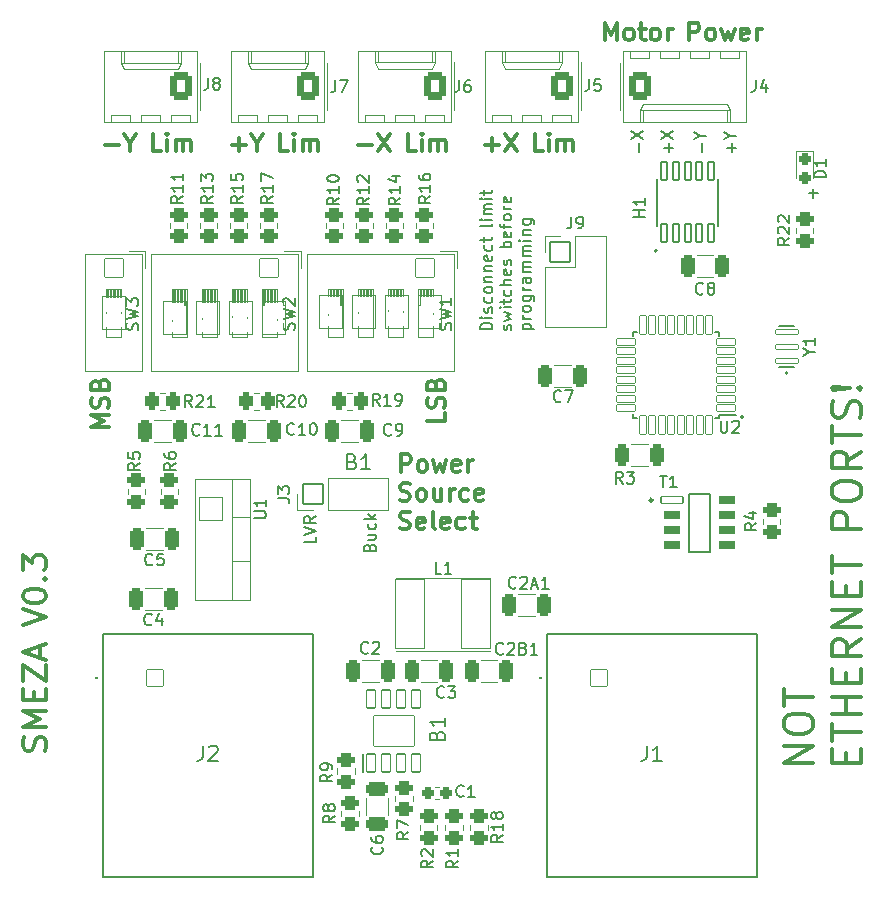
<source format=gbr>
%TF.GenerationSoftware,KiCad,Pcbnew,(7.0.0)*%
%TF.CreationDate,2023-03-10T22:11:32-08:00*%
%TF.ProjectId,smeza_pcb,736d657a-615f-4706-9362-2e6b69636164,rev?*%
%TF.SameCoordinates,Original*%
%TF.FileFunction,Legend,Top*%
%TF.FilePolarity,Positive*%
%FSLAX46Y46*%
G04 Gerber Fmt 4.6, Leading zero omitted, Abs format (unit mm)*
G04 Created by KiCad (PCBNEW (7.0.0)) date 2023-03-10 22:11:32*
%MOMM*%
%LPD*%
G01*
G04 APERTURE LIST*
G04 Aperture macros list*
%AMRoundRect*
0 Rectangle with rounded corners*
0 $1 Rounding radius*
0 $2 $3 $4 $5 $6 $7 $8 $9 X,Y pos of 4 corners*
0 Add a 4 corners polygon primitive as box body*
4,1,4,$2,$3,$4,$5,$6,$7,$8,$9,$2,$3,0*
0 Add four circle primitives for the rounded corners*
1,1,$1+$1,$2,$3*
1,1,$1+$1,$4,$5*
1,1,$1+$1,$6,$7*
1,1,$1+$1,$8,$9*
0 Add four rect primitives between the rounded corners*
20,1,$1+$1,$2,$3,$4,$5,0*
20,1,$1+$1,$4,$5,$6,$7,0*
20,1,$1+$1,$6,$7,$8,$9,0*
20,1,$1+$1,$8,$9,$2,$3,0*%
%AMFreePoly0*
4,1,16,0.523593,0.794084,0.541603,0.777735,1.041603,0.027735,1.050000,0.000000,1.041603,-0.027735,0.541603,-0.777735,0.523593,-0.794084,0.500000,-0.800000,-0.500000,-0.800000,-0.535355,-0.785355,-0.550000,-0.750000,-0.550000,0.750000,-0.535355,0.785355,-0.500000,0.800000,0.500000,0.800000,0.523593,0.794084,0.523593,0.794084,$1*%
%AMFreePoly1*
4,1,16,0.535355,0.785355,0.550000,0.750000,0.550000,-0.750000,0.535355,-0.785355,0.500000,-0.800000,-0.650000,-0.800000,-0.682954,-0.787603,-0.699568,-0.756561,-0.691603,-0.722265,-0.210093,0.000000,-0.691603,0.722265,-0.699568,0.756561,-0.682954,0.787603,-0.650000,0.800000,0.500000,0.800000,0.535355,0.785355,0.535355,0.785355,$1*%
G04 Aperture macros list end*
%ADD10C,0.153000*%
%ADD11C,0.300000*%
%ADD12C,0.120000*%
%ADD13C,0.150000*%
%ADD14C,0.250000*%
%ADD15C,0.127000*%
%ADD16C,0.200000*%
%ADD17RoundRect,0.300000X-0.450000X0.262500X-0.450000X-0.262500X0.450000X-0.262500X0.450000X0.262500X0*%
%ADD18RoundRect,0.300000X0.450000X-0.262500X0.450000X0.262500X-0.450000X0.262500X-0.450000X-0.262500X0*%
%ADD19RoundRect,0.050000X-0.937033X-0.271066X0.937033X-0.271066X0.937033X0.271066X-0.937033X0.271066X0*%
%ADD20RoundRect,0.321066X-0.665967X0.000000X0.665967X0.000000X0.665967X0.000000X-0.665967X0.000000X0*%
%ADD21RoundRect,0.268750X-0.256250X0.218750X-0.256250X-0.218750X0.256250X-0.218750X0.256250X0.218750X0*%
%ADD22RoundRect,0.050000X-0.800000X0.800000X-0.800000X-0.800000X0.800000X-0.800000X0.800000X0.800000X0*%
%ADD23O,1.700000X1.700000*%
%ADD24RoundRect,0.050000X-0.850000X-0.850000X0.850000X-0.850000X0.850000X0.850000X-0.850000X0.850000X0*%
%ADD25O,1.800000X1.800000*%
%ADD26C,2.000000*%
%ADD27RoundRect,0.300000X0.620000X0.845000X-0.620000X0.845000X-0.620000X-0.845000X0.620000X-0.845000X0*%
%ADD28O,1.840000X2.290000*%
%ADD29RoundRect,0.300000X0.325000X0.650000X-0.325000X0.650000X-0.325000X-0.650000X0.325000X-0.650000X0*%
%ADD30RoundRect,0.050000X0.350000X0.762500X-0.350000X0.762500X-0.350000X-0.762500X0.350000X-0.762500X0*%
%ADD31RoundRect,0.050000X1.725000X-1.280000X1.725000X1.280000X-1.725000X1.280000X-1.725000X-1.280000X0*%
%ADD32RoundRect,0.050000X-1.000000X0.952500X-1.000000X-0.952500X1.000000X-0.952500X1.000000X0.952500X0*%
%ADD33O,2.100000X2.005000*%
%ADD34RoundRect,0.300000X-0.325000X-0.650000X0.325000X-0.650000X0.325000X0.650000X-0.325000X0.650000X0*%
%ADD35RoundRect,0.050000X0.800000X0.275000X-0.800000X0.275000X-0.800000X-0.275000X0.800000X-0.275000X0*%
%ADD36RoundRect,0.050000X-0.275000X0.800000X-0.275000X-0.800000X0.275000X-0.800000X0.275000X0.800000X0*%
%ADD37FreePoly0,270.000000*%
%ADD38FreePoly1,270.000000*%
%ADD39RoundRect,0.300000X-0.312500X-0.625000X0.312500X-0.625000X0.312500X0.625000X-0.312500X0.625000X0*%
%ADD40RoundRect,0.300000X0.262500X0.450000X-0.262500X0.450000X-0.262500X-0.450000X0.262500X-0.450000X0*%
%ADD41C,1.448000*%
%ADD42C,5.700000*%
%ADD43RoundRect,0.275000X0.225000X0.250000X-0.225000X0.250000X-0.225000X-0.250000X0.225000X-0.250000X0*%
%ADD44RoundRect,0.050000X1.225000X2.950000X-1.225000X2.950000X-1.225000X-2.950000X1.225000X-2.950000X0*%
%ADD45C,3.350000*%
%ADD46RoundRect,0.050000X-0.700000X-0.700000X0.700000X-0.700000X0.700000X0.700000X-0.700000X0.700000X0*%
%ADD47C,1.500000*%
%ADD48RoundRect,0.300000X-0.620000X-0.845000X0.620000X-0.845000X0.620000X0.845000X-0.620000X0.845000X0*%
%ADD49RoundRect,0.050000X0.850000X-0.850000X0.850000X0.850000X-0.850000X0.850000X-0.850000X-0.850000X0*%
%ADD50RoundRect,0.050000X0.950000X-0.200000X0.950000X0.200000X-0.950000X0.200000X-0.950000X-0.200000X0*%
%ADD51RoundRect,0.300000X0.650000X-0.325000X0.650000X0.325000X-0.650000X0.325000X-0.650000X-0.325000X0*%
%ADD52RoundRect,0.092000X0.258000X-0.788000X0.258000X0.788000X-0.258000X0.788000X-0.258000X-0.788000X0*%
%ADD53RoundRect,0.300000X-0.262500X-0.450000X0.262500X-0.450000X0.262500X0.450000X-0.262500X0.450000X0*%
G04 APERTURE END LIST*
D10*
X162723428Y-65801904D02*
X162723428Y-65040000D01*
X162628190Y-64373333D02*
X163104380Y-64373333D01*
X162104380Y-64706666D02*
X162628190Y-64373333D01*
X162628190Y-64373333D02*
X162104380Y-64040000D01*
X171815095Y-69251428D02*
X172577000Y-69251428D01*
X172196047Y-69632380D02*
X172196047Y-68870476D01*
D11*
X172189952Y-117514761D02*
X169689952Y-117514761D01*
X169689952Y-117514761D02*
X172189952Y-116086190D01*
X172189952Y-116086190D02*
X169689952Y-116086190D01*
X169689952Y-114419523D02*
X169689952Y-113943332D01*
X169689952Y-113943332D02*
X169809000Y-113705237D01*
X169809000Y-113705237D02*
X170047095Y-113467142D01*
X170047095Y-113467142D02*
X170523285Y-113348094D01*
X170523285Y-113348094D02*
X171356619Y-113348094D01*
X171356619Y-113348094D02*
X171832809Y-113467142D01*
X171832809Y-113467142D02*
X172070904Y-113705237D01*
X172070904Y-113705237D02*
X172189952Y-113943332D01*
X172189952Y-113943332D02*
X172189952Y-114419523D01*
X172189952Y-114419523D02*
X172070904Y-114657618D01*
X172070904Y-114657618D02*
X171832809Y-114895713D01*
X171832809Y-114895713D02*
X171356619Y-115014761D01*
X171356619Y-115014761D02*
X170523285Y-115014761D01*
X170523285Y-115014761D02*
X170047095Y-114895713D01*
X170047095Y-114895713D02*
X169809000Y-114657618D01*
X169809000Y-114657618D02*
X169689952Y-114419523D01*
X169689952Y-112633808D02*
X169689952Y-111205237D01*
X172189952Y-111919523D02*
X169689952Y-111919523D01*
X174930428Y-117514761D02*
X174930428Y-116681428D01*
X176239952Y-116324285D02*
X176239952Y-117514761D01*
X176239952Y-117514761D02*
X173739952Y-117514761D01*
X173739952Y-117514761D02*
X173739952Y-116324285D01*
X173739952Y-115609999D02*
X173739952Y-114181428D01*
X176239952Y-114895714D02*
X173739952Y-114895714D01*
X176239952Y-113348094D02*
X173739952Y-113348094D01*
X174930428Y-113348094D02*
X174930428Y-111919523D01*
X176239952Y-111919523D02*
X173739952Y-111919523D01*
X174930428Y-110729046D02*
X174930428Y-109895713D01*
X176239952Y-109538570D02*
X176239952Y-110729046D01*
X176239952Y-110729046D02*
X173739952Y-110729046D01*
X173739952Y-110729046D02*
X173739952Y-109538570D01*
X176239952Y-107038570D02*
X175049476Y-107871903D01*
X176239952Y-108467141D02*
X173739952Y-108467141D01*
X173739952Y-108467141D02*
X173739952Y-107514760D01*
X173739952Y-107514760D02*
X173859000Y-107276665D01*
X173859000Y-107276665D02*
X173978047Y-107157618D01*
X173978047Y-107157618D02*
X174216142Y-107038570D01*
X174216142Y-107038570D02*
X174573285Y-107038570D01*
X174573285Y-107038570D02*
X174811380Y-107157618D01*
X174811380Y-107157618D02*
X174930428Y-107276665D01*
X174930428Y-107276665D02*
X175049476Y-107514760D01*
X175049476Y-107514760D02*
X175049476Y-108467141D01*
X176239952Y-105967141D02*
X173739952Y-105967141D01*
X173739952Y-105967141D02*
X176239952Y-104538570D01*
X176239952Y-104538570D02*
X173739952Y-104538570D01*
X174930428Y-103348093D02*
X174930428Y-102514760D01*
X176239952Y-102157617D02*
X176239952Y-103348093D01*
X176239952Y-103348093D02*
X173739952Y-103348093D01*
X173739952Y-103348093D02*
X173739952Y-102157617D01*
X173739952Y-101443331D02*
X173739952Y-100014760D01*
X176239952Y-100729046D02*
X173739952Y-100729046D01*
X176239952Y-97681426D02*
X173739952Y-97681426D01*
X173739952Y-97681426D02*
X173739952Y-96729045D01*
X173739952Y-96729045D02*
X173859000Y-96490950D01*
X173859000Y-96490950D02*
X173978047Y-96371903D01*
X173978047Y-96371903D02*
X174216142Y-96252855D01*
X174216142Y-96252855D02*
X174573285Y-96252855D01*
X174573285Y-96252855D02*
X174811380Y-96371903D01*
X174811380Y-96371903D02*
X174930428Y-96490950D01*
X174930428Y-96490950D02*
X175049476Y-96729045D01*
X175049476Y-96729045D02*
X175049476Y-97681426D01*
X173739952Y-94705236D02*
X173739952Y-94229045D01*
X173739952Y-94229045D02*
X173859000Y-93990950D01*
X173859000Y-93990950D02*
X174097095Y-93752855D01*
X174097095Y-93752855D02*
X174573285Y-93633807D01*
X174573285Y-93633807D02*
X175406619Y-93633807D01*
X175406619Y-93633807D02*
X175882809Y-93752855D01*
X175882809Y-93752855D02*
X176120904Y-93990950D01*
X176120904Y-93990950D02*
X176239952Y-94229045D01*
X176239952Y-94229045D02*
X176239952Y-94705236D01*
X176239952Y-94705236D02*
X176120904Y-94943331D01*
X176120904Y-94943331D02*
X175882809Y-95181426D01*
X175882809Y-95181426D02*
X175406619Y-95300474D01*
X175406619Y-95300474D02*
X174573285Y-95300474D01*
X174573285Y-95300474D02*
X174097095Y-95181426D01*
X174097095Y-95181426D02*
X173859000Y-94943331D01*
X173859000Y-94943331D02*
X173739952Y-94705236D01*
X176239952Y-91133807D02*
X175049476Y-91967140D01*
X176239952Y-92562378D02*
X173739952Y-92562378D01*
X173739952Y-92562378D02*
X173739952Y-91609997D01*
X173739952Y-91609997D02*
X173859000Y-91371902D01*
X173859000Y-91371902D02*
X173978047Y-91252855D01*
X173978047Y-91252855D02*
X174216142Y-91133807D01*
X174216142Y-91133807D02*
X174573285Y-91133807D01*
X174573285Y-91133807D02*
X174811380Y-91252855D01*
X174811380Y-91252855D02*
X174930428Y-91371902D01*
X174930428Y-91371902D02*
X175049476Y-91609997D01*
X175049476Y-91609997D02*
X175049476Y-92562378D01*
X173739952Y-90419521D02*
X173739952Y-88990950D01*
X176239952Y-89705236D02*
X173739952Y-89705236D01*
X176120904Y-88276664D02*
X176239952Y-87919521D01*
X176239952Y-87919521D02*
X176239952Y-87324283D01*
X176239952Y-87324283D02*
X176120904Y-87086188D01*
X176120904Y-87086188D02*
X176001857Y-86967140D01*
X176001857Y-86967140D02*
X175763761Y-86848093D01*
X175763761Y-86848093D02*
X175525666Y-86848093D01*
X175525666Y-86848093D02*
X175287571Y-86967140D01*
X175287571Y-86967140D02*
X175168523Y-87086188D01*
X175168523Y-87086188D02*
X175049476Y-87324283D01*
X175049476Y-87324283D02*
X174930428Y-87800474D01*
X174930428Y-87800474D02*
X174811380Y-88038569D01*
X174811380Y-88038569D02*
X174692333Y-88157616D01*
X174692333Y-88157616D02*
X174454238Y-88276664D01*
X174454238Y-88276664D02*
X174216142Y-88276664D01*
X174216142Y-88276664D02*
X173978047Y-88157616D01*
X173978047Y-88157616D02*
X173859000Y-88038569D01*
X173859000Y-88038569D02*
X173739952Y-87800474D01*
X173739952Y-87800474D02*
X173739952Y-87205235D01*
X173739952Y-87205235D02*
X173859000Y-86848093D01*
X176001857Y-85776664D02*
X176120904Y-85657617D01*
X176120904Y-85657617D02*
X176239952Y-85776664D01*
X176239952Y-85776664D02*
X176120904Y-85895712D01*
X176120904Y-85895712D02*
X176001857Y-85776664D01*
X176001857Y-85776664D02*
X176239952Y-85776664D01*
X175287571Y-85776664D02*
X173859000Y-85895712D01*
X173859000Y-85895712D02*
X173739952Y-85776664D01*
X173739952Y-85776664D02*
X173859000Y-85657617D01*
X173859000Y-85657617D02*
X175287571Y-85776664D01*
X175287571Y-85776664D02*
X173739952Y-85776664D01*
X140999171Y-87853971D02*
X140999171Y-88568257D01*
X140999171Y-88568257D02*
X139499171Y-88568257D01*
X140927742Y-87425399D02*
X140999171Y-87211114D01*
X140999171Y-87211114D02*
X140999171Y-86853971D01*
X140999171Y-86853971D02*
X140927742Y-86711114D01*
X140927742Y-86711114D02*
X140856314Y-86639685D01*
X140856314Y-86639685D02*
X140713457Y-86568256D01*
X140713457Y-86568256D02*
X140570600Y-86568256D01*
X140570600Y-86568256D02*
X140427742Y-86639685D01*
X140427742Y-86639685D02*
X140356314Y-86711114D01*
X140356314Y-86711114D02*
X140284885Y-86853971D01*
X140284885Y-86853971D02*
X140213457Y-87139685D01*
X140213457Y-87139685D02*
X140142028Y-87282542D01*
X140142028Y-87282542D02*
X140070600Y-87353971D01*
X140070600Y-87353971D02*
X139927742Y-87425399D01*
X139927742Y-87425399D02*
X139784885Y-87425399D01*
X139784885Y-87425399D02*
X139642028Y-87353971D01*
X139642028Y-87353971D02*
X139570600Y-87282542D01*
X139570600Y-87282542D02*
X139499171Y-87139685D01*
X139499171Y-87139685D02*
X139499171Y-86782542D01*
X139499171Y-86782542D02*
X139570600Y-86568256D01*
X140213457Y-85425400D02*
X140284885Y-85211114D01*
X140284885Y-85211114D02*
X140356314Y-85139685D01*
X140356314Y-85139685D02*
X140499171Y-85068257D01*
X140499171Y-85068257D02*
X140713457Y-85068257D01*
X140713457Y-85068257D02*
X140856314Y-85139685D01*
X140856314Y-85139685D02*
X140927742Y-85211114D01*
X140927742Y-85211114D02*
X140999171Y-85353971D01*
X140999171Y-85353971D02*
X140999171Y-85925400D01*
X140999171Y-85925400D02*
X139499171Y-85925400D01*
X139499171Y-85925400D02*
X139499171Y-85425400D01*
X139499171Y-85425400D02*
X139570600Y-85282543D01*
X139570600Y-85282543D02*
X139642028Y-85211114D01*
X139642028Y-85211114D02*
X139784885Y-85139685D01*
X139784885Y-85139685D02*
X139927742Y-85139685D01*
X139927742Y-85139685D02*
X140070600Y-85211114D01*
X140070600Y-85211114D02*
X140142028Y-85282543D01*
X140142028Y-85282543D02*
X140213457Y-85425400D01*
X140213457Y-85425400D02*
X140213457Y-85925400D01*
D10*
X145005380Y-80787904D02*
X144005380Y-80787904D01*
X144005380Y-80787904D02*
X144005380Y-80549809D01*
X144005380Y-80549809D02*
X144053000Y-80406952D01*
X144053000Y-80406952D02*
X144148238Y-80311714D01*
X144148238Y-80311714D02*
X144243476Y-80264095D01*
X144243476Y-80264095D02*
X144433952Y-80216476D01*
X144433952Y-80216476D02*
X144576809Y-80216476D01*
X144576809Y-80216476D02*
X144767285Y-80264095D01*
X144767285Y-80264095D02*
X144862523Y-80311714D01*
X144862523Y-80311714D02*
X144957761Y-80406952D01*
X144957761Y-80406952D02*
X145005380Y-80549809D01*
X145005380Y-80549809D02*
X145005380Y-80787904D01*
X145005380Y-79787904D02*
X144338714Y-79787904D01*
X144005380Y-79787904D02*
X144053000Y-79835523D01*
X144053000Y-79835523D02*
X144100619Y-79787904D01*
X144100619Y-79787904D02*
X144053000Y-79740285D01*
X144053000Y-79740285D02*
X144005380Y-79787904D01*
X144005380Y-79787904D02*
X144100619Y-79787904D01*
X144957761Y-79359333D02*
X145005380Y-79264095D01*
X145005380Y-79264095D02*
X145005380Y-79073619D01*
X145005380Y-79073619D02*
X144957761Y-78978381D01*
X144957761Y-78978381D02*
X144862523Y-78930762D01*
X144862523Y-78930762D02*
X144814904Y-78930762D01*
X144814904Y-78930762D02*
X144719666Y-78978381D01*
X144719666Y-78978381D02*
X144672047Y-79073619D01*
X144672047Y-79073619D02*
X144672047Y-79216476D01*
X144672047Y-79216476D02*
X144624428Y-79311714D01*
X144624428Y-79311714D02*
X144529190Y-79359333D01*
X144529190Y-79359333D02*
X144481571Y-79359333D01*
X144481571Y-79359333D02*
X144386333Y-79311714D01*
X144386333Y-79311714D02*
X144338714Y-79216476D01*
X144338714Y-79216476D02*
X144338714Y-79073619D01*
X144338714Y-79073619D02*
X144386333Y-78978381D01*
X144957761Y-78073619D02*
X145005380Y-78168857D01*
X145005380Y-78168857D02*
X145005380Y-78359333D01*
X145005380Y-78359333D02*
X144957761Y-78454571D01*
X144957761Y-78454571D02*
X144910142Y-78502190D01*
X144910142Y-78502190D02*
X144814904Y-78549809D01*
X144814904Y-78549809D02*
X144529190Y-78549809D01*
X144529190Y-78549809D02*
X144433952Y-78502190D01*
X144433952Y-78502190D02*
X144386333Y-78454571D01*
X144386333Y-78454571D02*
X144338714Y-78359333D01*
X144338714Y-78359333D02*
X144338714Y-78168857D01*
X144338714Y-78168857D02*
X144386333Y-78073619D01*
X145005380Y-77502190D02*
X144957761Y-77597428D01*
X144957761Y-77597428D02*
X144910142Y-77645047D01*
X144910142Y-77645047D02*
X144814904Y-77692666D01*
X144814904Y-77692666D02*
X144529190Y-77692666D01*
X144529190Y-77692666D02*
X144433952Y-77645047D01*
X144433952Y-77645047D02*
X144386333Y-77597428D01*
X144386333Y-77597428D02*
X144338714Y-77502190D01*
X144338714Y-77502190D02*
X144338714Y-77359333D01*
X144338714Y-77359333D02*
X144386333Y-77264095D01*
X144386333Y-77264095D02*
X144433952Y-77216476D01*
X144433952Y-77216476D02*
X144529190Y-77168857D01*
X144529190Y-77168857D02*
X144814904Y-77168857D01*
X144814904Y-77168857D02*
X144910142Y-77216476D01*
X144910142Y-77216476D02*
X144957761Y-77264095D01*
X144957761Y-77264095D02*
X145005380Y-77359333D01*
X145005380Y-77359333D02*
X145005380Y-77502190D01*
X144338714Y-76740285D02*
X145005380Y-76740285D01*
X144433952Y-76740285D02*
X144386333Y-76692666D01*
X144386333Y-76692666D02*
X144338714Y-76597428D01*
X144338714Y-76597428D02*
X144338714Y-76454571D01*
X144338714Y-76454571D02*
X144386333Y-76359333D01*
X144386333Y-76359333D02*
X144481571Y-76311714D01*
X144481571Y-76311714D02*
X145005380Y-76311714D01*
X144338714Y-75835523D02*
X145005380Y-75835523D01*
X144433952Y-75835523D02*
X144386333Y-75787904D01*
X144386333Y-75787904D02*
X144338714Y-75692666D01*
X144338714Y-75692666D02*
X144338714Y-75549809D01*
X144338714Y-75549809D02*
X144386333Y-75454571D01*
X144386333Y-75454571D02*
X144481571Y-75406952D01*
X144481571Y-75406952D02*
X145005380Y-75406952D01*
X144957761Y-74549809D02*
X145005380Y-74645047D01*
X145005380Y-74645047D02*
X145005380Y-74835523D01*
X145005380Y-74835523D02*
X144957761Y-74930761D01*
X144957761Y-74930761D02*
X144862523Y-74978380D01*
X144862523Y-74978380D02*
X144481571Y-74978380D01*
X144481571Y-74978380D02*
X144386333Y-74930761D01*
X144386333Y-74930761D02*
X144338714Y-74835523D01*
X144338714Y-74835523D02*
X144338714Y-74645047D01*
X144338714Y-74645047D02*
X144386333Y-74549809D01*
X144386333Y-74549809D02*
X144481571Y-74502190D01*
X144481571Y-74502190D02*
X144576809Y-74502190D01*
X144576809Y-74502190D02*
X144672047Y-74978380D01*
X144957761Y-73645047D02*
X145005380Y-73740285D01*
X145005380Y-73740285D02*
X145005380Y-73930761D01*
X145005380Y-73930761D02*
X144957761Y-74025999D01*
X144957761Y-74025999D02*
X144910142Y-74073618D01*
X144910142Y-74073618D02*
X144814904Y-74121237D01*
X144814904Y-74121237D02*
X144529190Y-74121237D01*
X144529190Y-74121237D02*
X144433952Y-74073618D01*
X144433952Y-74073618D02*
X144386333Y-74025999D01*
X144386333Y-74025999D02*
X144338714Y-73930761D01*
X144338714Y-73930761D02*
X144338714Y-73740285D01*
X144338714Y-73740285D02*
X144386333Y-73645047D01*
X144338714Y-73359332D02*
X144338714Y-72978380D01*
X144005380Y-73216475D02*
X144862523Y-73216475D01*
X144862523Y-73216475D02*
X144957761Y-73168856D01*
X144957761Y-73168856D02*
X145005380Y-73073618D01*
X145005380Y-73073618D02*
X145005380Y-72978380D01*
X145005380Y-71902189D02*
X144957761Y-71997427D01*
X144957761Y-71997427D02*
X144862523Y-72045046D01*
X144862523Y-72045046D02*
X144005380Y-72045046D01*
X145005380Y-71521236D02*
X144338714Y-71521236D01*
X144005380Y-71521236D02*
X144053000Y-71568855D01*
X144053000Y-71568855D02*
X144100619Y-71521236D01*
X144100619Y-71521236D02*
X144053000Y-71473617D01*
X144053000Y-71473617D02*
X144005380Y-71521236D01*
X144005380Y-71521236D02*
X144100619Y-71521236D01*
X145005380Y-71045046D02*
X144338714Y-71045046D01*
X144433952Y-71045046D02*
X144386333Y-70997427D01*
X144386333Y-70997427D02*
X144338714Y-70902189D01*
X144338714Y-70902189D02*
X144338714Y-70759332D01*
X144338714Y-70759332D02*
X144386333Y-70664094D01*
X144386333Y-70664094D02*
X144481571Y-70616475D01*
X144481571Y-70616475D02*
X145005380Y-70616475D01*
X144481571Y-70616475D02*
X144386333Y-70568856D01*
X144386333Y-70568856D02*
X144338714Y-70473618D01*
X144338714Y-70473618D02*
X144338714Y-70330761D01*
X144338714Y-70330761D02*
X144386333Y-70235522D01*
X144386333Y-70235522D02*
X144481571Y-70187903D01*
X144481571Y-70187903D02*
X145005380Y-70187903D01*
X145005380Y-69711713D02*
X144338714Y-69711713D01*
X144005380Y-69711713D02*
X144053000Y-69759332D01*
X144053000Y-69759332D02*
X144100619Y-69711713D01*
X144100619Y-69711713D02*
X144053000Y-69664094D01*
X144053000Y-69664094D02*
X144005380Y-69711713D01*
X144005380Y-69711713D02*
X144100619Y-69711713D01*
X144338714Y-69378380D02*
X144338714Y-68997428D01*
X144005380Y-69235523D02*
X144862523Y-69235523D01*
X144862523Y-69235523D02*
X144957761Y-69187904D01*
X144957761Y-69187904D02*
X145005380Y-69092666D01*
X145005380Y-69092666D02*
X145005380Y-68997428D01*
X146577761Y-80835523D02*
X146625380Y-80740285D01*
X146625380Y-80740285D02*
X146625380Y-80549809D01*
X146625380Y-80549809D02*
X146577761Y-80454571D01*
X146577761Y-80454571D02*
X146482523Y-80406952D01*
X146482523Y-80406952D02*
X146434904Y-80406952D01*
X146434904Y-80406952D02*
X146339666Y-80454571D01*
X146339666Y-80454571D02*
X146292047Y-80549809D01*
X146292047Y-80549809D02*
X146292047Y-80692666D01*
X146292047Y-80692666D02*
X146244428Y-80787904D01*
X146244428Y-80787904D02*
X146149190Y-80835523D01*
X146149190Y-80835523D02*
X146101571Y-80835523D01*
X146101571Y-80835523D02*
X146006333Y-80787904D01*
X146006333Y-80787904D02*
X145958714Y-80692666D01*
X145958714Y-80692666D02*
X145958714Y-80549809D01*
X145958714Y-80549809D02*
X146006333Y-80454571D01*
X145958714Y-80073618D02*
X146625380Y-79883142D01*
X146625380Y-79883142D02*
X146149190Y-79692666D01*
X146149190Y-79692666D02*
X146625380Y-79502190D01*
X146625380Y-79502190D02*
X145958714Y-79311714D01*
X146625380Y-78930761D02*
X145958714Y-78930761D01*
X145625380Y-78930761D02*
X145673000Y-78978380D01*
X145673000Y-78978380D02*
X145720619Y-78930761D01*
X145720619Y-78930761D02*
X145673000Y-78883142D01*
X145673000Y-78883142D02*
X145625380Y-78930761D01*
X145625380Y-78930761D02*
X145720619Y-78930761D01*
X145958714Y-78597428D02*
X145958714Y-78216476D01*
X145625380Y-78454571D02*
X146482523Y-78454571D01*
X146482523Y-78454571D02*
X146577761Y-78406952D01*
X146577761Y-78406952D02*
X146625380Y-78311714D01*
X146625380Y-78311714D02*
X146625380Y-78216476D01*
X146577761Y-77454571D02*
X146625380Y-77549809D01*
X146625380Y-77549809D02*
X146625380Y-77740285D01*
X146625380Y-77740285D02*
X146577761Y-77835523D01*
X146577761Y-77835523D02*
X146530142Y-77883142D01*
X146530142Y-77883142D02*
X146434904Y-77930761D01*
X146434904Y-77930761D02*
X146149190Y-77930761D01*
X146149190Y-77930761D02*
X146053952Y-77883142D01*
X146053952Y-77883142D02*
X146006333Y-77835523D01*
X146006333Y-77835523D02*
X145958714Y-77740285D01*
X145958714Y-77740285D02*
X145958714Y-77549809D01*
X145958714Y-77549809D02*
X146006333Y-77454571D01*
X146625380Y-77025999D02*
X145625380Y-77025999D01*
X146625380Y-76597428D02*
X146101571Y-76597428D01*
X146101571Y-76597428D02*
X146006333Y-76645047D01*
X146006333Y-76645047D02*
X145958714Y-76740285D01*
X145958714Y-76740285D02*
X145958714Y-76883142D01*
X145958714Y-76883142D02*
X146006333Y-76978380D01*
X146006333Y-76978380D02*
X146053952Y-77025999D01*
X146577761Y-75740285D02*
X146625380Y-75835523D01*
X146625380Y-75835523D02*
X146625380Y-76025999D01*
X146625380Y-76025999D02*
X146577761Y-76121237D01*
X146577761Y-76121237D02*
X146482523Y-76168856D01*
X146482523Y-76168856D02*
X146101571Y-76168856D01*
X146101571Y-76168856D02*
X146006333Y-76121237D01*
X146006333Y-76121237D02*
X145958714Y-76025999D01*
X145958714Y-76025999D02*
X145958714Y-75835523D01*
X145958714Y-75835523D02*
X146006333Y-75740285D01*
X146006333Y-75740285D02*
X146101571Y-75692666D01*
X146101571Y-75692666D02*
X146196809Y-75692666D01*
X146196809Y-75692666D02*
X146292047Y-76168856D01*
X146577761Y-75311713D02*
X146625380Y-75216475D01*
X146625380Y-75216475D02*
X146625380Y-75025999D01*
X146625380Y-75025999D02*
X146577761Y-74930761D01*
X146577761Y-74930761D02*
X146482523Y-74883142D01*
X146482523Y-74883142D02*
X146434904Y-74883142D01*
X146434904Y-74883142D02*
X146339666Y-74930761D01*
X146339666Y-74930761D02*
X146292047Y-75025999D01*
X146292047Y-75025999D02*
X146292047Y-75168856D01*
X146292047Y-75168856D02*
X146244428Y-75264094D01*
X146244428Y-75264094D02*
X146149190Y-75311713D01*
X146149190Y-75311713D02*
X146101571Y-75311713D01*
X146101571Y-75311713D02*
X146006333Y-75264094D01*
X146006333Y-75264094D02*
X145958714Y-75168856D01*
X145958714Y-75168856D02*
X145958714Y-75025999D01*
X145958714Y-75025999D02*
X146006333Y-74930761D01*
X146625380Y-73854570D02*
X145625380Y-73854570D01*
X146006333Y-73854570D02*
X145958714Y-73759332D01*
X145958714Y-73759332D02*
X145958714Y-73568856D01*
X145958714Y-73568856D02*
X146006333Y-73473618D01*
X146006333Y-73473618D02*
X146053952Y-73425999D01*
X146053952Y-73425999D02*
X146149190Y-73378380D01*
X146149190Y-73378380D02*
X146434904Y-73378380D01*
X146434904Y-73378380D02*
X146530142Y-73425999D01*
X146530142Y-73425999D02*
X146577761Y-73473618D01*
X146577761Y-73473618D02*
X146625380Y-73568856D01*
X146625380Y-73568856D02*
X146625380Y-73759332D01*
X146625380Y-73759332D02*
X146577761Y-73854570D01*
X146577761Y-72568856D02*
X146625380Y-72664094D01*
X146625380Y-72664094D02*
X146625380Y-72854570D01*
X146625380Y-72854570D02*
X146577761Y-72949808D01*
X146577761Y-72949808D02*
X146482523Y-72997427D01*
X146482523Y-72997427D02*
X146101571Y-72997427D01*
X146101571Y-72997427D02*
X146006333Y-72949808D01*
X146006333Y-72949808D02*
X145958714Y-72854570D01*
X145958714Y-72854570D02*
X145958714Y-72664094D01*
X145958714Y-72664094D02*
X146006333Y-72568856D01*
X146006333Y-72568856D02*
X146101571Y-72521237D01*
X146101571Y-72521237D02*
X146196809Y-72521237D01*
X146196809Y-72521237D02*
X146292047Y-72997427D01*
X145958714Y-72235522D02*
X145958714Y-71854570D01*
X146625380Y-72092665D02*
X145768238Y-72092665D01*
X145768238Y-72092665D02*
X145673000Y-72045046D01*
X145673000Y-72045046D02*
X145625380Y-71949808D01*
X145625380Y-71949808D02*
X145625380Y-71854570D01*
X146625380Y-71378379D02*
X146577761Y-71473617D01*
X146577761Y-71473617D02*
X146530142Y-71521236D01*
X146530142Y-71521236D02*
X146434904Y-71568855D01*
X146434904Y-71568855D02*
X146149190Y-71568855D01*
X146149190Y-71568855D02*
X146053952Y-71521236D01*
X146053952Y-71521236D02*
X146006333Y-71473617D01*
X146006333Y-71473617D02*
X145958714Y-71378379D01*
X145958714Y-71378379D02*
X145958714Y-71235522D01*
X145958714Y-71235522D02*
X146006333Y-71140284D01*
X146006333Y-71140284D02*
X146053952Y-71092665D01*
X146053952Y-71092665D02*
X146149190Y-71045046D01*
X146149190Y-71045046D02*
X146434904Y-71045046D01*
X146434904Y-71045046D02*
X146530142Y-71092665D01*
X146530142Y-71092665D02*
X146577761Y-71140284D01*
X146577761Y-71140284D02*
X146625380Y-71235522D01*
X146625380Y-71235522D02*
X146625380Y-71378379D01*
X146625380Y-70616474D02*
X145958714Y-70616474D01*
X146149190Y-70616474D02*
X146053952Y-70568855D01*
X146053952Y-70568855D02*
X146006333Y-70521236D01*
X146006333Y-70521236D02*
X145958714Y-70425998D01*
X145958714Y-70425998D02*
X145958714Y-70330760D01*
X146577761Y-69616474D02*
X146625380Y-69711712D01*
X146625380Y-69711712D02*
X146625380Y-69902188D01*
X146625380Y-69902188D02*
X146577761Y-69997426D01*
X146577761Y-69997426D02*
X146482523Y-70045045D01*
X146482523Y-70045045D02*
X146101571Y-70045045D01*
X146101571Y-70045045D02*
X146006333Y-69997426D01*
X146006333Y-69997426D02*
X145958714Y-69902188D01*
X145958714Y-69902188D02*
X145958714Y-69711712D01*
X145958714Y-69711712D02*
X146006333Y-69616474D01*
X146006333Y-69616474D02*
X146101571Y-69568855D01*
X146101571Y-69568855D02*
X146196809Y-69568855D01*
X146196809Y-69568855D02*
X146292047Y-70045045D01*
X147578714Y-80787904D02*
X148578714Y-80787904D01*
X147626333Y-80787904D02*
X147578714Y-80692666D01*
X147578714Y-80692666D02*
X147578714Y-80502190D01*
X147578714Y-80502190D02*
X147626333Y-80406952D01*
X147626333Y-80406952D02*
X147673952Y-80359333D01*
X147673952Y-80359333D02*
X147769190Y-80311714D01*
X147769190Y-80311714D02*
X148054904Y-80311714D01*
X148054904Y-80311714D02*
X148150142Y-80359333D01*
X148150142Y-80359333D02*
X148197761Y-80406952D01*
X148197761Y-80406952D02*
X148245380Y-80502190D01*
X148245380Y-80502190D02*
X148245380Y-80692666D01*
X148245380Y-80692666D02*
X148197761Y-80787904D01*
X148245380Y-79883142D02*
X147578714Y-79883142D01*
X147769190Y-79883142D02*
X147673952Y-79835523D01*
X147673952Y-79835523D02*
X147626333Y-79787904D01*
X147626333Y-79787904D02*
X147578714Y-79692666D01*
X147578714Y-79692666D02*
X147578714Y-79597428D01*
X148245380Y-79121237D02*
X148197761Y-79216475D01*
X148197761Y-79216475D02*
X148150142Y-79264094D01*
X148150142Y-79264094D02*
X148054904Y-79311713D01*
X148054904Y-79311713D02*
X147769190Y-79311713D01*
X147769190Y-79311713D02*
X147673952Y-79264094D01*
X147673952Y-79264094D02*
X147626333Y-79216475D01*
X147626333Y-79216475D02*
X147578714Y-79121237D01*
X147578714Y-79121237D02*
X147578714Y-78978380D01*
X147578714Y-78978380D02*
X147626333Y-78883142D01*
X147626333Y-78883142D02*
X147673952Y-78835523D01*
X147673952Y-78835523D02*
X147769190Y-78787904D01*
X147769190Y-78787904D02*
X148054904Y-78787904D01*
X148054904Y-78787904D02*
X148150142Y-78835523D01*
X148150142Y-78835523D02*
X148197761Y-78883142D01*
X148197761Y-78883142D02*
X148245380Y-78978380D01*
X148245380Y-78978380D02*
X148245380Y-79121237D01*
X147578714Y-77930761D02*
X148388238Y-77930761D01*
X148388238Y-77930761D02*
X148483476Y-77978380D01*
X148483476Y-77978380D02*
X148531095Y-78025999D01*
X148531095Y-78025999D02*
X148578714Y-78121237D01*
X148578714Y-78121237D02*
X148578714Y-78264094D01*
X148578714Y-78264094D02*
X148531095Y-78359332D01*
X148197761Y-77930761D02*
X148245380Y-78025999D01*
X148245380Y-78025999D02*
X148245380Y-78216475D01*
X148245380Y-78216475D02*
X148197761Y-78311713D01*
X148197761Y-78311713D02*
X148150142Y-78359332D01*
X148150142Y-78359332D02*
X148054904Y-78406951D01*
X148054904Y-78406951D02*
X147769190Y-78406951D01*
X147769190Y-78406951D02*
X147673952Y-78359332D01*
X147673952Y-78359332D02*
X147626333Y-78311713D01*
X147626333Y-78311713D02*
X147578714Y-78216475D01*
X147578714Y-78216475D02*
X147578714Y-78025999D01*
X147578714Y-78025999D02*
X147626333Y-77930761D01*
X148245380Y-77454570D02*
X147578714Y-77454570D01*
X147769190Y-77454570D02*
X147673952Y-77406951D01*
X147673952Y-77406951D02*
X147626333Y-77359332D01*
X147626333Y-77359332D02*
X147578714Y-77264094D01*
X147578714Y-77264094D02*
X147578714Y-77168856D01*
X148245380Y-76406951D02*
X147721571Y-76406951D01*
X147721571Y-76406951D02*
X147626333Y-76454570D01*
X147626333Y-76454570D02*
X147578714Y-76549808D01*
X147578714Y-76549808D02*
X147578714Y-76740284D01*
X147578714Y-76740284D02*
X147626333Y-76835522D01*
X148197761Y-76406951D02*
X148245380Y-76502189D01*
X148245380Y-76502189D02*
X148245380Y-76740284D01*
X148245380Y-76740284D02*
X148197761Y-76835522D01*
X148197761Y-76835522D02*
X148102523Y-76883141D01*
X148102523Y-76883141D02*
X148007285Y-76883141D01*
X148007285Y-76883141D02*
X147912047Y-76835522D01*
X147912047Y-76835522D02*
X147864428Y-76740284D01*
X147864428Y-76740284D02*
X147864428Y-76502189D01*
X147864428Y-76502189D02*
X147816809Y-76406951D01*
X148245380Y-75930760D02*
X147578714Y-75930760D01*
X147673952Y-75930760D02*
X147626333Y-75883141D01*
X147626333Y-75883141D02*
X147578714Y-75787903D01*
X147578714Y-75787903D02*
X147578714Y-75645046D01*
X147578714Y-75645046D02*
X147626333Y-75549808D01*
X147626333Y-75549808D02*
X147721571Y-75502189D01*
X147721571Y-75502189D02*
X148245380Y-75502189D01*
X147721571Y-75502189D02*
X147626333Y-75454570D01*
X147626333Y-75454570D02*
X147578714Y-75359332D01*
X147578714Y-75359332D02*
X147578714Y-75216475D01*
X147578714Y-75216475D02*
X147626333Y-75121236D01*
X147626333Y-75121236D02*
X147721571Y-75073617D01*
X147721571Y-75073617D02*
X148245380Y-75073617D01*
X148245380Y-74597427D02*
X147578714Y-74597427D01*
X147673952Y-74597427D02*
X147626333Y-74549808D01*
X147626333Y-74549808D02*
X147578714Y-74454570D01*
X147578714Y-74454570D02*
X147578714Y-74311713D01*
X147578714Y-74311713D02*
X147626333Y-74216475D01*
X147626333Y-74216475D02*
X147721571Y-74168856D01*
X147721571Y-74168856D02*
X148245380Y-74168856D01*
X147721571Y-74168856D02*
X147626333Y-74121237D01*
X147626333Y-74121237D02*
X147578714Y-74025999D01*
X147578714Y-74025999D02*
X147578714Y-73883142D01*
X147578714Y-73883142D02*
X147626333Y-73787903D01*
X147626333Y-73787903D02*
X147721571Y-73740284D01*
X147721571Y-73740284D02*
X148245380Y-73740284D01*
X148245380Y-73264094D02*
X147578714Y-73264094D01*
X147245380Y-73264094D02*
X147293000Y-73311713D01*
X147293000Y-73311713D02*
X147340619Y-73264094D01*
X147340619Y-73264094D02*
X147293000Y-73216475D01*
X147293000Y-73216475D02*
X147245380Y-73264094D01*
X147245380Y-73264094D02*
X147340619Y-73264094D01*
X147578714Y-72787904D02*
X148245380Y-72787904D01*
X147673952Y-72787904D02*
X147626333Y-72740285D01*
X147626333Y-72740285D02*
X147578714Y-72645047D01*
X147578714Y-72645047D02*
X147578714Y-72502190D01*
X147578714Y-72502190D02*
X147626333Y-72406952D01*
X147626333Y-72406952D02*
X147721571Y-72359333D01*
X147721571Y-72359333D02*
X148245380Y-72359333D01*
X147578714Y-71454571D02*
X148388238Y-71454571D01*
X148388238Y-71454571D02*
X148483476Y-71502190D01*
X148483476Y-71502190D02*
X148531095Y-71549809D01*
X148531095Y-71549809D02*
X148578714Y-71645047D01*
X148578714Y-71645047D02*
X148578714Y-71787904D01*
X148578714Y-71787904D02*
X148531095Y-71883142D01*
X148197761Y-71454571D02*
X148245380Y-71549809D01*
X148245380Y-71549809D02*
X148245380Y-71740285D01*
X148245380Y-71740285D02*
X148197761Y-71835523D01*
X148197761Y-71835523D02*
X148150142Y-71883142D01*
X148150142Y-71883142D02*
X148054904Y-71930761D01*
X148054904Y-71930761D02*
X147769190Y-71930761D01*
X147769190Y-71930761D02*
X147673952Y-71883142D01*
X147673952Y-71883142D02*
X147626333Y-71835523D01*
X147626333Y-71835523D02*
X147578714Y-71740285D01*
X147578714Y-71740285D02*
X147578714Y-71549809D01*
X147578714Y-71549809D02*
X147626333Y-71454571D01*
X165263428Y-65801904D02*
X165263428Y-65040000D01*
X165644380Y-65420952D02*
X164882476Y-65420952D01*
X165168190Y-64373333D02*
X165644380Y-64373333D01*
X164644380Y-64706666D02*
X165168190Y-64373333D01*
X165168190Y-64373333D02*
X164644380Y-64040000D01*
D11*
X122977094Y-65142142D02*
X124119952Y-65142142D01*
X123548523Y-65713571D02*
X123548523Y-64570714D01*
X125119952Y-64999285D02*
X125119952Y-65713571D01*
X124619952Y-64213571D02*
X125119952Y-64999285D01*
X125119952Y-64999285D02*
X125619952Y-64213571D01*
X127734237Y-65713571D02*
X127019951Y-65713571D01*
X127019951Y-65713571D02*
X127019951Y-64213571D01*
X128234237Y-65713571D02*
X128234237Y-64713571D01*
X128234237Y-64213571D02*
X128162809Y-64285000D01*
X128162809Y-64285000D02*
X128234237Y-64356428D01*
X128234237Y-64356428D02*
X128305666Y-64285000D01*
X128305666Y-64285000D02*
X128234237Y-64213571D01*
X128234237Y-64213571D02*
X128234237Y-64356428D01*
X128948523Y-65713571D02*
X128948523Y-64713571D01*
X128948523Y-64856428D02*
X129019952Y-64785000D01*
X129019952Y-64785000D02*
X129162809Y-64713571D01*
X129162809Y-64713571D02*
X129377095Y-64713571D01*
X129377095Y-64713571D02*
X129519952Y-64785000D01*
X129519952Y-64785000D02*
X129591381Y-64927857D01*
X129591381Y-64927857D02*
X129591381Y-65713571D01*
X129591381Y-64927857D02*
X129662809Y-64785000D01*
X129662809Y-64785000D02*
X129805666Y-64713571D01*
X129805666Y-64713571D02*
X130019952Y-64713571D01*
X130019952Y-64713571D02*
X130162809Y-64785000D01*
X130162809Y-64785000D02*
X130234238Y-64927857D01*
X130234238Y-64927857D02*
X130234238Y-65713571D01*
X154559571Y-56315571D02*
X154559571Y-54815571D01*
X154559571Y-54815571D02*
X155059571Y-55887000D01*
X155059571Y-55887000D02*
X155559571Y-54815571D01*
X155559571Y-54815571D02*
X155559571Y-56315571D01*
X156488143Y-56315571D02*
X156345286Y-56244142D01*
X156345286Y-56244142D02*
X156273857Y-56172714D01*
X156273857Y-56172714D02*
X156202429Y-56029857D01*
X156202429Y-56029857D02*
X156202429Y-55601285D01*
X156202429Y-55601285D02*
X156273857Y-55458428D01*
X156273857Y-55458428D02*
X156345286Y-55387000D01*
X156345286Y-55387000D02*
X156488143Y-55315571D01*
X156488143Y-55315571D02*
X156702429Y-55315571D01*
X156702429Y-55315571D02*
X156845286Y-55387000D01*
X156845286Y-55387000D02*
X156916715Y-55458428D01*
X156916715Y-55458428D02*
X156988143Y-55601285D01*
X156988143Y-55601285D02*
X156988143Y-56029857D01*
X156988143Y-56029857D02*
X156916715Y-56172714D01*
X156916715Y-56172714D02*
X156845286Y-56244142D01*
X156845286Y-56244142D02*
X156702429Y-56315571D01*
X156702429Y-56315571D02*
X156488143Y-56315571D01*
X157416715Y-55315571D02*
X157988143Y-55315571D01*
X157631000Y-54815571D02*
X157631000Y-56101285D01*
X157631000Y-56101285D02*
X157702429Y-56244142D01*
X157702429Y-56244142D02*
X157845286Y-56315571D01*
X157845286Y-56315571D02*
X157988143Y-56315571D01*
X158702429Y-56315571D02*
X158559572Y-56244142D01*
X158559572Y-56244142D02*
X158488143Y-56172714D01*
X158488143Y-56172714D02*
X158416715Y-56029857D01*
X158416715Y-56029857D02*
X158416715Y-55601285D01*
X158416715Y-55601285D02*
X158488143Y-55458428D01*
X158488143Y-55458428D02*
X158559572Y-55387000D01*
X158559572Y-55387000D02*
X158702429Y-55315571D01*
X158702429Y-55315571D02*
X158916715Y-55315571D01*
X158916715Y-55315571D02*
X159059572Y-55387000D01*
X159059572Y-55387000D02*
X159131001Y-55458428D01*
X159131001Y-55458428D02*
X159202429Y-55601285D01*
X159202429Y-55601285D02*
X159202429Y-56029857D01*
X159202429Y-56029857D02*
X159131001Y-56172714D01*
X159131001Y-56172714D02*
X159059572Y-56244142D01*
X159059572Y-56244142D02*
X158916715Y-56315571D01*
X158916715Y-56315571D02*
X158702429Y-56315571D01*
X159845286Y-56315571D02*
X159845286Y-55315571D01*
X159845286Y-55601285D02*
X159916715Y-55458428D01*
X159916715Y-55458428D02*
X159988144Y-55387000D01*
X159988144Y-55387000D02*
X160131001Y-55315571D01*
X160131001Y-55315571D02*
X160273858Y-55315571D01*
X161673857Y-56315571D02*
X161673857Y-54815571D01*
X161673857Y-54815571D02*
X162245286Y-54815571D01*
X162245286Y-54815571D02*
X162388143Y-54887000D01*
X162388143Y-54887000D02*
X162459572Y-54958428D01*
X162459572Y-54958428D02*
X162531000Y-55101285D01*
X162531000Y-55101285D02*
X162531000Y-55315571D01*
X162531000Y-55315571D02*
X162459572Y-55458428D01*
X162459572Y-55458428D02*
X162388143Y-55529857D01*
X162388143Y-55529857D02*
X162245286Y-55601285D01*
X162245286Y-55601285D02*
X161673857Y-55601285D01*
X163388143Y-56315571D02*
X163245286Y-56244142D01*
X163245286Y-56244142D02*
X163173857Y-56172714D01*
X163173857Y-56172714D02*
X163102429Y-56029857D01*
X163102429Y-56029857D02*
X163102429Y-55601285D01*
X163102429Y-55601285D02*
X163173857Y-55458428D01*
X163173857Y-55458428D02*
X163245286Y-55387000D01*
X163245286Y-55387000D02*
X163388143Y-55315571D01*
X163388143Y-55315571D02*
X163602429Y-55315571D01*
X163602429Y-55315571D02*
X163745286Y-55387000D01*
X163745286Y-55387000D02*
X163816715Y-55458428D01*
X163816715Y-55458428D02*
X163888143Y-55601285D01*
X163888143Y-55601285D02*
X163888143Y-56029857D01*
X163888143Y-56029857D02*
X163816715Y-56172714D01*
X163816715Y-56172714D02*
X163745286Y-56244142D01*
X163745286Y-56244142D02*
X163602429Y-56315571D01*
X163602429Y-56315571D02*
X163388143Y-56315571D01*
X164388143Y-55315571D02*
X164673858Y-56315571D01*
X164673858Y-56315571D02*
X164959572Y-55601285D01*
X164959572Y-55601285D02*
X165245286Y-56315571D01*
X165245286Y-56315571D02*
X165531000Y-55315571D01*
X166673858Y-56244142D02*
X166531001Y-56315571D01*
X166531001Y-56315571D02*
X166245287Y-56315571D01*
X166245287Y-56315571D02*
X166102429Y-56244142D01*
X166102429Y-56244142D02*
X166031001Y-56101285D01*
X166031001Y-56101285D02*
X166031001Y-55529857D01*
X166031001Y-55529857D02*
X166102429Y-55387000D01*
X166102429Y-55387000D02*
X166245287Y-55315571D01*
X166245287Y-55315571D02*
X166531001Y-55315571D01*
X166531001Y-55315571D02*
X166673858Y-55387000D01*
X166673858Y-55387000D02*
X166745287Y-55529857D01*
X166745287Y-55529857D02*
X166745287Y-55672714D01*
X166745287Y-55672714D02*
X166031001Y-55815571D01*
X167388143Y-56315571D02*
X167388143Y-55315571D01*
X167388143Y-55601285D02*
X167459572Y-55458428D01*
X167459572Y-55458428D02*
X167531001Y-55387000D01*
X167531001Y-55387000D02*
X167673858Y-55315571D01*
X167673858Y-55315571D02*
X167816715Y-55315571D01*
D10*
X130084380Y-98345714D02*
X130084380Y-98821904D01*
X130084380Y-98821904D02*
X129084380Y-98821904D01*
X129084380Y-98155237D02*
X130084380Y-97821904D01*
X130084380Y-97821904D02*
X129084380Y-97488571D01*
X130084380Y-96583809D02*
X129608190Y-96917142D01*
X130084380Y-97155237D02*
X129084380Y-97155237D01*
X129084380Y-97155237D02*
X129084380Y-96774285D01*
X129084380Y-96774285D02*
X129132000Y-96679047D01*
X129132000Y-96679047D02*
X129179619Y-96631428D01*
X129179619Y-96631428D02*
X129274857Y-96583809D01*
X129274857Y-96583809D02*
X129417714Y-96583809D01*
X129417714Y-96583809D02*
X129512952Y-96631428D01*
X129512952Y-96631428D02*
X129560571Y-96679047D01*
X129560571Y-96679047D02*
X129608190Y-96774285D01*
X129608190Y-96774285D02*
X129608190Y-97155237D01*
D11*
X144410999Y-65142142D02*
X145553857Y-65142142D01*
X144982428Y-65713571D02*
X144982428Y-64570714D01*
X146125285Y-64213571D02*
X147125285Y-65713571D01*
X147125285Y-64213571D02*
X146125285Y-65713571D01*
X149310999Y-65713571D02*
X148596713Y-65713571D01*
X148596713Y-65713571D02*
X148596713Y-64213571D01*
X149810999Y-65713571D02*
X149810999Y-64713571D01*
X149810999Y-64213571D02*
X149739571Y-64285000D01*
X149739571Y-64285000D02*
X149810999Y-64356428D01*
X149810999Y-64356428D02*
X149882428Y-64285000D01*
X149882428Y-64285000D02*
X149810999Y-64213571D01*
X149810999Y-64213571D02*
X149810999Y-64356428D01*
X150525285Y-65713571D02*
X150525285Y-64713571D01*
X150525285Y-64856428D02*
X150596714Y-64785000D01*
X150596714Y-64785000D02*
X150739571Y-64713571D01*
X150739571Y-64713571D02*
X150953857Y-64713571D01*
X150953857Y-64713571D02*
X151096714Y-64785000D01*
X151096714Y-64785000D02*
X151168143Y-64927857D01*
X151168143Y-64927857D02*
X151168143Y-65713571D01*
X151168143Y-64927857D02*
X151239571Y-64785000D01*
X151239571Y-64785000D02*
X151382428Y-64713571D01*
X151382428Y-64713571D02*
X151596714Y-64713571D01*
X151596714Y-64713571D02*
X151739571Y-64785000D01*
X151739571Y-64785000D02*
X151811000Y-64927857D01*
X151811000Y-64927857D02*
X151811000Y-65713571D01*
D10*
X133140752Y-91977935D02*
X133322180Y-92038411D01*
X133322180Y-92038411D02*
X133382657Y-92098888D01*
X133382657Y-92098888D02*
X133443133Y-92219840D01*
X133443133Y-92219840D02*
X133443133Y-92401269D01*
X133443133Y-92401269D02*
X133382657Y-92522221D01*
X133382657Y-92522221D02*
X133322180Y-92582697D01*
X133322180Y-92582697D02*
X133201228Y-92643173D01*
X133201228Y-92643173D02*
X132717418Y-92643173D01*
X132717418Y-92643173D02*
X132717418Y-91373173D01*
X132717418Y-91373173D02*
X133140752Y-91373173D01*
X133140752Y-91373173D02*
X133261704Y-91433650D01*
X133261704Y-91433650D02*
X133322180Y-91494126D01*
X133322180Y-91494126D02*
X133382657Y-91615078D01*
X133382657Y-91615078D02*
X133382657Y-91736030D01*
X133382657Y-91736030D02*
X133322180Y-91856983D01*
X133322180Y-91856983D02*
X133261704Y-91917459D01*
X133261704Y-91917459D02*
X133140752Y-91977935D01*
X133140752Y-91977935D02*
X132717418Y-91977935D01*
X134652657Y-92643173D02*
X133926942Y-92643173D01*
X134289799Y-92643173D02*
X134289799Y-91373173D01*
X134289799Y-91373173D02*
X134168847Y-91554602D01*
X134168847Y-91554602D02*
X134047895Y-91675554D01*
X134047895Y-91675554D02*
X133926942Y-91736030D01*
D11*
X112551171Y-89076257D02*
X111051171Y-89076257D01*
X111051171Y-89076257D02*
X112122600Y-88576257D01*
X112122600Y-88576257D02*
X111051171Y-88076257D01*
X111051171Y-88076257D02*
X112551171Y-88076257D01*
X112479742Y-87433399D02*
X112551171Y-87219114D01*
X112551171Y-87219114D02*
X112551171Y-86861971D01*
X112551171Y-86861971D02*
X112479742Y-86719114D01*
X112479742Y-86719114D02*
X112408314Y-86647685D01*
X112408314Y-86647685D02*
X112265457Y-86576256D01*
X112265457Y-86576256D02*
X112122600Y-86576256D01*
X112122600Y-86576256D02*
X111979742Y-86647685D01*
X111979742Y-86647685D02*
X111908314Y-86719114D01*
X111908314Y-86719114D02*
X111836885Y-86861971D01*
X111836885Y-86861971D02*
X111765457Y-87147685D01*
X111765457Y-87147685D02*
X111694028Y-87290542D01*
X111694028Y-87290542D02*
X111622600Y-87361971D01*
X111622600Y-87361971D02*
X111479742Y-87433399D01*
X111479742Y-87433399D02*
X111336885Y-87433399D01*
X111336885Y-87433399D02*
X111194028Y-87361971D01*
X111194028Y-87361971D02*
X111122600Y-87290542D01*
X111122600Y-87290542D02*
X111051171Y-87147685D01*
X111051171Y-87147685D02*
X111051171Y-86790542D01*
X111051171Y-86790542D02*
X111122600Y-86576256D01*
X111765457Y-85433400D02*
X111836885Y-85219114D01*
X111836885Y-85219114D02*
X111908314Y-85147685D01*
X111908314Y-85147685D02*
X112051171Y-85076257D01*
X112051171Y-85076257D02*
X112265457Y-85076257D01*
X112265457Y-85076257D02*
X112408314Y-85147685D01*
X112408314Y-85147685D02*
X112479742Y-85219114D01*
X112479742Y-85219114D02*
X112551171Y-85361971D01*
X112551171Y-85361971D02*
X112551171Y-85933400D01*
X112551171Y-85933400D02*
X111051171Y-85933400D01*
X111051171Y-85933400D02*
X111051171Y-85433400D01*
X111051171Y-85433400D02*
X111122600Y-85290543D01*
X111122600Y-85290543D02*
X111194028Y-85219114D01*
X111194028Y-85219114D02*
X111336885Y-85147685D01*
X111336885Y-85147685D02*
X111479742Y-85147685D01*
X111479742Y-85147685D02*
X111622600Y-85219114D01*
X111622600Y-85219114D02*
X111694028Y-85290543D01*
X111694028Y-85290543D02*
X111765457Y-85433400D01*
X111765457Y-85433400D02*
X111765457Y-85933400D01*
X133658331Y-65142142D02*
X134801189Y-65142142D01*
X135372617Y-64213571D02*
X136372617Y-65713571D01*
X136372617Y-64213571D02*
X135372617Y-65713571D01*
X138558331Y-65713571D02*
X137844045Y-65713571D01*
X137844045Y-65713571D02*
X137844045Y-64213571D01*
X139058331Y-65713571D02*
X139058331Y-64713571D01*
X139058331Y-64213571D02*
X138986903Y-64285000D01*
X138986903Y-64285000D02*
X139058331Y-64356428D01*
X139058331Y-64356428D02*
X139129760Y-64285000D01*
X139129760Y-64285000D02*
X139058331Y-64213571D01*
X139058331Y-64213571D02*
X139058331Y-64356428D01*
X139772617Y-65713571D02*
X139772617Y-64713571D01*
X139772617Y-64856428D02*
X139844046Y-64785000D01*
X139844046Y-64785000D02*
X139986903Y-64713571D01*
X139986903Y-64713571D02*
X140201189Y-64713571D01*
X140201189Y-64713571D02*
X140344046Y-64785000D01*
X140344046Y-64785000D02*
X140415475Y-64927857D01*
X140415475Y-64927857D02*
X140415475Y-65713571D01*
X140415475Y-64927857D02*
X140486903Y-64785000D01*
X140486903Y-64785000D02*
X140629760Y-64713571D01*
X140629760Y-64713571D02*
X140844046Y-64713571D01*
X140844046Y-64713571D02*
X140986903Y-64785000D01*
X140986903Y-64785000D02*
X141058332Y-64927857D01*
X141058332Y-64927857D02*
X141058332Y-65713571D01*
D10*
X159929428Y-65801904D02*
X159929428Y-65040000D01*
X160310380Y-65420952D02*
X159548476Y-65420952D01*
X159310380Y-64659047D02*
X160310380Y-63992381D01*
X159310380Y-63992381D02*
X160310380Y-64659047D01*
D11*
X137263142Y-92857571D02*
X137263142Y-91357571D01*
X137263142Y-91357571D02*
X137834571Y-91357571D01*
X137834571Y-91357571D02*
X137977428Y-91429000D01*
X137977428Y-91429000D02*
X138048857Y-91500428D01*
X138048857Y-91500428D02*
X138120285Y-91643285D01*
X138120285Y-91643285D02*
X138120285Y-91857571D01*
X138120285Y-91857571D02*
X138048857Y-92000428D01*
X138048857Y-92000428D02*
X137977428Y-92071857D01*
X137977428Y-92071857D02*
X137834571Y-92143285D01*
X137834571Y-92143285D02*
X137263142Y-92143285D01*
X138977428Y-92857571D02*
X138834571Y-92786142D01*
X138834571Y-92786142D02*
X138763142Y-92714714D01*
X138763142Y-92714714D02*
X138691714Y-92571857D01*
X138691714Y-92571857D02*
X138691714Y-92143285D01*
X138691714Y-92143285D02*
X138763142Y-92000428D01*
X138763142Y-92000428D02*
X138834571Y-91929000D01*
X138834571Y-91929000D02*
X138977428Y-91857571D01*
X138977428Y-91857571D02*
X139191714Y-91857571D01*
X139191714Y-91857571D02*
X139334571Y-91929000D01*
X139334571Y-91929000D02*
X139406000Y-92000428D01*
X139406000Y-92000428D02*
X139477428Y-92143285D01*
X139477428Y-92143285D02*
X139477428Y-92571857D01*
X139477428Y-92571857D02*
X139406000Y-92714714D01*
X139406000Y-92714714D02*
X139334571Y-92786142D01*
X139334571Y-92786142D02*
X139191714Y-92857571D01*
X139191714Y-92857571D02*
X138977428Y-92857571D01*
X139977428Y-91857571D02*
X140263143Y-92857571D01*
X140263143Y-92857571D02*
X140548857Y-92143285D01*
X140548857Y-92143285D02*
X140834571Y-92857571D01*
X140834571Y-92857571D02*
X141120285Y-91857571D01*
X142263143Y-92786142D02*
X142120286Y-92857571D01*
X142120286Y-92857571D02*
X141834572Y-92857571D01*
X141834572Y-92857571D02*
X141691714Y-92786142D01*
X141691714Y-92786142D02*
X141620286Y-92643285D01*
X141620286Y-92643285D02*
X141620286Y-92071857D01*
X141620286Y-92071857D02*
X141691714Y-91929000D01*
X141691714Y-91929000D02*
X141834572Y-91857571D01*
X141834572Y-91857571D02*
X142120286Y-91857571D01*
X142120286Y-91857571D02*
X142263143Y-91929000D01*
X142263143Y-91929000D02*
X142334572Y-92071857D01*
X142334572Y-92071857D02*
X142334572Y-92214714D01*
X142334572Y-92214714D02*
X141620286Y-92357571D01*
X142977428Y-92857571D02*
X142977428Y-91857571D01*
X142977428Y-92143285D02*
X143048857Y-92000428D01*
X143048857Y-92000428D02*
X143120286Y-91929000D01*
X143120286Y-91929000D02*
X143263143Y-91857571D01*
X143263143Y-91857571D02*
X143406000Y-91857571D01*
X137191714Y-95216142D02*
X137406000Y-95287571D01*
X137406000Y-95287571D02*
X137763142Y-95287571D01*
X137763142Y-95287571D02*
X137906000Y-95216142D01*
X137906000Y-95216142D02*
X137977428Y-95144714D01*
X137977428Y-95144714D02*
X138048857Y-95001857D01*
X138048857Y-95001857D02*
X138048857Y-94859000D01*
X138048857Y-94859000D02*
X137977428Y-94716142D01*
X137977428Y-94716142D02*
X137906000Y-94644714D01*
X137906000Y-94644714D02*
X137763142Y-94573285D01*
X137763142Y-94573285D02*
X137477428Y-94501857D01*
X137477428Y-94501857D02*
X137334571Y-94430428D01*
X137334571Y-94430428D02*
X137263142Y-94359000D01*
X137263142Y-94359000D02*
X137191714Y-94216142D01*
X137191714Y-94216142D02*
X137191714Y-94073285D01*
X137191714Y-94073285D02*
X137263142Y-93930428D01*
X137263142Y-93930428D02*
X137334571Y-93859000D01*
X137334571Y-93859000D02*
X137477428Y-93787571D01*
X137477428Y-93787571D02*
X137834571Y-93787571D01*
X137834571Y-93787571D02*
X138048857Y-93859000D01*
X138905999Y-95287571D02*
X138763142Y-95216142D01*
X138763142Y-95216142D02*
X138691713Y-95144714D01*
X138691713Y-95144714D02*
X138620285Y-95001857D01*
X138620285Y-95001857D02*
X138620285Y-94573285D01*
X138620285Y-94573285D02*
X138691713Y-94430428D01*
X138691713Y-94430428D02*
X138763142Y-94359000D01*
X138763142Y-94359000D02*
X138905999Y-94287571D01*
X138905999Y-94287571D02*
X139120285Y-94287571D01*
X139120285Y-94287571D02*
X139263142Y-94359000D01*
X139263142Y-94359000D02*
X139334571Y-94430428D01*
X139334571Y-94430428D02*
X139405999Y-94573285D01*
X139405999Y-94573285D02*
X139405999Y-95001857D01*
X139405999Y-95001857D02*
X139334571Y-95144714D01*
X139334571Y-95144714D02*
X139263142Y-95216142D01*
X139263142Y-95216142D02*
X139120285Y-95287571D01*
X139120285Y-95287571D02*
X138905999Y-95287571D01*
X140691714Y-94287571D02*
X140691714Y-95287571D01*
X140048856Y-94287571D02*
X140048856Y-95073285D01*
X140048856Y-95073285D02*
X140120285Y-95216142D01*
X140120285Y-95216142D02*
X140263142Y-95287571D01*
X140263142Y-95287571D02*
X140477428Y-95287571D01*
X140477428Y-95287571D02*
X140620285Y-95216142D01*
X140620285Y-95216142D02*
X140691714Y-95144714D01*
X141405999Y-95287571D02*
X141405999Y-94287571D01*
X141405999Y-94573285D02*
X141477428Y-94430428D01*
X141477428Y-94430428D02*
X141548857Y-94359000D01*
X141548857Y-94359000D02*
X141691714Y-94287571D01*
X141691714Y-94287571D02*
X141834571Y-94287571D01*
X142977428Y-95216142D02*
X142834570Y-95287571D01*
X142834570Y-95287571D02*
X142548856Y-95287571D01*
X142548856Y-95287571D02*
X142405999Y-95216142D01*
X142405999Y-95216142D02*
X142334570Y-95144714D01*
X142334570Y-95144714D02*
X142263142Y-95001857D01*
X142263142Y-95001857D02*
X142263142Y-94573285D01*
X142263142Y-94573285D02*
X142334570Y-94430428D01*
X142334570Y-94430428D02*
X142405999Y-94359000D01*
X142405999Y-94359000D02*
X142548856Y-94287571D01*
X142548856Y-94287571D02*
X142834570Y-94287571D01*
X142834570Y-94287571D02*
X142977428Y-94359000D01*
X144191713Y-95216142D02*
X144048856Y-95287571D01*
X144048856Y-95287571D02*
X143763142Y-95287571D01*
X143763142Y-95287571D02*
X143620284Y-95216142D01*
X143620284Y-95216142D02*
X143548856Y-95073285D01*
X143548856Y-95073285D02*
X143548856Y-94501857D01*
X143548856Y-94501857D02*
X143620284Y-94359000D01*
X143620284Y-94359000D02*
X143763142Y-94287571D01*
X143763142Y-94287571D02*
X144048856Y-94287571D01*
X144048856Y-94287571D02*
X144191713Y-94359000D01*
X144191713Y-94359000D02*
X144263142Y-94501857D01*
X144263142Y-94501857D02*
X144263142Y-94644714D01*
X144263142Y-94644714D02*
X143548856Y-94787571D01*
X137191714Y-97646142D02*
X137406000Y-97717571D01*
X137406000Y-97717571D02*
X137763142Y-97717571D01*
X137763142Y-97717571D02*
X137906000Y-97646142D01*
X137906000Y-97646142D02*
X137977428Y-97574714D01*
X137977428Y-97574714D02*
X138048857Y-97431857D01*
X138048857Y-97431857D02*
X138048857Y-97289000D01*
X138048857Y-97289000D02*
X137977428Y-97146142D01*
X137977428Y-97146142D02*
X137906000Y-97074714D01*
X137906000Y-97074714D02*
X137763142Y-97003285D01*
X137763142Y-97003285D02*
X137477428Y-96931857D01*
X137477428Y-96931857D02*
X137334571Y-96860428D01*
X137334571Y-96860428D02*
X137263142Y-96789000D01*
X137263142Y-96789000D02*
X137191714Y-96646142D01*
X137191714Y-96646142D02*
X137191714Y-96503285D01*
X137191714Y-96503285D02*
X137263142Y-96360428D01*
X137263142Y-96360428D02*
X137334571Y-96289000D01*
X137334571Y-96289000D02*
X137477428Y-96217571D01*
X137477428Y-96217571D02*
X137834571Y-96217571D01*
X137834571Y-96217571D02*
X138048857Y-96289000D01*
X139263142Y-97646142D02*
X139120285Y-97717571D01*
X139120285Y-97717571D02*
X138834571Y-97717571D01*
X138834571Y-97717571D02*
X138691713Y-97646142D01*
X138691713Y-97646142D02*
X138620285Y-97503285D01*
X138620285Y-97503285D02*
X138620285Y-96931857D01*
X138620285Y-96931857D02*
X138691713Y-96789000D01*
X138691713Y-96789000D02*
X138834571Y-96717571D01*
X138834571Y-96717571D02*
X139120285Y-96717571D01*
X139120285Y-96717571D02*
X139263142Y-96789000D01*
X139263142Y-96789000D02*
X139334571Y-96931857D01*
X139334571Y-96931857D02*
X139334571Y-97074714D01*
X139334571Y-97074714D02*
X138620285Y-97217571D01*
X140191713Y-97717571D02*
X140048856Y-97646142D01*
X140048856Y-97646142D02*
X139977427Y-97503285D01*
X139977427Y-97503285D02*
X139977427Y-96217571D01*
X141334570Y-97646142D02*
X141191713Y-97717571D01*
X141191713Y-97717571D02*
X140905999Y-97717571D01*
X140905999Y-97717571D02*
X140763141Y-97646142D01*
X140763141Y-97646142D02*
X140691713Y-97503285D01*
X140691713Y-97503285D02*
X140691713Y-96931857D01*
X140691713Y-96931857D02*
X140763141Y-96789000D01*
X140763141Y-96789000D02*
X140905999Y-96717571D01*
X140905999Y-96717571D02*
X141191713Y-96717571D01*
X141191713Y-96717571D02*
X141334570Y-96789000D01*
X141334570Y-96789000D02*
X141405999Y-96931857D01*
X141405999Y-96931857D02*
X141405999Y-97074714D01*
X141405999Y-97074714D02*
X140691713Y-97217571D01*
X142691713Y-97646142D02*
X142548855Y-97717571D01*
X142548855Y-97717571D02*
X142263141Y-97717571D01*
X142263141Y-97717571D02*
X142120284Y-97646142D01*
X142120284Y-97646142D02*
X142048855Y-97574714D01*
X142048855Y-97574714D02*
X141977427Y-97431857D01*
X141977427Y-97431857D02*
X141977427Y-97003285D01*
X141977427Y-97003285D02*
X142048855Y-96860428D01*
X142048855Y-96860428D02*
X142120284Y-96789000D01*
X142120284Y-96789000D02*
X142263141Y-96717571D01*
X142263141Y-96717571D02*
X142548855Y-96717571D01*
X142548855Y-96717571D02*
X142691713Y-96789000D01*
X143120284Y-96717571D02*
X143691712Y-96717571D01*
X143334569Y-96217571D02*
X143334569Y-97503285D01*
X143334569Y-97503285D02*
X143405998Y-97646142D01*
X143405998Y-97646142D02*
X143548855Y-97717571D01*
X143548855Y-97717571D02*
X143691712Y-97717571D01*
X107165523Y-116459047D02*
X107260761Y-116173333D01*
X107260761Y-116173333D02*
X107260761Y-115697142D01*
X107260761Y-115697142D02*
X107165523Y-115506666D01*
X107165523Y-115506666D02*
X107070285Y-115411428D01*
X107070285Y-115411428D02*
X106879809Y-115316190D01*
X106879809Y-115316190D02*
X106689333Y-115316190D01*
X106689333Y-115316190D02*
X106498857Y-115411428D01*
X106498857Y-115411428D02*
X106403619Y-115506666D01*
X106403619Y-115506666D02*
X106308380Y-115697142D01*
X106308380Y-115697142D02*
X106213142Y-116078095D01*
X106213142Y-116078095D02*
X106117904Y-116268571D01*
X106117904Y-116268571D02*
X106022666Y-116363809D01*
X106022666Y-116363809D02*
X105832190Y-116459047D01*
X105832190Y-116459047D02*
X105641714Y-116459047D01*
X105641714Y-116459047D02*
X105451238Y-116363809D01*
X105451238Y-116363809D02*
X105356000Y-116268571D01*
X105356000Y-116268571D02*
X105260761Y-116078095D01*
X105260761Y-116078095D02*
X105260761Y-115601904D01*
X105260761Y-115601904D02*
X105356000Y-115316190D01*
X107260761Y-114459047D02*
X105260761Y-114459047D01*
X105260761Y-114459047D02*
X106689333Y-113792380D01*
X106689333Y-113792380D02*
X105260761Y-113125714D01*
X105260761Y-113125714D02*
X107260761Y-113125714D01*
X106213142Y-112173333D02*
X106213142Y-111506666D01*
X107260761Y-111220952D02*
X107260761Y-112173333D01*
X107260761Y-112173333D02*
X105260761Y-112173333D01*
X105260761Y-112173333D02*
X105260761Y-111220952D01*
X105260761Y-110554285D02*
X105260761Y-109220952D01*
X105260761Y-109220952D02*
X107260761Y-110554285D01*
X107260761Y-110554285D02*
X107260761Y-109220952D01*
X106689333Y-108554285D02*
X106689333Y-107601904D01*
X107260761Y-108744761D02*
X105260761Y-108078095D01*
X105260761Y-108078095D02*
X107260761Y-107411428D01*
X105260761Y-105830475D02*
X107260761Y-105163809D01*
X107260761Y-105163809D02*
X105260761Y-104497142D01*
X105260761Y-103449523D02*
X105260761Y-103259046D01*
X105260761Y-103259046D02*
X105356000Y-103068570D01*
X105356000Y-103068570D02*
X105451238Y-102973332D01*
X105451238Y-102973332D02*
X105641714Y-102878094D01*
X105641714Y-102878094D02*
X106022666Y-102782856D01*
X106022666Y-102782856D02*
X106498857Y-102782856D01*
X106498857Y-102782856D02*
X106879809Y-102878094D01*
X106879809Y-102878094D02*
X107070285Y-102973332D01*
X107070285Y-102973332D02*
X107165523Y-103068570D01*
X107165523Y-103068570D02*
X107260761Y-103259046D01*
X107260761Y-103259046D02*
X107260761Y-103449523D01*
X107260761Y-103449523D02*
X107165523Y-103639999D01*
X107165523Y-103639999D02*
X107070285Y-103735237D01*
X107070285Y-103735237D02*
X106879809Y-103830475D01*
X106879809Y-103830475D02*
X106498857Y-103925713D01*
X106498857Y-103925713D02*
X106022666Y-103925713D01*
X106022666Y-103925713D02*
X105641714Y-103830475D01*
X105641714Y-103830475D02*
X105451238Y-103735237D01*
X105451238Y-103735237D02*
X105356000Y-103639999D01*
X105356000Y-103639999D02*
X105260761Y-103449523D01*
X107070285Y-101925713D02*
X107165523Y-101830475D01*
X107165523Y-101830475D02*
X107260761Y-101925713D01*
X107260761Y-101925713D02*
X107165523Y-102020951D01*
X107165523Y-102020951D02*
X107070285Y-101925713D01*
X107070285Y-101925713D02*
X107260761Y-101925713D01*
X105260761Y-101163808D02*
X105260761Y-99925713D01*
X105260761Y-99925713D02*
X106022666Y-100592380D01*
X106022666Y-100592380D02*
X106022666Y-100306665D01*
X106022666Y-100306665D02*
X106117904Y-100116189D01*
X106117904Y-100116189D02*
X106213142Y-100020951D01*
X106213142Y-100020951D02*
X106403619Y-99925713D01*
X106403619Y-99925713D02*
X106879809Y-99925713D01*
X106879809Y-99925713D02*
X107070285Y-100020951D01*
X107070285Y-100020951D02*
X107165523Y-100116189D01*
X107165523Y-100116189D02*
X107260761Y-100306665D01*
X107260761Y-100306665D02*
X107260761Y-100878094D01*
X107260761Y-100878094D02*
X107165523Y-101068570D01*
X107165523Y-101068570D02*
X107070285Y-101163808D01*
D10*
X157389428Y-65801904D02*
X157389428Y-65040000D01*
X156770380Y-64659047D02*
X157770380Y-63992381D01*
X156770380Y-63992381D02*
X157770380Y-64659047D01*
X134640571Y-99250571D02*
X134688190Y-99107714D01*
X134688190Y-99107714D02*
X134735809Y-99060095D01*
X134735809Y-99060095D02*
X134831047Y-99012476D01*
X134831047Y-99012476D02*
X134973904Y-99012476D01*
X134973904Y-99012476D02*
X135069142Y-99060095D01*
X135069142Y-99060095D02*
X135116761Y-99107714D01*
X135116761Y-99107714D02*
X135164380Y-99202952D01*
X135164380Y-99202952D02*
X135164380Y-99583904D01*
X135164380Y-99583904D02*
X134164380Y-99583904D01*
X134164380Y-99583904D02*
X134164380Y-99250571D01*
X134164380Y-99250571D02*
X134212000Y-99155333D01*
X134212000Y-99155333D02*
X134259619Y-99107714D01*
X134259619Y-99107714D02*
X134354857Y-99060095D01*
X134354857Y-99060095D02*
X134450095Y-99060095D01*
X134450095Y-99060095D02*
X134545333Y-99107714D01*
X134545333Y-99107714D02*
X134592952Y-99155333D01*
X134592952Y-99155333D02*
X134640571Y-99250571D01*
X134640571Y-99250571D02*
X134640571Y-99583904D01*
X134497714Y-98155333D02*
X135164380Y-98155333D01*
X134497714Y-98583904D02*
X135021523Y-98583904D01*
X135021523Y-98583904D02*
X135116761Y-98536285D01*
X135116761Y-98536285D02*
X135164380Y-98441047D01*
X135164380Y-98441047D02*
X135164380Y-98298190D01*
X135164380Y-98298190D02*
X135116761Y-98202952D01*
X135116761Y-98202952D02*
X135069142Y-98155333D01*
X135116761Y-97250571D02*
X135164380Y-97345809D01*
X135164380Y-97345809D02*
X135164380Y-97536285D01*
X135164380Y-97536285D02*
X135116761Y-97631523D01*
X135116761Y-97631523D02*
X135069142Y-97679142D01*
X135069142Y-97679142D02*
X134973904Y-97726761D01*
X134973904Y-97726761D02*
X134688190Y-97726761D01*
X134688190Y-97726761D02*
X134592952Y-97679142D01*
X134592952Y-97679142D02*
X134545333Y-97631523D01*
X134545333Y-97631523D02*
X134497714Y-97536285D01*
X134497714Y-97536285D02*
X134497714Y-97345809D01*
X134497714Y-97345809D02*
X134545333Y-97250571D01*
X135164380Y-96821999D02*
X134164380Y-96821999D01*
X134783428Y-96726761D02*
X135164380Y-96441047D01*
X134497714Y-96441047D02*
X134878666Y-96821999D01*
D11*
X112224428Y-65142142D02*
X113367286Y-65142142D01*
X114367286Y-64999285D02*
X114367286Y-65713571D01*
X113867286Y-64213571D02*
X114367286Y-64999285D01*
X114367286Y-64999285D02*
X114867286Y-64213571D01*
X116981571Y-65713571D02*
X116267285Y-65713571D01*
X116267285Y-65713571D02*
X116267285Y-64213571D01*
X117481571Y-65713571D02*
X117481571Y-64713571D01*
X117481571Y-64213571D02*
X117410143Y-64285000D01*
X117410143Y-64285000D02*
X117481571Y-64356428D01*
X117481571Y-64356428D02*
X117553000Y-64285000D01*
X117553000Y-64285000D02*
X117481571Y-64213571D01*
X117481571Y-64213571D02*
X117481571Y-64356428D01*
X118195857Y-65713571D02*
X118195857Y-64713571D01*
X118195857Y-64856428D02*
X118267286Y-64785000D01*
X118267286Y-64785000D02*
X118410143Y-64713571D01*
X118410143Y-64713571D02*
X118624429Y-64713571D01*
X118624429Y-64713571D02*
X118767286Y-64785000D01*
X118767286Y-64785000D02*
X118838715Y-64927857D01*
X118838715Y-64927857D02*
X118838715Y-65713571D01*
X118838715Y-64927857D02*
X118910143Y-64785000D01*
X118910143Y-64785000D02*
X119053000Y-64713571D01*
X119053000Y-64713571D02*
X119267286Y-64713571D01*
X119267286Y-64713571D02*
X119410143Y-64785000D01*
X119410143Y-64785000D02*
X119481572Y-64927857D01*
X119481572Y-64927857D02*
X119481572Y-65713571D01*
D10*
%TO.C,R18*%
X145908380Y-123578857D02*
X145432190Y-123912190D01*
X145908380Y-124150285D02*
X144908380Y-124150285D01*
X144908380Y-124150285D02*
X144908380Y-123769333D01*
X144908380Y-123769333D02*
X144956000Y-123674095D01*
X144956000Y-123674095D02*
X145003619Y-123626476D01*
X145003619Y-123626476D02*
X145098857Y-123578857D01*
X145098857Y-123578857D02*
X145241714Y-123578857D01*
X145241714Y-123578857D02*
X145336952Y-123626476D01*
X145336952Y-123626476D02*
X145384571Y-123674095D01*
X145384571Y-123674095D02*
X145432190Y-123769333D01*
X145432190Y-123769333D02*
X145432190Y-124150285D01*
X145908380Y-122626476D02*
X145908380Y-123197904D01*
X145908380Y-122912190D02*
X144908380Y-122912190D01*
X144908380Y-122912190D02*
X145051238Y-123007428D01*
X145051238Y-123007428D02*
X145146476Y-123102666D01*
X145146476Y-123102666D02*
X145194095Y-123197904D01*
X145336952Y-122055047D02*
X145289333Y-122150285D01*
X145289333Y-122150285D02*
X145241714Y-122197904D01*
X145241714Y-122197904D02*
X145146476Y-122245523D01*
X145146476Y-122245523D02*
X145098857Y-122245523D01*
X145098857Y-122245523D02*
X145003619Y-122197904D01*
X145003619Y-122197904D02*
X144956000Y-122150285D01*
X144956000Y-122150285D02*
X144908380Y-122055047D01*
X144908380Y-122055047D02*
X144908380Y-121864571D01*
X144908380Y-121864571D02*
X144956000Y-121769333D01*
X144956000Y-121769333D02*
X145003619Y-121721714D01*
X145003619Y-121721714D02*
X145098857Y-121674095D01*
X145098857Y-121674095D02*
X145146476Y-121674095D01*
X145146476Y-121674095D02*
X145241714Y-121721714D01*
X145241714Y-121721714D02*
X145289333Y-121769333D01*
X145289333Y-121769333D02*
X145336952Y-121864571D01*
X145336952Y-121864571D02*
X145336952Y-122055047D01*
X145336952Y-122055047D02*
X145384571Y-122150285D01*
X145384571Y-122150285D02*
X145432190Y-122197904D01*
X145432190Y-122197904D02*
X145527428Y-122245523D01*
X145527428Y-122245523D02*
X145717904Y-122245523D01*
X145717904Y-122245523D02*
X145813142Y-122197904D01*
X145813142Y-122197904D02*
X145860761Y-122150285D01*
X145860761Y-122150285D02*
X145908380Y-122055047D01*
X145908380Y-122055047D02*
X145908380Y-121864571D01*
X145908380Y-121864571D02*
X145860761Y-121769333D01*
X145860761Y-121769333D02*
X145813142Y-121721714D01*
X145813142Y-121721714D02*
X145717904Y-121674095D01*
X145717904Y-121674095D02*
X145527428Y-121674095D01*
X145527428Y-121674095D02*
X145432190Y-121721714D01*
X145432190Y-121721714D02*
X145384571Y-121769333D01*
X145384571Y-121769333D02*
X145336952Y-121864571D01*
%TO.C,R16*%
X139762580Y-69515057D02*
X139286390Y-69848390D01*
X139762580Y-70086485D02*
X138762580Y-70086485D01*
X138762580Y-70086485D02*
X138762580Y-69705533D01*
X138762580Y-69705533D02*
X138810200Y-69610295D01*
X138810200Y-69610295D02*
X138857819Y-69562676D01*
X138857819Y-69562676D02*
X138953057Y-69515057D01*
X138953057Y-69515057D02*
X139095914Y-69515057D01*
X139095914Y-69515057D02*
X139191152Y-69562676D01*
X139191152Y-69562676D02*
X139238771Y-69610295D01*
X139238771Y-69610295D02*
X139286390Y-69705533D01*
X139286390Y-69705533D02*
X139286390Y-70086485D01*
X139762580Y-68562676D02*
X139762580Y-69134104D01*
X139762580Y-68848390D02*
X138762580Y-68848390D01*
X138762580Y-68848390D02*
X138905438Y-68943628D01*
X138905438Y-68943628D02*
X139000676Y-69038866D01*
X139000676Y-69038866D02*
X139048295Y-69134104D01*
X138762580Y-67705533D02*
X138762580Y-67896009D01*
X138762580Y-67896009D02*
X138810200Y-67991247D01*
X138810200Y-67991247D02*
X138857819Y-68038866D01*
X138857819Y-68038866D02*
X139000676Y-68134104D01*
X139000676Y-68134104D02*
X139191152Y-68181723D01*
X139191152Y-68181723D02*
X139572104Y-68181723D01*
X139572104Y-68181723D02*
X139667342Y-68134104D01*
X139667342Y-68134104D02*
X139714961Y-68086485D01*
X139714961Y-68086485D02*
X139762580Y-67991247D01*
X139762580Y-67991247D02*
X139762580Y-67800771D01*
X139762580Y-67800771D02*
X139714961Y-67705533D01*
X139714961Y-67705533D02*
X139667342Y-67657914D01*
X139667342Y-67657914D02*
X139572104Y-67610295D01*
X139572104Y-67610295D02*
X139334009Y-67610295D01*
X139334009Y-67610295D02*
X139238771Y-67657914D01*
X139238771Y-67657914D02*
X139191152Y-67705533D01*
X139191152Y-67705533D02*
X139143533Y-67800771D01*
X139143533Y-67800771D02*
X139143533Y-67991247D01*
X139143533Y-67991247D02*
X139191152Y-68086485D01*
X139191152Y-68086485D02*
X139238771Y-68134104D01*
X139238771Y-68134104D02*
X139334009Y-68181723D01*
%TO.C,R22*%
X170167380Y-73032857D02*
X169691190Y-73366190D01*
X170167380Y-73604285D02*
X169167380Y-73604285D01*
X169167380Y-73604285D02*
X169167380Y-73223333D01*
X169167380Y-73223333D02*
X169215000Y-73128095D01*
X169215000Y-73128095D02*
X169262619Y-73080476D01*
X169262619Y-73080476D02*
X169357857Y-73032857D01*
X169357857Y-73032857D02*
X169500714Y-73032857D01*
X169500714Y-73032857D02*
X169595952Y-73080476D01*
X169595952Y-73080476D02*
X169643571Y-73128095D01*
X169643571Y-73128095D02*
X169691190Y-73223333D01*
X169691190Y-73223333D02*
X169691190Y-73604285D01*
X169262619Y-72651904D02*
X169215000Y-72604285D01*
X169215000Y-72604285D02*
X169167380Y-72509047D01*
X169167380Y-72509047D02*
X169167380Y-72270952D01*
X169167380Y-72270952D02*
X169215000Y-72175714D01*
X169215000Y-72175714D02*
X169262619Y-72128095D01*
X169262619Y-72128095D02*
X169357857Y-72080476D01*
X169357857Y-72080476D02*
X169453095Y-72080476D01*
X169453095Y-72080476D02*
X169595952Y-72128095D01*
X169595952Y-72128095D02*
X170167380Y-72699523D01*
X170167380Y-72699523D02*
X170167380Y-72080476D01*
X169262619Y-71699523D02*
X169215000Y-71651904D01*
X169215000Y-71651904D02*
X169167380Y-71556666D01*
X169167380Y-71556666D02*
X169167380Y-71318571D01*
X169167380Y-71318571D02*
X169215000Y-71223333D01*
X169215000Y-71223333D02*
X169262619Y-71175714D01*
X169262619Y-71175714D02*
X169357857Y-71128095D01*
X169357857Y-71128095D02*
X169453095Y-71128095D01*
X169453095Y-71128095D02*
X169595952Y-71175714D01*
X169595952Y-71175714D02*
X170167380Y-71747142D01*
X170167380Y-71747142D02*
X170167380Y-71128095D01*
%TO.C,T1*%
X159202138Y-93172380D02*
X159773566Y-93172380D01*
X159487852Y-94172380D02*
X159487852Y-93172380D01*
X160630709Y-94172380D02*
X160059281Y-94172380D01*
X160344995Y-94172380D02*
X160344995Y-93172380D01*
X160344995Y-93172380D02*
X160249757Y-93315238D01*
X160249757Y-93315238D02*
X160154519Y-93410476D01*
X160154519Y-93410476D02*
X160059281Y-93458095D01*
%TO.C,D1*%
X173247380Y-67924094D02*
X172247380Y-67924094D01*
X172247380Y-67924094D02*
X172247380Y-67685999D01*
X172247380Y-67685999D02*
X172295000Y-67543142D01*
X172295000Y-67543142D02*
X172390238Y-67447904D01*
X172390238Y-67447904D02*
X172485476Y-67400285D01*
X172485476Y-67400285D02*
X172675952Y-67352666D01*
X172675952Y-67352666D02*
X172818809Y-67352666D01*
X172818809Y-67352666D02*
X173009285Y-67400285D01*
X173009285Y-67400285D02*
X173104523Y-67447904D01*
X173104523Y-67447904D02*
X173199761Y-67543142D01*
X173199761Y-67543142D02*
X173247380Y-67685999D01*
X173247380Y-67685999D02*
X173247380Y-67924094D01*
X173247380Y-66400285D02*
X173247380Y-66971713D01*
X173247380Y-66685999D02*
X172247380Y-66685999D01*
X172247380Y-66685999D02*
X172390238Y-66781237D01*
X172390238Y-66781237D02*
X172485476Y-66876475D01*
X172485476Y-66876475D02*
X172533095Y-66971713D01*
%TO.C,SW1*%
X141504761Y-80810832D02*
X141552380Y-80667975D01*
X141552380Y-80667975D02*
X141552380Y-80429880D01*
X141552380Y-80429880D02*
X141504761Y-80334642D01*
X141504761Y-80334642D02*
X141457142Y-80287023D01*
X141457142Y-80287023D02*
X141361904Y-80239404D01*
X141361904Y-80239404D02*
X141266666Y-80239404D01*
X141266666Y-80239404D02*
X141171428Y-80287023D01*
X141171428Y-80287023D02*
X141123809Y-80334642D01*
X141123809Y-80334642D02*
X141076190Y-80429880D01*
X141076190Y-80429880D02*
X141028571Y-80620356D01*
X141028571Y-80620356D02*
X140980952Y-80715594D01*
X140980952Y-80715594D02*
X140933333Y-80763213D01*
X140933333Y-80763213D02*
X140838095Y-80810832D01*
X140838095Y-80810832D02*
X140742857Y-80810832D01*
X140742857Y-80810832D02*
X140647619Y-80763213D01*
X140647619Y-80763213D02*
X140600000Y-80715594D01*
X140600000Y-80715594D02*
X140552380Y-80620356D01*
X140552380Y-80620356D02*
X140552380Y-80382261D01*
X140552380Y-80382261D02*
X140600000Y-80239404D01*
X140552380Y-79906070D02*
X141552380Y-79667975D01*
X141552380Y-79667975D02*
X140838095Y-79477499D01*
X140838095Y-79477499D02*
X141552380Y-79287023D01*
X141552380Y-79287023D02*
X140552380Y-79048928D01*
X141552380Y-78144166D02*
X141552380Y-78715594D01*
X141552380Y-78429880D02*
X140552380Y-78429880D01*
X140552380Y-78429880D02*
X140695238Y-78525118D01*
X140695238Y-78525118D02*
X140790476Y-78620356D01*
X140790476Y-78620356D02*
X140838095Y-78715594D01*
%TO.C,R15*%
X123899380Y-69515057D02*
X123423190Y-69848390D01*
X123899380Y-70086485D02*
X122899380Y-70086485D01*
X122899380Y-70086485D02*
X122899380Y-69705533D01*
X122899380Y-69705533D02*
X122947000Y-69610295D01*
X122947000Y-69610295D02*
X122994619Y-69562676D01*
X122994619Y-69562676D02*
X123089857Y-69515057D01*
X123089857Y-69515057D02*
X123232714Y-69515057D01*
X123232714Y-69515057D02*
X123327952Y-69562676D01*
X123327952Y-69562676D02*
X123375571Y-69610295D01*
X123375571Y-69610295D02*
X123423190Y-69705533D01*
X123423190Y-69705533D02*
X123423190Y-70086485D01*
X123899380Y-68562676D02*
X123899380Y-69134104D01*
X123899380Y-68848390D02*
X122899380Y-68848390D01*
X122899380Y-68848390D02*
X123042238Y-68943628D01*
X123042238Y-68943628D02*
X123137476Y-69038866D01*
X123137476Y-69038866D02*
X123185095Y-69134104D01*
X122899380Y-67657914D02*
X122899380Y-68134104D01*
X122899380Y-68134104D02*
X123375571Y-68181723D01*
X123375571Y-68181723D02*
X123327952Y-68134104D01*
X123327952Y-68134104D02*
X123280333Y-68038866D01*
X123280333Y-68038866D02*
X123280333Y-67800771D01*
X123280333Y-67800771D02*
X123327952Y-67705533D01*
X123327952Y-67705533D02*
X123375571Y-67657914D01*
X123375571Y-67657914D02*
X123470809Y-67610295D01*
X123470809Y-67610295D02*
X123708904Y-67610295D01*
X123708904Y-67610295D02*
X123804142Y-67657914D01*
X123804142Y-67657914D02*
X123851761Y-67705533D01*
X123851761Y-67705533D02*
X123899380Y-67800771D01*
X123899380Y-67800771D02*
X123899380Y-68038866D01*
X123899380Y-68038866D02*
X123851761Y-68134104D01*
X123851761Y-68134104D02*
X123804142Y-68181723D01*
%TO.C,J9*%
X151701666Y-71237380D02*
X151701666Y-71951666D01*
X151701666Y-71951666D02*
X151654047Y-72094523D01*
X151654047Y-72094523D02*
X151558809Y-72189761D01*
X151558809Y-72189761D02*
X151415952Y-72237380D01*
X151415952Y-72237380D02*
X151320714Y-72237380D01*
X152225476Y-72237380D02*
X152415952Y-72237380D01*
X152415952Y-72237380D02*
X152511190Y-72189761D01*
X152511190Y-72189761D02*
X152558809Y-72142142D01*
X152558809Y-72142142D02*
X152654047Y-71999285D01*
X152654047Y-71999285D02*
X152701666Y-71808809D01*
X152701666Y-71808809D02*
X152701666Y-71427857D01*
X152701666Y-71427857D02*
X152654047Y-71332619D01*
X152654047Y-71332619D02*
X152606428Y-71285000D01*
X152606428Y-71285000D02*
X152511190Y-71237380D01*
X152511190Y-71237380D02*
X152320714Y-71237380D01*
X152320714Y-71237380D02*
X152225476Y-71285000D01*
X152225476Y-71285000D02*
X152177857Y-71332619D01*
X152177857Y-71332619D02*
X152130238Y-71427857D01*
X152130238Y-71427857D02*
X152130238Y-71665952D01*
X152130238Y-71665952D02*
X152177857Y-71761190D01*
X152177857Y-71761190D02*
X152225476Y-71808809D01*
X152225476Y-71808809D02*
X152320714Y-71856428D01*
X152320714Y-71856428D02*
X152511190Y-71856428D01*
X152511190Y-71856428D02*
X152606428Y-71808809D01*
X152606428Y-71808809D02*
X152654047Y-71761190D01*
X152654047Y-71761190D02*
X152701666Y-71665952D01*
%TO.C,J7*%
X131704332Y-59712380D02*
X131704332Y-60426666D01*
X131704332Y-60426666D02*
X131656713Y-60569523D01*
X131656713Y-60569523D02*
X131561475Y-60664761D01*
X131561475Y-60664761D02*
X131418618Y-60712380D01*
X131418618Y-60712380D02*
X131323380Y-60712380D01*
X132085285Y-59712380D02*
X132751951Y-59712380D01*
X132751951Y-59712380D02*
X132323380Y-60712380D01*
%TO.C,C7*%
X150810933Y-86856542D02*
X150763314Y-86904161D01*
X150763314Y-86904161D02*
X150620457Y-86951780D01*
X150620457Y-86951780D02*
X150525219Y-86951780D01*
X150525219Y-86951780D02*
X150382362Y-86904161D01*
X150382362Y-86904161D02*
X150287124Y-86808923D01*
X150287124Y-86808923D02*
X150239505Y-86713685D01*
X150239505Y-86713685D02*
X150191886Y-86523209D01*
X150191886Y-86523209D02*
X150191886Y-86380352D01*
X150191886Y-86380352D02*
X150239505Y-86189876D01*
X150239505Y-86189876D02*
X150287124Y-86094638D01*
X150287124Y-86094638D02*
X150382362Y-85999400D01*
X150382362Y-85999400D02*
X150525219Y-85951780D01*
X150525219Y-85951780D02*
X150620457Y-85951780D01*
X150620457Y-85951780D02*
X150763314Y-85999400D01*
X150763314Y-85999400D02*
X150810933Y-86047019D01*
X151144267Y-85951780D02*
X151810933Y-85951780D01*
X151810933Y-85951780D02*
X151382362Y-86951780D01*
%TO.C,R10*%
X132015580Y-69642057D02*
X131539390Y-69975390D01*
X132015580Y-70213485D02*
X131015580Y-70213485D01*
X131015580Y-70213485D02*
X131015580Y-69832533D01*
X131015580Y-69832533D02*
X131063200Y-69737295D01*
X131063200Y-69737295D02*
X131110819Y-69689676D01*
X131110819Y-69689676D02*
X131206057Y-69642057D01*
X131206057Y-69642057D02*
X131348914Y-69642057D01*
X131348914Y-69642057D02*
X131444152Y-69689676D01*
X131444152Y-69689676D02*
X131491771Y-69737295D01*
X131491771Y-69737295D02*
X131539390Y-69832533D01*
X131539390Y-69832533D02*
X131539390Y-70213485D01*
X132015580Y-68689676D02*
X132015580Y-69261104D01*
X132015580Y-68975390D02*
X131015580Y-68975390D01*
X131015580Y-68975390D02*
X131158438Y-69070628D01*
X131158438Y-69070628D02*
X131253676Y-69165866D01*
X131253676Y-69165866D02*
X131301295Y-69261104D01*
X131015580Y-68070628D02*
X131015580Y-67975390D01*
X131015580Y-67975390D02*
X131063200Y-67880152D01*
X131063200Y-67880152D02*
X131110819Y-67832533D01*
X131110819Y-67832533D02*
X131206057Y-67784914D01*
X131206057Y-67784914D02*
X131396533Y-67737295D01*
X131396533Y-67737295D02*
X131634628Y-67737295D01*
X131634628Y-67737295D02*
X131825104Y-67784914D01*
X131825104Y-67784914D02*
X131920342Y-67832533D01*
X131920342Y-67832533D02*
X131967961Y-67880152D01*
X131967961Y-67880152D02*
X132015580Y-67975390D01*
X132015580Y-67975390D02*
X132015580Y-68070628D01*
X132015580Y-68070628D02*
X131967961Y-68165866D01*
X131967961Y-68165866D02*
X131920342Y-68213485D01*
X131920342Y-68213485D02*
X131825104Y-68261104D01*
X131825104Y-68261104D02*
X131634628Y-68308723D01*
X131634628Y-68308723D02*
X131396533Y-68308723D01*
X131396533Y-68308723D02*
X131206057Y-68261104D01*
X131206057Y-68261104D02*
X131110819Y-68213485D01*
X131110819Y-68213485D02*
X131063200Y-68165866D01*
X131063200Y-68165866D02*
X131015580Y-68070628D01*
%TO.C,B1*%
X140314135Y-115169647D02*
X140374611Y-114988219D01*
X140374611Y-114988219D02*
X140435088Y-114927742D01*
X140435088Y-114927742D02*
X140556040Y-114867266D01*
X140556040Y-114867266D02*
X140737469Y-114867266D01*
X140737469Y-114867266D02*
X140858421Y-114927742D01*
X140858421Y-114927742D02*
X140918897Y-114988219D01*
X140918897Y-114988219D02*
X140979373Y-115109171D01*
X140979373Y-115109171D02*
X140979373Y-115592981D01*
X140979373Y-115592981D02*
X139709373Y-115592981D01*
X139709373Y-115592981D02*
X139709373Y-115169647D01*
X139709373Y-115169647D02*
X139769850Y-115048695D01*
X139769850Y-115048695D02*
X139830326Y-114988219D01*
X139830326Y-114988219D02*
X139951278Y-114927742D01*
X139951278Y-114927742D02*
X140072230Y-114927742D01*
X140072230Y-114927742D02*
X140193183Y-114988219D01*
X140193183Y-114988219D02*
X140253659Y-115048695D01*
X140253659Y-115048695D02*
X140314135Y-115169647D01*
X140314135Y-115169647D02*
X140314135Y-115592981D01*
X140979373Y-113657742D02*
X140979373Y-114383457D01*
X140979373Y-114020600D02*
X139709373Y-114020600D01*
X139709373Y-114020600D02*
X139890802Y-114141552D01*
X139890802Y-114141552D02*
X140011754Y-114262504D01*
X140011754Y-114262504D02*
X140072230Y-114383457D01*
%TO.C,U1*%
X124843380Y-96773904D02*
X125652904Y-96773904D01*
X125652904Y-96773904D02*
X125748142Y-96726285D01*
X125748142Y-96726285D02*
X125795761Y-96678666D01*
X125795761Y-96678666D02*
X125843380Y-96583428D01*
X125843380Y-96583428D02*
X125843380Y-96392952D01*
X125843380Y-96392952D02*
X125795761Y-96297714D01*
X125795761Y-96297714D02*
X125748142Y-96250095D01*
X125748142Y-96250095D02*
X125652904Y-96202476D01*
X125652904Y-96202476D02*
X124843380Y-96202476D01*
X125843380Y-95202476D02*
X125843380Y-95773904D01*
X125843380Y-95488190D02*
X124843380Y-95488190D01*
X124843380Y-95488190D02*
X124986238Y-95583428D01*
X124986238Y-95583428D02*
X125081476Y-95678666D01*
X125081476Y-95678666D02*
X125129095Y-95773904D01*
%TO.C,C2A1*%
X147010571Y-102634142D02*
X146962952Y-102681761D01*
X146962952Y-102681761D02*
X146820095Y-102729380D01*
X146820095Y-102729380D02*
X146724857Y-102729380D01*
X146724857Y-102729380D02*
X146582000Y-102681761D01*
X146582000Y-102681761D02*
X146486762Y-102586523D01*
X146486762Y-102586523D02*
X146439143Y-102491285D01*
X146439143Y-102491285D02*
X146391524Y-102300809D01*
X146391524Y-102300809D02*
X146391524Y-102157952D01*
X146391524Y-102157952D02*
X146439143Y-101967476D01*
X146439143Y-101967476D02*
X146486762Y-101872238D01*
X146486762Y-101872238D02*
X146582000Y-101777000D01*
X146582000Y-101777000D02*
X146724857Y-101729380D01*
X146724857Y-101729380D02*
X146820095Y-101729380D01*
X146820095Y-101729380D02*
X146962952Y-101777000D01*
X146962952Y-101777000D02*
X147010571Y-101824619D01*
X147391524Y-101824619D02*
X147439143Y-101777000D01*
X147439143Y-101777000D02*
X147534381Y-101729380D01*
X147534381Y-101729380D02*
X147772476Y-101729380D01*
X147772476Y-101729380D02*
X147867714Y-101777000D01*
X147867714Y-101777000D02*
X147915333Y-101824619D01*
X147915333Y-101824619D02*
X147962952Y-101919857D01*
X147962952Y-101919857D02*
X147962952Y-102015095D01*
X147962952Y-102015095D02*
X147915333Y-102157952D01*
X147915333Y-102157952D02*
X147343905Y-102729380D01*
X147343905Y-102729380D02*
X147962952Y-102729380D01*
X148343905Y-102443666D02*
X148820095Y-102443666D01*
X148248667Y-102729380D02*
X148582000Y-101729380D01*
X148582000Y-101729380D02*
X148915333Y-102729380D01*
X149772476Y-102729380D02*
X149201048Y-102729380D01*
X149486762Y-102729380D02*
X149486762Y-101729380D01*
X149486762Y-101729380D02*
X149391524Y-101872238D01*
X149391524Y-101872238D02*
X149296286Y-101967476D01*
X149296286Y-101967476D02*
X149201048Y-102015095D01*
%TO.C,U2*%
X164338095Y-88521380D02*
X164338095Y-89330904D01*
X164338095Y-89330904D02*
X164385714Y-89426142D01*
X164385714Y-89426142D02*
X164433333Y-89473761D01*
X164433333Y-89473761D02*
X164528571Y-89521380D01*
X164528571Y-89521380D02*
X164719047Y-89521380D01*
X164719047Y-89521380D02*
X164814285Y-89473761D01*
X164814285Y-89473761D02*
X164861904Y-89426142D01*
X164861904Y-89426142D02*
X164909523Y-89330904D01*
X164909523Y-89330904D02*
X164909523Y-88521380D01*
X165338095Y-88616619D02*
X165385714Y-88569000D01*
X165385714Y-88569000D02*
X165480952Y-88521380D01*
X165480952Y-88521380D02*
X165719047Y-88521380D01*
X165719047Y-88521380D02*
X165814285Y-88569000D01*
X165814285Y-88569000D02*
X165861904Y-88616619D01*
X165861904Y-88616619D02*
X165909523Y-88711857D01*
X165909523Y-88711857D02*
X165909523Y-88807095D01*
X165909523Y-88807095D02*
X165861904Y-88949952D01*
X165861904Y-88949952D02*
X165290476Y-89521380D01*
X165290476Y-89521380D02*
X165909523Y-89521380D01*
%TO.C,R9*%
X131456780Y-118479866D02*
X130980590Y-118813199D01*
X131456780Y-119051294D02*
X130456780Y-119051294D01*
X130456780Y-119051294D02*
X130456780Y-118670342D01*
X130456780Y-118670342D02*
X130504400Y-118575104D01*
X130504400Y-118575104D02*
X130552019Y-118527485D01*
X130552019Y-118527485D02*
X130647257Y-118479866D01*
X130647257Y-118479866D02*
X130790114Y-118479866D01*
X130790114Y-118479866D02*
X130885352Y-118527485D01*
X130885352Y-118527485D02*
X130932971Y-118575104D01*
X130932971Y-118575104D02*
X130980590Y-118670342D01*
X130980590Y-118670342D02*
X130980590Y-119051294D01*
X131456780Y-118003675D02*
X131456780Y-117813199D01*
X131456780Y-117813199D02*
X131409161Y-117717961D01*
X131409161Y-117717961D02*
X131361542Y-117670342D01*
X131361542Y-117670342D02*
X131218685Y-117575104D01*
X131218685Y-117575104D02*
X131028209Y-117527485D01*
X131028209Y-117527485D02*
X130647257Y-117527485D01*
X130647257Y-117527485D02*
X130552019Y-117575104D01*
X130552019Y-117575104D02*
X130504400Y-117622723D01*
X130504400Y-117622723D02*
X130456780Y-117717961D01*
X130456780Y-117717961D02*
X130456780Y-117908437D01*
X130456780Y-117908437D02*
X130504400Y-118003675D01*
X130504400Y-118003675D02*
X130552019Y-118051294D01*
X130552019Y-118051294D02*
X130647257Y-118098913D01*
X130647257Y-118098913D02*
X130885352Y-118098913D01*
X130885352Y-118098913D02*
X130980590Y-118051294D01*
X130980590Y-118051294D02*
X131028209Y-118003675D01*
X131028209Y-118003675D02*
X131075828Y-117908437D01*
X131075828Y-117908437D02*
X131075828Y-117717961D01*
X131075828Y-117717961D02*
X131028209Y-117622723D01*
X131028209Y-117622723D02*
X130980590Y-117575104D01*
X130980590Y-117575104D02*
X130885352Y-117527485D01*
%TO.C,C11*%
X120222142Y-89681042D02*
X120174523Y-89728661D01*
X120174523Y-89728661D02*
X120031666Y-89776280D01*
X120031666Y-89776280D02*
X119936428Y-89776280D01*
X119936428Y-89776280D02*
X119793571Y-89728661D01*
X119793571Y-89728661D02*
X119698333Y-89633423D01*
X119698333Y-89633423D02*
X119650714Y-89538185D01*
X119650714Y-89538185D02*
X119603095Y-89347709D01*
X119603095Y-89347709D02*
X119603095Y-89204852D01*
X119603095Y-89204852D02*
X119650714Y-89014376D01*
X119650714Y-89014376D02*
X119698333Y-88919138D01*
X119698333Y-88919138D02*
X119793571Y-88823900D01*
X119793571Y-88823900D02*
X119936428Y-88776280D01*
X119936428Y-88776280D02*
X120031666Y-88776280D01*
X120031666Y-88776280D02*
X120174523Y-88823900D01*
X120174523Y-88823900D02*
X120222142Y-88871519D01*
X121174523Y-89776280D02*
X120603095Y-89776280D01*
X120888809Y-89776280D02*
X120888809Y-88776280D01*
X120888809Y-88776280D02*
X120793571Y-88919138D01*
X120793571Y-88919138D02*
X120698333Y-89014376D01*
X120698333Y-89014376D02*
X120603095Y-89061995D01*
X122126904Y-89776280D02*
X121555476Y-89776280D01*
X121841190Y-89776280D02*
X121841190Y-88776280D01*
X121841190Y-88776280D02*
X121745952Y-88919138D01*
X121745952Y-88919138D02*
X121650714Y-89014376D01*
X121650714Y-89014376D02*
X121555476Y-89061995D01*
%TO.C,C3*%
X140930333Y-111905142D02*
X140882714Y-111952761D01*
X140882714Y-111952761D02*
X140739857Y-112000380D01*
X140739857Y-112000380D02*
X140644619Y-112000380D01*
X140644619Y-112000380D02*
X140501762Y-111952761D01*
X140501762Y-111952761D02*
X140406524Y-111857523D01*
X140406524Y-111857523D02*
X140358905Y-111762285D01*
X140358905Y-111762285D02*
X140311286Y-111571809D01*
X140311286Y-111571809D02*
X140311286Y-111428952D01*
X140311286Y-111428952D02*
X140358905Y-111238476D01*
X140358905Y-111238476D02*
X140406524Y-111143238D01*
X140406524Y-111143238D02*
X140501762Y-111048000D01*
X140501762Y-111048000D02*
X140644619Y-111000380D01*
X140644619Y-111000380D02*
X140739857Y-111000380D01*
X140739857Y-111000380D02*
X140882714Y-111048000D01*
X140882714Y-111048000D02*
X140930333Y-111095619D01*
X141263667Y-111000380D02*
X141882714Y-111000380D01*
X141882714Y-111000380D02*
X141549381Y-111381333D01*
X141549381Y-111381333D02*
X141692238Y-111381333D01*
X141692238Y-111381333D02*
X141787476Y-111428952D01*
X141787476Y-111428952D02*
X141835095Y-111476571D01*
X141835095Y-111476571D02*
X141882714Y-111571809D01*
X141882714Y-111571809D02*
X141882714Y-111809904D01*
X141882714Y-111809904D02*
X141835095Y-111905142D01*
X141835095Y-111905142D02*
X141787476Y-111952761D01*
X141787476Y-111952761D02*
X141692238Y-112000380D01*
X141692238Y-112000380D02*
X141406524Y-112000380D01*
X141406524Y-112000380D02*
X141311286Y-111952761D01*
X141311286Y-111952761D02*
X141263667Y-111905142D01*
%TO.C,R3*%
X156043333Y-93839380D02*
X155710000Y-93363190D01*
X155471905Y-93839380D02*
X155471905Y-92839380D01*
X155471905Y-92839380D02*
X155852857Y-92839380D01*
X155852857Y-92839380D02*
X155948095Y-92887000D01*
X155948095Y-92887000D02*
X155995714Y-92934619D01*
X155995714Y-92934619D02*
X156043333Y-93029857D01*
X156043333Y-93029857D02*
X156043333Y-93172714D01*
X156043333Y-93172714D02*
X155995714Y-93267952D01*
X155995714Y-93267952D02*
X155948095Y-93315571D01*
X155948095Y-93315571D02*
X155852857Y-93363190D01*
X155852857Y-93363190D02*
X155471905Y-93363190D01*
X156376667Y-92839380D02*
X156995714Y-92839380D01*
X156995714Y-92839380D02*
X156662381Y-93220333D01*
X156662381Y-93220333D02*
X156805238Y-93220333D01*
X156805238Y-93220333D02*
X156900476Y-93267952D01*
X156900476Y-93267952D02*
X156948095Y-93315571D01*
X156948095Y-93315571D02*
X156995714Y-93410809D01*
X156995714Y-93410809D02*
X156995714Y-93648904D01*
X156995714Y-93648904D02*
X156948095Y-93744142D01*
X156948095Y-93744142D02*
X156900476Y-93791761D01*
X156900476Y-93791761D02*
X156805238Y-93839380D01*
X156805238Y-93839380D02*
X156519524Y-93839380D01*
X156519524Y-93839380D02*
X156424286Y-93791761D01*
X156424286Y-93791761D02*
X156376667Y-93744142D01*
%TO.C,R19*%
X135462142Y-87236280D02*
X135128809Y-86760090D01*
X134890714Y-87236280D02*
X134890714Y-86236280D01*
X134890714Y-86236280D02*
X135271666Y-86236280D01*
X135271666Y-86236280D02*
X135366904Y-86283900D01*
X135366904Y-86283900D02*
X135414523Y-86331519D01*
X135414523Y-86331519D02*
X135462142Y-86426757D01*
X135462142Y-86426757D02*
X135462142Y-86569614D01*
X135462142Y-86569614D02*
X135414523Y-86664852D01*
X135414523Y-86664852D02*
X135366904Y-86712471D01*
X135366904Y-86712471D02*
X135271666Y-86760090D01*
X135271666Y-86760090D02*
X134890714Y-86760090D01*
X136414523Y-87236280D02*
X135843095Y-87236280D01*
X136128809Y-87236280D02*
X136128809Y-86236280D01*
X136128809Y-86236280D02*
X136033571Y-86379138D01*
X136033571Y-86379138D02*
X135938333Y-86474376D01*
X135938333Y-86474376D02*
X135843095Y-86521995D01*
X136890714Y-87236280D02*
X137081190Y-87236280D01*
X137081190Y-87236280D02*
X137176428Y-87188661D01*
X137176428Y-87188661D02*
X137224047Y-87141042D01*
X137224047Y-87141042D02*
X137319285Y-86998185D01*
X137319285Y-86998185D02*
X137366904Y-86807709D01*
X137366904Y-86807709D02*
X137366904Y-86426757D01*
X137366904Y-86426757D02*
X137319285Y-86331519D01*
X137319285Y-86331519D02*
X137271666Y-86283900D01*
X137271666Y-86283900D02*
X137176428Y-86236280D01*
X137176428Y-86236280D02*
X136985952Y-86236280D01*
X136985952Y-86236280D02*
X136890714Y-86283900D01*
X136890714Y-86283900D02*
X136843095Y-86331519D01*
X136843095Y-86331519D02*
X136795476Y-86426757D01*
X136795476Y-86426757D02*
X136795476Y-86664852D01*
X136795476Y-86664852D02*
X136843095Y-86760090D01*
X136843095Y-86760090D02*
X136890714Y-86807709D01*
X136890714Y-86807709D02*
X136985952Y-86855328D01*
X136985952Y-86855328D02*
X137176428Y-86855328D01*
X137176428Y-86855328D02*
X137271666Y-86807709D01*
X137271666Y-86807709D02*
X137319285Y-86760090D01*
X137319285Y-86760090D02*
X137366904Y-86664852D01*
%TO.C,C9*%
X136446333Y-89681042D02*
X136398714Y-89728661D01*
X136398714Y-89728661D02*
X136255857Y-89776280D01*
X136255857Y-89776280D02*
X136160619Y-89776280D01*
X136160619Y-89776280D02*
X136017762Y-89728661D01*
X136017762Y-89728661D02*
X135922524Y-89633423D01*
X135922524Y-89633423D02*
X135874905Y-89538185D01*
X135874905Y-89538185D02*
X135827286Y-89347709D01*
X135827286Y-89347709D02*
X135827286Y-89204852D01*
X135827286Y-89204852D02*
X135874905Y-89014376D01*
X135874905Y-89014376D02*
X135922524Y-88919138D01*
X135922524Y-88919138D02*
X136017762Y-88823900D01*
X136017762Y-88823900D02*
X136160619Y-88776280D01*
X136160619Y-88776280D02*
X136255857Y-88776280D01*
X136255857Y-88776280D02*
X136398714Y-88823900D01*
X136398714Y-88823900D02*
X136446333Y-88871519D01*
X136922524Y-89776280D02*
X137113000Y-89776280D01*
X137113000Y-89776280D02*
X137208238Y-89728661D01*
X137208238Y-89728661D02*
X137255857Y-89681042D01*
X137255857Y-89681042D02*
X137351095Y-89538185D01*
X137351095Y-89538185D02*
X137398714Y-89347709D01*
X137398714Y-89347709D02*
X137398714Y-88966757D01*
X137398714Y-88966757D02*
X137351095Y-88871519D01*
X137351095Y-88871519D02*
X137303476Y-88823900D01*
X137303476Y-88823900D02*
X137208238Y-88776280D01*
X137208238Y-88776280D02*
X137017762Y-88776280D01*
X137017762Y-88776280D02*
X136922524Y-88823900D01*
X136922524Y-88823900D02*
X136874905Y-88871519D01*
X136874905Y-88871519D02*
X136827286Y-88966757D01*
X136827286Y-88966757D02*
X136827286Y-89204852D01*
X136827286Y-89204852D02*
X136874905Y-89300090D01*
X136874905Y-89300090D02*
X136922524Y-89347709D01*
X136922524Y-89347709D02*
X137017762Y-89395328D01*
X137017762Y-89395328D02*
X137208238Y-89395328D01*
X137208238Y-89395328D02*
X137303476Y-89347709D01*
X137303476Y-89347709D02*
X137351095Y-89300090D01*
X137351095Y-89300090D02*
X137398714Y-89204852D01*
%TO.C,C5*%
X116236333Y-100674142D02*
X116188714Y-100721761D01*
X116188714Y-100721761D02*
X116045857Y-100769380D01*
X116045857Y-100769380D02*
X115950619Y-100769380D01*
X115950619Y-100769380D02*
X115807762Y-100721761D01*
X115807762Y-100721761D02*
X115712524Y-100626523D01*
X115712524Y-100626523D02*
X115664905Y-100531285D01*
X115664905Y-100531285D02*
X115617286Y-100340809D01*
X115617286Y-100340809D02*
X115617286Y-100197952D01*
X115617286Y-100197952D02*
X115664905Y-100007476D01*
X115664905Y-100007476D02*
X115712524Y-99912238D01*
X115712524Y-99912238D02*
X115807762Y-99817000D01*
X115807762Y-99817000D02*
X115950619Y-99769380D01*
X115950619Y-99769380D02*
X116045857Y-99769380D01*
X116045857Y-99769380D02*
X116188714Y-99817000D01*
X116188714Y-99817000D02*
X116236333Y-99864619D01*
X117141095Y-99769380D02*
X116664905Y-99769380D01*
X116664905Y-99769380D02*
X116617286Y-100245571D01*
X116617286Y-100245571D02*
X116664905Y-100197952D01*
X116664905Y-100197952D02*
X116760143Y-100150333D01*
X116760143Y-100150333D02*
X116998238Y-100150333D01*
X116998238Y-100150333D02*
X117093476Y-100197952D01*
X117093476Y-100197952D02*
X117141095Y-100245571D01*
X117141095Y-100245571D02*
X117188714Y-100340809D01*
X117188714Y-100340809D02*
X117188714Y-100578904D01*
X117188714Y-100578904D02*
X117141095Y-100674142D01*
X117141095Y-100674142D02*
X117093476Y-100721761D01*
X117093476Y-100721761D02*
X116998238Y-100769380D01*
X116998238Y-100769380D02*
X116760143Y-100769380D01*
X116760143Y-100769380D02*
X116664905Y-100721761D01*
X116664905Y-100721761D02*
X116617286Y-100674142D01*
%TO.C,R11*%
X118819380Y-69515057D02*
X118343190Y-69848390D01*
X118819380Y-70086485D02*
X117819380Y-70086485D01*
X117819380Y-70086485D02*
X117819380Y-69705533D01*
X117819380Y-69705533D02*
X117867000Y-69610295D01*
X117867000Y-69610295D02*
X117914619Y-69562676D01*
X117914619Y-69562676D02*
X118009857Y-69515057D01*
X118009857Y-69515057D02*
X118152714Y-69515057D01*
X118152714Y-69515057D02*
X118247952Y-69562676D01*
X118247952Y-69562676D02*
X118295571Y-69610295D01*
X118295571Y-69610295D02*
X118343190Y-69705533D01*
X118343190Y-69705533D02*
X118343190Y-70086485D01*
X118819380Y-68562676D02*
X118819380Y-69134104D01*
X118819380Y-68848390D02*
X117819380Y-68848390D01*
X117819380Y-68848390D02*
X117962238Y-68943628D01*
X117962238Y-68943628D02*
X118057476Y-69038866D01*
X118057476Y-69038866D02*
X118105095Y-69134104D01*
X118819380Y-67610295D02*
X118819380Y-68181723D01*
X118819380Y-67896009D02*
X117819380Y-67896009D01*
X117819380Y-67896009D02*
X117962238Y-67991247D01*
X117962238Y-67991247D02*
X118057476Y-68086485D01*
X118057476Y-68086485D02*
X118105095Y-68181723D01*
%TO.C,R6*%
X118223380Y-92114666D02*
X117747190Y-92447999D01*
X118223380Y-92686094D02*
X117223380Y-92686094D01*
X117223380Y-92686094D02*
X117223380Y-92305142D01*
X117223380Y-92305142D02*
X117271000Y-92209904D01*
X117271000Y-92209904D02*
X117318619Y-92162285D01*
X117318619Y-92162285D02*
X117413857Y-92114666D01*
X117413857Y-92114666D02*
X117556714Y-92114666D01*
X117556714Y-92114666D02*
X117651952Y-92162285D01*
X117651952Y-92162285D02*
X117699571Y-92209904D01*
X117699571Y-92209904D02*
X117747190Y-92305142D01*
X117747190Y-92305142D02*
X117747190Y-92686094D01*
X117223380Y-91257523D02*
X117223380Y-91447999D01*
X117223380Y-91447999D02*
X117271000Y-91543237D01*
X117271000Y-91543237D02*
X117318619Y-91590856D01*
X117318619Y-91590856D02*
X117461476Y-91686094D01*
X117461476Y-91686094D02*
X117651952Y-91733713D01*
X117651952Y-91733713D02*
X118032904Y-91733713D01*
X118032904Y-91733713D02*
X118128142Y-91686094D01*
X118128142Y-91686094D02*
X118175761Y-91638475D01*
X118175761Y-91638475D02*
X118223380Y-91543237D01*
X118223380Y-91543237D02*
X118223380Y-91352761D01*
X118223380Y-91352761D02*
X118175761Y-91257523D01*
X118175761Y-91257523D02*
X118128142Y-91209904D01*
X118128142Y-91209904D02*
X118032904Y-91162285D01*
X118032904Y-91162285D02*
X117794809Y-91162285D01*
X117794809Y-91162285D02*
X117699571Y-91209904D01*
X117699571Y-91209904D02*
X117651952Y-91257523D01*
X117651952Y-91257523D02*
X117604333Y-91352761D01*
X117604333Y-91352761D02*
X117604333Y-91543237D01*
X117604333Y-91543237D02*
X117651952Y-91638475D01*
X117651952Y-91638475D02*
X117699571Y-91686094D01*
X117699571Y-91686094D02*
X117794809Y-91733713D01*
%TO.C,R14*%
X137222580Y-69642057D02*
X136746390Y-69975390D01*
X137222580Y-70213485D02*
X136222580Y-70213485D01*
X136222580Y-70213485D02*
X136222580Y-69832533D01*
X136222580Y-69832533D02*
X136270200Y-69737295D01*
X136270200Y-69737295D02*
X136317819Y-69689676D01*
X136317819Y-69689676D02*
X136413057Y-69642057D01*
X136413057Y-69642057D02*
X136555914Y-69642057D01*
X136555914Y-69642057D02*
X136651152Y-69689676D01*
X136651152Y-69689676D02*
X136698771Y-69737295D01*
X136698771Y-69737295D02*
X136746390Y-69832533D01*
X136746390Y-69832533D02*
X136746390Y-70213485D01*
X137222580Y-68689676D02*
X137222580Y-69261104D01*
X137222580Y-68975390D02*
X136222580Y-68975390D01*
X136222580Y-68975390D02*
X136365438Y-69070628D01*
X136365438Y-69070628D02*
X136460676Y-69165866D01*
X136460676Y-69165866D02*
X136508295Y-69261104D01*
X136555914Y-67832533D02*
X137222580Y-67832533D01*
X136174961Y-68070628D02*
X136889247Y-68308723D01*
X136889247Y-68308723D02*
X136889247Y-67689676D01*
%TO.C,R1*%
X142124780Y-125769666D02*
X141648590Y-126102999D01*
X142124780Y-126341094D02*
X141124780Y-126341094D01*
X141124780Y-126341094D02*
X141124780Y-125960142D01*
X141124780Y-125960142D02*
X141172400Y-125864904D01*
X141172400Y-125864904D02*
X141220019Y-125817285D01*
X141220019Y-125817285D02*
X141315257Y-125769666D01*
X141315257Y-125769666D02*
X141458114Y-125769666D01*
X141458114Y-125769666D02*
X141553352Y-125817285D01*
X141553352Y-125817285D02*
X141600971Y-125864904D01*
X141600971Y-125864904D02*
X141648590Y-125960142D01*
X141648590Y-125960142D02*
X141648590Y-126341094D01*
X142124780Y-124817285D02*
X142124780Y-125388713D01*
X142124780Y-125102999D02*
X141124780Y-125102999D01*
X141124780Y-125102999D02*
X141267638Y-125198237D01*
X141267638Y-125198237D02*
X141362876Y-125293475D01*
X141362876Y-125293475D02*
X141410495Y-125388713D01*
%TO.C,C2B1*%
X145923142Y-108222142D02*
X145875523Y-108269761D01*
X145875523Y-108269761D02*
X145732666Y-108317380D01*
X145732666Y-108317380D02*
X145637428Y-108317380D01*
X145637428Y-108317380D02*
X145494571Y-108269761D01*
X145494571Y-108269761D02*
X145399333Y-108174523D01*
X145399333Y-108174523D02*
X145351714Y-108079285D01*
X145351714Y-108079285D02*
X145304095Y-107888809D01*
X145304095Y-107888809D02*
X145304095Y-107745952D01*
X145304095Y-107745952D02*
X145351714Y-107555476D01*
X145351714Y-107555476D02*
X145399333Y-107460238D01*
X145399333Y-107460238D02*
X145494571Y-107365000D01*
X145494571Y-107365000D02*
X145637428Y-107317380D01*
X145637428Y-107317380D02*
X145732666Y-107317380D01*
X145732666Y-107317380D02*
X145875523Y-107365000D01*
X145875523Y-107365000D02*
X145923142Y-107412619D01*
X146304095Y-107412619D02*
X146351714Y-107365000D01*
X146351714Y-107365000D02*
X146446952Y-107317380D01*
X146446952Y-107317380D02*
X146685047Y-107317380D01*
X146685047Y-107317380D02*
X146780285Y-107365000D01*
X146780285Y-107365000D02*
X146827904Y-107412619D01*
X146827904Y-107412619D02*
X146875523Y-107507857D01*
X146875523Y-107507857D02*
X146875523Y-107603095D01*
X146875523Y-107603095D02*
X146827904Y-107745952D01*
X146827904Y-107745952D02*
X146256476Y-108317380D01*
X146256476Y-108317380D02*
X146875523Y-108317380D01*
X147637428Y-107793571D02*
X147780285Y-107841190D01*
X147780285Y-107841190D02*
X147827904Y-107888809D01*
X147827904Y-107888809D02*
X147875523Y-107984047D01*
X147875523Y-107984047D02*
X147875523Y-108126904D01*
X147875523Y-108126904D02*
X147827904Y-108222142D01*
X147827904Y-108222142D02*
X147780285Y-108269761D01*
X147780285Y-108269761D02*
X147685047Y-108317380D01*
X147685047Y-108317380D02*
X147304095Y-108317380D01*
X147304095Y-108317380D02*
X147304095Y-107317380D01*
X147304095Y-107317380D02*
X147637428Y-107317380D01*
X147637428Y-107317380D02*
X147732666Y-107365000D01*
X147732666Y-107365000D02*
X147780285Y-107412619D01*
X147780285Y-107412619D02*
X147827904Y-107507857D01*
X147827904Y-107507857D02*
X147827904Y-107603095D01*
X147827904Y-107603095D02*
X147780285Y-107698333D01*
X147780285Y-107698333D02*
X147732666Y-107745952D01*
X147732666Y-107745952D02*
X147637428Y-107793571D01*
X147637428Y-107793571D02*
X147304095Y-107793571D01*
X148827904Y-108317380D02*
X148256476Y-108317380D01*
X148542190Y-108317380D02*
X148542190Y-107317380D01*
X148542190Y-107317380D02*
X148446952Y-107460238D01*
X148446952Y-107460238D02*
X148351714Y-107555476D01*
X148351714Y-107555476D02*
X148256476Y-107603095D01*
%TO.C,R21*%
X119587142Y-87363280D02*
X119253809Y-86887090D01*
X119015714Y-87363280D02*
X119015714Y-86363280D01*
X119015714Y-86363280D02*
X119396666Y-86363280D01*
X119396666Y-86363280D02*
X119491904Y-86410900D01*
X119491904Y-86410900D02*
X119539523Y-86458519D01*
X119539523Y-86458519D02*
X119587142Y-86553757D01*
X119587142Y-86553757D02*
X119587142Y-86696614D01*
X119587142Y-86696614D02*
X119539523Y-86791852D01*
X119539523Y-86791852D02*
X119491904Y-86839471D01*
X119491904Y-86839471D02*
X119396666Y-86887090D01*
X119396666Y-86887090D02*
X119015714Y-86887090D01*
X119968095Y-86458519D02*
X120015714Y-86410900D01*
X120015714Y-86410900D02*
X120110952Y-86363280D01*
X120110952Y-86363280D02*
X120349047Y-86363280D01*
X120349047Y-86363280D02*
X120444285Y-86410900D01*
X120444285Y-86410900D02*
X120491904Y-86458519D01*
X120491904Y-86458519D02*
X120539523Y-86553757D01*
X120539523Y-86553757D02*
X120539523Y-86648995D01*
X120539523Y-86648995D02*
X120491904Y-86791852D01*
X120491904Y-86791852D02*
X119920476Y-87363280D01*
X119920476Y-87363280D02*
X120539523Y-87363280D01*
X121491904Y-87363280D02*
X120920476Y-87363280D01*
X121206190Y-87363280D02*
X121206190Y-86363280D01*
X121206190Y-86363280D02*
X121110952Y-86506138D01*
X121110952Y-86506138D02*
X121015714Y-86601376D01*
X121015714Y-86601376D02*
X120920476Y-86648995D01*
%TO.C,SW2*%
X128220561Y-80836232D02*
X128268180Y-80693375D01*
X128268180Y-80693375D02*
X128268180Y-80455280D01*
X128268180Y-80455280D02*
X128220561Y-80360042D01*
X128220561Y-80360042D02*
X128172942Y-80312423D01*
X128172942Y-80312423D02*
X128077704Y-80264804D01*
X128077704Y-80264804D02*
X127982466Y-80264804D01*
X127982466Y-80264804D02*
X127887228Y-80312423D01*
X127887228Y-80312423D02*
X127839609Y-80360042D01*
X127839609Y-80360042D02*
X127791990Y-80455280D01*
X127791990Y-80455280D02*
X127744371Y-80645756D01*
X127744371Y-80645756D02*
X127696752Y-80740994D01*
X127696752Y-80740994D02*
X127649133Y-80788613D01*
X127649133Y-80788613D02*
X127553895Y-80836232D01*
X127553895Y-80836232D02*
X127458657Y-80836232D01*
X127458657Y-80836232D02*
X127363419Y-80788613D01*
X127363419Y-80788613D02*
X127315800Y-80740994D01*
X127315800Y-80740994D02*
X127268180Y-80645756D01*
X127268180Y-80645756D02*
X127268180Y-80407661D01*
X127268180Y-80407661D02*
X127315800Y-80264804D01*
X127268180Y-79931470D02*
X128268180Y-79693375D01*
X128268180Y-79693375D02*
X127553895Y-79502899D01*
X127553895Y-79502899D02*
X128268180Y-79312423D01*
X128268180Y-79312423D02*
X127268180Y-79074328D01*
X127363419Y-78740994D02*
X127315800Y-78693375D01*
X127315800Y-78693375D02*
X127268180Y-78598137D01*
X127268180Y-78598137D02*
X127268180Y-78360042D01*
X127268180Y-78360042D02*
X127315800Y-78264804D01*
X127315800Y-78264804D02*
X127363419Y-78217185D01*
X127363419Y-78217185D02*
X127458657Y-78169566D01*
X127458657Y-78169566D02*
X127553895Y-78169566D01*
X127553895Y-78169566D02*
X127696752Y-78217185D01*
X127696752Y-78217185D02*
X128268180Y-78788613D01*
X128268180Y-78788613D02*
X128268180Y-78169566D01*
%TO.C,J5*%
X153209666Y-59604380D02*
X153209666Y-60318666D01*
X153209666Y-60318666D02*
X153162047Y-60461523D01*
X153162047Y-60461523D02*
X153066809Y-60556761D01*
X153066809Y-60556761D02*
X152923952Y-60604380D01*
X152923952Y-60604380D02*
X152828714Y-60604380D01*
X154162047Y-59604380D02*
X153685857Y-59604380D01*
X153685857Y-59604380D02*
X153638238Y-60080571D01*
X153638238Y-60080571D02*
X153685857Y-60032952D01*
X153685857Y-60032952D02*
X153781095Y-59985333D01*
X153781095Y-59985333D02*
X154019190Y-59985333D01*
X154019190Y-59985333D02*
X154114428Y-60032952D01*
X154114428Y-60032952D02*
X154162047Y-60080571D01*
X154162047Y-60080571D02*
X154209666Y-60175809D01*
X154209666Y-60175809D02*
X154209666Y-60413904D01*
X154209666Y-60413904D02*
X154162047Y-60509142D01*
X154162047Y-60509142D02*
X154114428Y-60556761D01*
X154114428Y-60556761D02*
X154019190Y-60604380D01*
X154019190Y-60604380D02*
X153781095Y-60604380D01*
X153781095Y-60604380D02*
X153685857Y-60556761D01*
X153685857Y-60556761D02*
X153638238Y-60509142D01*
%TO.C,C1*%
X142581333Y-120287142D02*
X142533714Y-120334761D01*
X142533714Y-120334761D02*
X142390857Y-120382380D01*
X142390857Y-120382380D02*
X142295619Y-120382380D01*
X142295619Y-120382380D02*
X142152762Y-120334761D01*
X142152762Y-120334761D02*
X142057524Y-120239523D01*
X142057524Y-120239523D02*
X142009905Y-120144285D01*
X142009905Y-120144285D02*
X141962286Y-119953809D01*
X141962286Y-119953809D02*
X141962286Y-119810952D01*
X141962286Y-119810952D02*
X142009905Y-119620476D01*
X142009905Y-119620476D02*
X142057524Y-119525238D01*
X142057524Y-119525238D02*
X142152762Y-119430000D01*
X142152762Y-119430000D02*
X142295619Y-119382380D01*
X142295619Y-119382380D02*
X142390857Y-119382380D01*
X142390857Y-119382380D02*
X142533714Y-119430000D01*
X142533714Y-119430000D02*
X142581333Y-119477619D01*
X143533714Y-120382380D02*
X142962286Y-120382380D01*
X143248000Y-120382380D02*
X143248000Y-119382380D01*
X143248000Y-119382380D02*
X143152762Y-119525238D01*
X143152762Y-119525238D02*
X143057524Y-119620476D01*
X143057524Y-119620476D02*
X142962286Y-119668095D01*
%TO.C,R7*%
X137904380Y-123356666D02*
X137428190Y-123689999D01*
X137904380Y-123928094D02*
X136904380Y-123928094D01*
X136904380Y-123928094D02*
X136904380Y-123547142D01*
X136904380Y-123547142D02*
X136952000Y-123451904D01*
X136952000Y-123451904D02*
X136999619Y-123404285D01*
X136999619Y-123404285D02*
X137094857Y-123356666D01*
X137094857Y-123356666D02*
X137237714Y-123356666D01*
X137237714Y-123356666D02*
X137332952Y-123404285D01*
X137332952Y-123404285D02*
X137380571Y-123451904D01*
X137380571Y-123451904D02*
X137428190Y-123547142D01*
X137428190Y-123547142D02*
X137428190Y-123928094D01*
X136904380Y-123023332D02*
X136904380Y-122356666D01*
X136904380Y-122356666D02*
X137904380Y-122785237D01*
%TO.C,L1*%
X140680333Y-101459380D02*
X140204143Y-101459380D01*
X140204143Y-101459380D02*
X140204143Y-100459380D01*
X141537476Y-101459380D02*
X140966048Y-101459380D01*
X141251762Y-101459380D02*
X141251762Y-100459380D01*
X141251762Y-100459380D02*
X141156524Y-100602238D01*
X141156524Y-100602238D02*
X141061286Y-100697476D01*
X141061286Y-100697476D02*
X140966048Y-100745095D01*
%TO.C,J2*%
X120480667Y-116036573D02*
X120480667Y-116943716D01*
X120480667Y-116943716D02*
X120420190Y-117125145D01*
X120420190Y-117125145D02*
X120299238Y-117246097D01*
X120299238Y-117246097D02*
X120117809Y-117306573D01*
X120117809Y-117306573D02*
X119996857Y-117306573D01*
X121024952Y-116157526D02*
X121085428Y-116097050D01*
X121085428Y-116097050D02*
X121206381Y-116036573D01*
X121206381Y-116036573D02*
X121508762Y-116036573D01*
X121508762Y-116036573D02*
X121629714Y-116097050D01*
X121629714Y-116097050D02*
X121690190Y-116157526D01*
X121690190Y-116157526D02*
X121750667Y-116278478D01*
X121750667Y-116278478D02*
X121750667Y-116399430D01*
X121750667Y-116399430D02*
X121690190Y-116580859D01*
X121690190Y-116580859D02*
X120964476Y-117306573D01*
X120964476Y-117306573D02*
X121750667Y-117306573D01*
%TO.C,J4*%
X167306666Y-59650380D02*
X167306666Y-60364666D01*
X167306666Y-60364666D02*
X167259047Y-60507523D01*
X167259047Y-60507523D02*
X167163809Y-60602761D01*
X167163809Y-60602761D02*
X167020952Y-60650380D01*
X167020952Y-60650380D02*
X166925714Y-60650380D01*
X168211428Y-59983714D02*
X168211428Y-60650380D01*
X167973333Y-59602761D02*
X167735238Y-60317047D01*
X167735238Y-60317047D02*
X168354285Y-60317047D01*
%TO.C,J1*%
X158072667Y-116036573D02*
X158072667Y-116943716D01*
X158072667Y-116943716D02*
X158012190Y-117125145D01*
X158012190Y-117125145D02*
X157891238Y-117246097D01*
X157891238Y-117246097D02*
X157709809Y-117306573D01*
X157709809Y-117306573D02*
X157588857Y-117306573D01*
X159342667Y-117306573D02*
X158616952Y-117306573D01*
X158979809Y-117306573D02*
X158979809Y-116036573D01*
X158979809Y-116036573D02*
X158858857Y-116218002D01*
X158858857Y-116218002D02*
X158737905Y-116338954D01*
X158737905Y-116338954D02*
X158616952Y-116399430D01*
%TO.C,J8*%
X120951666Y-59482380D02*
X120951666Y-60196666D01*
X120951666Y-60196666D02*
X120904047Y-60339523D01*
X120904047Y-60339523D02*
X120808809Y-60434761D01*
X120808809Y-60434761D02*
X120665952Y-60482380D01*
X120665952Y-60482380D02*
X120570714Y-60482380D01*
X121570714Y-59910952D02*
X121475476Y-59863333D01*
X121475476Y-59863333D02*
X121427857Y-59815714D01*
X121427857Y-59815714D02*
X121380238Y-59720476D01*
X121380238Y-59720476D02*
X121380238Y-59672857D01*
X121380238Y-59672857D02*
X121427857Y-59577619D01*
X121427857Y-59577619D02*
X121475476Y-59530000D01*
X121475476Y-59530000D02*
X121570714Y-59482380D01*
X121570714Y-59482380D02*
X121761190Y-59482380D01*
X121761190Y-59482380D02*
X121856428Y-59530000D01*
X121856428Y-59530000D02*
X121904047Y-59577619D01*
X121904047Y-59577619D02*
X121951666Y-59672857D01*
X121951666Y-59672857D02*
X121951666Y-59720476D01*
X121951666Y-59720476D02*
X121904047Y-59815714D01*
X121904047Y-59815714D02*
X121856428Y-59863333D01*
X121856428Y-59863333D02*
X121761190Y-59910952D01*
X121761190Y-59910952D02*
X121570714Y-59910952D01*
X121570714Y-59910952D02*
X121475476Y-59958571D01*
X121475476Y-59958571D02*
X121427857Y-60006190D01*
X121427857Y-60006190D02*
X121380238Y-60101428D01*
X121380238Y-60101428D02*
X121380238Y-60291904D01*
X121380238Y-60291904D02*
X121427857Y-60387142D01*
X121427857Y-60387142D02*
X121475476Y-60434761D01*
X121475476Y-60434761D02*
X121570714Y-60482380D01*
X121570714Y-60482380D02*
X121761190Y-60482380D01*
X121761190Y-60482380D02*
X121856428Y-60434761D01*
X121856428Y-60434761D02*
X121904047Y-60387142D01*
X121904047Y-60387142D02*
X121951666Y-60291904D01*
X121951666Y-60291904D02*
X121951666Y-60101428D01*
X121951666Y-60101428D02*
X121904047Y-60006190D01*
X121904047Y-60006190D02*
X121856428Y-59958571D01*
X121856428Y-59958571D02*
X121761190Y-59910952D01*
%TO.C,J6*%
X142202998Y-59692380D02*
X142202998Y-60406666D01*
X142202998Y-60406666D02*
X142155379Y-60549523D01*
X142155379Y-60549523D02*
X142060141Y-60644761D01*
X142060141Y-60644761D02*
X141917284Y-60692380D01*
X141917284Y-60692380D02*
X141822046Y-60692380D01*
X143107760Y-59692380D02*
X142917284Y-59692380D01*
X142917284Y-59692380D02*
X142822046Y-59740000D01*
X142822046Y-59740000D02*
X142774427Y-59787619D01*
X142774427Y-59787619D02*
X142679189Y-59930476D01*
X142679189Y-59930476D02*
X142631570Y-60120952D01*
X142631570Y-60120952D02*
X142631570Y-60501904D01*
X142631570Y-60501904D02*
X142679189Y-60597142D01*
X142679189Y-60597142D02*
X142726808Y-60644761D01*
X142726808Y-60644761D02*
X142822046Y-60692380D01*
X142822046Y-60692380D02*
X143012522Y-60692380D01*
X143012522Y-60692380D02*
X143107760Y-60644761D01*
X143107760Y-60644761D02*
X143155379Y-60597142D01*
X143155379Y-60597142D02*
X143202998Y-60501904D01*
X143202998Y-60501904D02*
X143202998Y-60263809D01*
X143202998Y-60263809D02*
X143155379Y-60168571D01*
X143155379Y-60168571D02*
X143107760Y-60120952D01*
X143107760Y-60120952D02*
X143012522Y-60073333D01*
X143012522Y-60073333D02*
X142822046Y-60073333D01*
X142822046Y-60073333D02*
X142726808Y-60120952D01*
X142726808Y-60120952D02*
X142679189Y-60168571D01*
X142679189Y-60168571D02*
X142631570Y-60263809D01*
%TO.C,J3*%
X126831380Y-95075333D02*
X127545666Y-95075333D01*
X127545666Y-95075333D02*
X127688523Y-95122952D01*
X127688523Y-95122952D02*
X127783761Y-95218190D01*
X127783761Y-95218190D02*
X127831380Y-95361047D01*
X127831380Y-95361047D02*
X127831380Y-95456285D01*
X126831380Y-94694380D02*
X126831380Y-94075333D01*
X126831380Y-94075333D02*
X127212333Y-94408666D01*
X127212333Y-94408666D02*
X127212333Y-94265809D01*
X127212333Y-94265809D02*
X127259952Y-94170571D01*
X127259952Y-94170571D02*
X127307571Y-94122952D01*
X127307571Y-94122952D02*
X127402809Y-94075333D01*
X127402809Y-94075333D02*
X127640904Y-94075333D01*
X127640904Y-94075333D02*
X127736142Y-94122952D01*
X127736142Y-94122952D02*
X127783761Y-94170571D01*
X127783761Y-94170571D02*
X127831380Y-94265809D01*
X127831380Y-94265809D02*
X127831380Y-94551523D01*
X127831380Y-94551523D02*
X127783761Y-94646761D01*
X127783761Y-94646761D02*
X127736142Y-94694380D01*
%TO.C,R8*%
X131686380Y-121959666D02*
X131210190Y-122292999D01*
X131686380Y-122531094D02*
X130686380Y-122531094D01*
X130686380Y-122531094D02*
X130686380Y-122150142D01*
X130686380Y-122150142D02*
X130734000Y-122054904D01*
X130734000Y-122054904D02*
X130781619Y-122007285D01*
X130781619Y-122007285D02*
X130876857Y-121959666D01*
X130876857Y-121959666D02*
X131019714Y-121959666D01*
X131019714Y-121959666D02*
X131114952Y-122007285D01*
X131114952Y-122007285D02*
X131162571Y-122054904D01*
X131162571Y-122054904D02*
X131210190Y-122150142D01*
X131210190Y-122150142D02*
X131210190Y-122531094D01*
X131114952Y-121388237D02*
X131067333Y-121483475D01*
X131067333Y-121483475D02*
X131019714Y-121531094D01*
X131019714Y-121531094D02*
X130924476Y-121578713D01*
X130924476Y-121578713D02*
X130876857Y-121578713D01*
X130876857Y-121578713D02*
X130781619Y-121531094D01*
X130781619Y-121531094D02*
X130734000Y-121483475D01*
X130734000Y-121483475D02*
X130686380Y-121388237D01*
X130686380Y-121388237D02*
X130686380Y-121197761D01*
X130686380Y-121197761D02*
X130734000Y-121102523D01*
X130734000Y-121102523D02*
X130781619Y-121054904D01*
X130781619Y-121054904D02*
X130876857Y-121007285D01*
X130876857Y-121007285D02*
X130924476Y-121007285D01*
X130924476Y-121007285D02*
X131019714Y-121054904D01*
X131019714Y-121054904D02*
X131067333Y-121102523D01*
X131067333Y-121102523D02*
X131114952Y-121197761D01*
X131114952Y-121197761D02*
X131114952Y-121388237D01*
X131114952Y-121388237D02*
X131162571Y-121483475D01*
X131162571Y-121483475D02*
X131210190Y-121531094D01*
X131210190Y-121531094D02*
X131305428Y-121578713D01*
X131305428Y-121578713D02*
X131495904Y-121578713D01*
X131495904Y-121578713D02*
X131591142Y-121531094D01*
X131591142Y-121531094D02*
X131638761Y-121483475D01*
X131638761Y-121483475D02*
X131686380Y-121388237D01*
X131686380Y-121388237D02*
X131686380Y-121197761D01*
X131686380Y-121197761D02*
X131638761Y-121102523D01*
X131638761Y-121102523D02*
X131591142Y-121054904D01*
X131591142Y-121054904D02*
X131495904Y-121007285D01*
X131495904Y-121007285D02*
X131305428Y-121007285D01*
X131305428Y-121007285D02*
X131210190Y-121054904D01*
X131210190Y-121054904D02*
X131162571Y-121102523D01*
X131162571Y-121102523D02*
X131114952Y-121197761D01*
%TO.C,Y1*%
X171849190Y-82689390D02*
X172325380Y-82689390D01*
X171325380Y-83022723D02*
X171849190Y-82689390D01*
X171849190Y-82689390D02*
X171325380Y-82356057D01*
X172325380Y-81498914D02*
X172325380Y-82070342D01*
X172325380Y-81784628D02*
X171325380Y-81784628D01*
X171325380Y-81784628D02*
X171468238Y-81879866D01*
X171468238Y-81879866D02*
X171563476Y-81975104D01*
X171563476Y-81975104D02*
X171611095Y-82070342D01*
%TO.C,C4*%
X116165333Y-105754142D02*
X116117714Y-105801761D01*
X116117714Y-105801761D02*
X115974857Y-105849380D01*
X115974857Y-105849380D02*
X115879619Y-105849380D01*
X115879619Y-105849380D02*
X115736762Y-105801761D01*
X115736762Y-105801761D02*
X115641524Y-105706523D01*
X115641524Y-105706523D02*
X115593905Y-105611285D01*
X115593905Y-105611285D02*
X115546286Y-105420809D01*
X115546286Y-105420809D02*
X115546286Y-105277952D01*
X115546286Y-105277952D02*
X115593905Y-105087476D01*
X115593905Y-105087476D02*
X115641524Y-104992238D01*
X115641524Y-104992238D02*
X115736762Y-104897000D01*
X115736762Y-104897000D02*
X115879619Y-104849380D01*
X115879619Y-104849380D02*
X115974857Y-104849380D01*
X115974857Y-104849380D02*
X116117714Y-104897000D01*
X116117714Y-104897000D02*
X116165333Y-104944619D01*
X117022476Y-105182714D02*
X117022476Y-105849380D01*
X116784381Y-104801761D02*
X116546286Y-105516047D01*
X116546286Y-105516047D02*
X117165333Y-105516047D01*
%TO.C,C8*%
X162852333Y-77742142D02*
X162804714Y-77789761D01*
X162804714Y-77789761D02*
X162661857Y-77837380D01*
X162661857Y-77837380D02*
X162566619Y-77837380D01*
X162566619Y-77837380D02*
X162423762Y-77789761D01*
X162423762Y-77789761D02*
X162328524Y-77694523D01*
X162328524Y-77694523D02*
X162280905Y-77599285D01*
X162280905Y-77599285D02*
X162233286Y-77408809D01*
X162233286Y-77408809D02*
X162233286Y-77265952D01*
X162233286Y-77265952D02*
X162280905Y-77075476D01*
X162280905Y-77075476D02*
X162328524Y-76980238D01*
X162328524Y-76980238D02*
X162423762Y-76885000D01*
X162423762Y-76885000D02*
X162566619Y-76837380D01*
X162566619Y-76837380D02*
X162661857Y-76837380D01*
X162661857Y-76837380D02*
X162804714Y-76885000D01*
X162804714Y-76885000D02*
X162852333Y-76932619D01*
X163423762Y-77265952D02*
X163328524Y-77218333D01*
X163328524Y-77218333D02*
X163280905Y-77170714D01*
X163280905Y-77170714D02*
X163233286Y-77075476D01*
X163233286Y-77075476D02*
X163233286Y-77027857D01*
X163233286Y-77027857D02*
X163280905Y-76932619D01*
X163280905Y-76932619D02*
X163328524Y-76885000D01*
X163328524Y-76885000D02*
X163423762Y-76837380D01*
X163423762Y-76837380D02*
X163614238Y-76837380D01*
X163614238Y-76837380D02*
X163709476Y-76885000D01*
X163709476Y-76885000D02*
X163757095Y-76932619D01*
X163757095Y-76932619D02*
X163804714Y-77027857D01*
X163804714Y-77027857D02*
X163804714Y-77075476D01*
X163804714Y-77075476D02*
X163757095Y-77170714D01*
X163757095Y-77170714D02*
X163709476Y-77218333D01*
X163709476Y-77218333D02*
X163614238Y-77265952D01*
X163614238Y-77265952D02*
X163423762Y-77265952D01*
X163423762Y-77265952D02*
X163328524Y-77313571D01*
X163328524Y-77313571D02*
X163280905Y-77361190D01*
X163280905Y-77361190D02*
X163233286Y-77456428D01*
X163233286Y-77456428D02*
X163233286Y-77646904D01*
X163233286Y-77646904D02*
X163280905Y-77742142D01*
X163280905Y-77742142D02*
X163328524Y-77789761D01*
X163328524Y-77789761D02*
X163423762Y-77837380D01*
X163423762Y-77837380D02*
X163614238Y-77837380D01*
X163614238Y-77837380D02*
X163709476Y-77789761D01*
X163709476Y-77789761D02*
X163757095Y-77742142D01*
X163757095Y-77742142D02*
X163804714Y-77646904D01*
X163804714Y-77646904D02*
X163804714Y-77456428D01*
X163804714Y-77456428D02*
X163757095Y-77361190D01*
X163757095Y-77361190D02*
X163709476Y-77313571D01*
X163709476Y-77313571D02*
X163614238Y-77265952D01*
%TO.C,R4*%
X167373380Y-97194666D02*
X166897190Y-97527999D01*
X167373380Y-97766094D02*
X166373380Y-97766094D01*
X166373380Y-97766094D02*
X166373380Y-97385142D01*
X166373380Y-97385142D02*
X166421000Y-97289904D01*
X166421000Y-97289904D02*
X166468619Y-97242285D01*
X166468619Y-97242285D02*
X166563857Y-97194666D01*
X166563857Y-97194666D02*
X166706714Y-97194666D01*
X166706714Y-97194666D02*
X166801952Y-97242285D01*
X166801952Y-97242285D02*
X166849571Y-97289904D01*
X166849571Y-97289904D02*
X166897190Y-97385142D01*
X166897190Y-97385142D02*
X166897190Y-97766094D01*
X166706714Y-96337523D02*
X167373380Y-96337523D01*
X166325761Y-96575618D02*
X167040047Y-96813713D01*
X167040047Y-96813713D02*
X167040047Y-96194666D01*
%TO.C,R2*%
X139991180Y-125769666D02*
X139514990Y-126102999D01*
X139991180Y-126341094D02*
X138991180Y-126341094D01*
X138991180Y-126341094D02*
X138991180Y-125960142D01*
X138991180Y-125960142D02*
X139038800Y-125864904D01*
X139038800Y-125864904D02*
X139086419Y-125817285D01*
X139086419Y-125817285D02*
X139181657Y-125769666D01*
X139181657Y-125769666D02*
X139324514Y-125769666D01*
X139324514Y-125769666D02*
X139419752Y-125817285D01*
X139419752Y-125817285D02*
X139467371Y-125864904D01*
X139467371Y-125864904D02*
X139514990Y-125960142D01*
X139514990Y-125960142D02*
X139514990Y-126341094D01*
X139086419Y-125388713D02*
X139038800Y-125341094D01*
X139038800Y-125341094D02*
X138991180Y-125245856D01*
X138991180Y-125245856D02*
X138991180Y-125007761D01*
X138991180Y-125007761D02*
X139038800Y-124912523D01*
X139038800Y-124912523D02*
X139086419Y-124864904D01*
X139086419Y-124864904D02*
X139181657Y-124817285D01*
X139181657Y-124817285D02*
X139276895Y-124817285D01*
X139276895Y-124817285D02*
X139419752Y-124864904D01*
X139419752Y-124864904D02*
X139991180Y-125436332D01*
X139991180Y-125436332D02*
X139991180Y-124817285D01*
%TO.C,C2*%
X134502333Y-108150142D02*
X134454714Y-108197761D01*
X134454714Y-108197761D02*
X134311857Y-108245380D01*
X134311857Y-108245380D02*
X134216619Y-108245380D01*
X134216619Y-108245380D02*
X134073762Y-108197761D01*
X134073762Y-108197761D02*
X133978524Y-108102523D01*
X133978524Y-108102523D02*
X133930905Y-108007285D01*
X133930905Y-108007285D02*
X133883286Y-107816809D01*
X133883286Y-107816809D02*
X133883286Y-107673952D01*
X133883286Y-107673952D02*
X133930905Y-107483476D01*
X133930905Y-107483476D02*
X133978524Y-107388238D01*
X133978524Y-107388238D02*
X134073762Y-107293000D01*
X134073762Y-107293000D02*
X134216619Y-107245380D01*
X134216619Y-107245380D02*
X134311857Y-107245380D01*
X134311857Y-107245380D02*
X134454714Y-107293000D01*
X134454714Y-107293000D02*
X134502333Y-107340619D01*
X134883286Y-107340619D02*
X134930905Y-107293000D01*
X134930905Y-107293000D02*
X135026143Y-107245380D01*
X135026143Y-107245380D02*
X135264238Y-107245380D01*
X135264238Y-107245380D02*
X135359476Y-107293000D01*
X135359476Y-107293000D02*
X135407095Y-107340619D01*
X135407095Y-107340619D02*
X135454714Y-107435857D01*
X135454714Y-107435857D02*
X135454714Y-107531095D01*
X135454714Y-107531095D02*
X135407095Y-107673952D01*
X135407095Y-107673952D02*
X134835667Y-108245380D01*
X134835667Y-108245380D02*
X135454714Y-108245380D01*
%TO.C,C6*%
X135658142Y-124626666D02*
X135705761Y-124674285D01*
X135705761Y-124674285D02*
X135753380Y-124817142D01*
X135753380Y-124817142D02*
X135753380Y-124912380D01*
X135753380Y-124912380D02*
X135705761Y-125055237D01*
X135705761Y-125055237D02*
X135610523Y-125150475D01*
X135610523Y-125150475D02*
X135515285Y-125198094D01*
X135515285Y-125198094D02*
X135324809Y-125245713D01*
X135324809Y-125245713D02*
X135181952Y-125245713D01*
X135181952Y-125245713D02*
X134991476Y-125198094D01*
X134991476Y-125198094D02*
X134896238Y-125150475D01*
X134896238Y-125150475D02*
X134801000Y-125055237D01*
X134801000Y-125055237D02*
X134753380Y-124912380D01*
X134753380Y-124912380D02*
X134753380Y-124817142D01*
X134753380Y-124817142D02*
X134801000Y-124674285D01*
X134801000Y-124674285D02*
X134848619Y-124626666D01*
X134753380Y-123769523D02*
X134753380Y-123959999D01*
X134753380Y-123959999D02*
X134801000Y-124055237D01*
X134801000Y-124055237D02*
X134848619Y-124102856D01*
X134848619Y-124102856D02*
X134991476Y-124198094D01*
X134991476Y-124198094D02*
X135181952Y-124245713D01*
X135181952Y-124245713D02*
X135562904Y-124245713D01*
X135562904Y-124245713D02*
X135658142Y-124198094D01*
X135658142Y-124198094D02*
X135705761Y-124150475D01*
X135705761Y-124150475D02*
X135753380Y-124055237D01*
X135753380Y-124055237D02*
X135753380Y-123864761D01*
X135753380Y-123864761D02*
X135705761Y-123769523D01*
X135705761Y-123769523D02*
X135658142Y-123721904D01*
X135658142Y-123721904D02*
X135562904Y-123674285D01*
X135562904Y-123674285D02*
X135324809Y-123674285D01*
X135324809Y-123674285D02*
X135229571Y-123721904D01*
X135229571Y-123721904D02*
X135181952Y-123769523D01*
X135181952Y-123769523D02*
X135134333Y-123864761D01*
X135134333Y-123864761D02*
X135134333Y-124055237D01*
X135134333Y-124055237D02*
X135181952Y-124150475D01*
X135181952Y-124150475D02*
X135229571Y-124198094D01*
X135229571Y-124198094D02*
X135324809Y-124245713D01*
%TO.C,R13*%
X121359380Y-69515057D02*
X120883190Y-69848390D01*
X121359380Y-70086485D02*
X120359380Y-70086485D01*
X120359380Y-70086485D02*
X120359380Y-69705533D01*
X120359380Y-69705533D02*
X120407000Y-69610295D01*
X120407000Y-69610295D02*
X120454619Y-69562676D01*
X120454619Y-69562676D02*
X120549857Y-69515057D01*
X120549857Y-69515057D02*
X120692714Y-69515057D01*
X120692714Y-69515057D02*
X120787952Y-69562676D01*
X120787952Y-69562676D02*
X120835571Y-69610295D01*
X120835571Y-69610295D02*
X120883190Y-69705533D01*
X120883190Y-69705533D02*
X120883190Y-70086485D01*
X121359380Y-68562676D02*
X121359380Y-69134104D01*
X121359380Y-68848390D02*
X120359380Y-68848390D01*
X120359380Y-68848390D02*
X120502238Y-68943628D01*
X120502238Y-68943628D02*
X120597476Y-69038866D01*
X120597476Y-69038866D02*
X120645095Y-69134104D01*
X120359380Y-68229342D02*
X120359380Y-67610295D01*
X120359380Y-67610295D02*
X120740333Y-67943628D01*
X120740333Y-67943628D02*
X120740333Y-67800771D01*
X120740333Y-67800771D02*
X120787952Y-67705533D01*
X120787952Y-67705533D02*
X120835571Y-67657914D01*
X120835571Y-67657914D02*
X120930809Y-67610295D01*
X120930809Y-67610295D02*
X121168904Y-67610295D01*
X121168904Y-67610295D02*
X121264142Y-67657914D01*
X121264142Y-67657914D02*
X121311761Y-67705533D01*
X121311761Y-67705533D02*
X121359380Y-67800771D01*
X121359380Y-67800771D02*
X121359380Y-68086485D01*
X121359380Y-68086485D02*
X121311761Y-68181723D01*
X121311761Y-68181723D02*
X121264142Y-68229342D01*
%TO.C,H1*%
X157939380Y-71265904D02*
X156939380Y-71265904D01*
X157415571Y-71265904D02*
X157415571Y-70694476D01*
X157939380Y-70694476D02*
X156939380Y-70694476D01*
X157939380Y-69694476D02*
X157939380Y-70265904D01*
X157939380Y-69980190D02*
X156939380Y-69980190D01*
X156939380Y-69980190D02*
X157082238Y-70075428D01*
X157082238Y-70075428D02*
X157177476Y-70170666D01*
X157177476Y-70170666D02*
X157225095Y-70265904D01*
%TO.C,R12*%
X134555580Y-69642057D02*
X134079390Y-69975390D01*
X134555580Y-70213485D02*
X133555580Y-70213485D01*
X133555580Y-70213485D02*
X133555580Y-69832533D01*
X133555580Y-69832533D02*
X133603200Y-69737295D01*
X133603200Y-69737295D02*
X133650819Y-69689676D01*
X133650819Y-69689676D02*
X133746057Y-69642057D01*
X133746057Y-69642057D02*
X133888914Y-69642057D01*
X133888914Y-69642057D02*
X133984152Y-69689676D01*
X133984152Y-69689676D02*
X134031771Y-69737295D01*
X134031771Y-69737295D02*
X134079390Y-69832533D01*
X134079390Y-69832533D02*
X134079390Y-70213485D01*
X134555580Y-68689676D02*
X134555580Y-69261104D01*
X134555580Y-68975390D02*
X133555580Y-68975390D01*
X133555580Y-68975390D02*
X133698438Y-69070628D01*
X133698438Y-69070628D02*
X133793676Y-69165866D01*
X133793676Y-69165866D02*
X133841295Y-69261104D01*
X133650819Y-68308723D02*
X133603200Y-68261104D01*
X133603200Y-68261104D02*
X133555580Y-68165866D01*
X133555580Y-68165866D02*
X133555580Y-67927771D01*
X133555580Y-67927771D02*
X133603200Y-67832533D01*
X133603200Y-67832533D02*
X133650819Y-67784914D01*
X133650819Y-67784914D02*
X133746057Y-67737295D01*
X133746057Y-67737295D02*
X133841295Y-67737295D01*
X133841295Y-67737295D02*
X133984152Y-67784914D01*
X133984152Y-67784914D02*
X134555580Y-68356342D01*
X134555580Y-68356342D02*
X134555580Y-67737295D01*
%TO.C,C10*%
X128223142Y-89633042D02*
X128175523Y-89680661D01*
X128175523Y-89680661D02*
X128032666Y-89728280D01*
X128032666Y-89728280D02*
X127937428Y-89728280D01*
X127937428Y-89728280D02*
X127794571Y-89680661D01*
X127794571Y-89680661D02*
X127699333Y-89585423D01*
X127699333Y-89585423D02*
X127651714Y-89490185D01*
X127651714Y-89490185D02*
X127604095Y-89299709D01*
X127604095Y-89299709D02*
X127604095Y-89156852D01*
X127604095Y-89156852D02*
X127651714Y-88966376D01*
X127651714Y-88966376D02*
X127699333Y-88871138D01*
X127699333Y-88871138D02*
X127794571Y-88775900D01*
X127794571Y-88775900D02*
X127937428Y-88728280D01*
X127937428Y-88728280D02*
X128032666Y-88728280D01*
X128032666Y-88728280D02*
X128175523Y-88775900D01*
X128175523Y-88775900D02*
X128223142Y-88823519D01*
X129175523Y-89728280D02*
X128604095Y-89728280D01*
X128889809Y-89728280D02*
X128889809Y-88728280D01*
X128889809Y-88728280D02*
X128794571Y-88871138D01*
X128794571Y-88871138D02*
X128699333Y-88966376D01*
X128699333Y-88966376D02*
X128604095Y-89013995D01*
X129794571Y-88728280D02*
X129889809Y-88728280D01*
X129889809Y-88728280D02*
X129985047Y-88775900D01*
X129985047Y-88775900D02*
X130032666Y-88823519D01*
X130032666Y-88823519D02*
X130080285Y-88918757D01*
X130080285Y-88918757D02*
X130127904Y-89109233D01*
X130127904Y-89109233D02*
X130127904Y-89347328D01*
X130127904Y-89347328D02*
X130080285Y-89537804D01*
X130080285Y-89537804D02*
X130032666Y-89633042D01*
X130032666Y-89633042D02*
X129985047Y-89680661D01*
X129985047Y-89680661D02*
X129889809Y-89728280D01*
X129889809Y-89728280D02*
X129794571Y-89728280D01*
X129794571Y-89728280D02*
X129699333Y-89680661D01*
X129699333Y-89680661D02*
X129651714Y-89633042D01*
X129651714Y-89633042D02*
X129604095Y-89537804D01*
X129604095Y-89537804D02*
X129556476Y-89347328D01*
X129556476Y-89347328D02*
X129556476Y-89109233D01*
X129556476Y-89109233D02*
X129604095Y-88918757D01*
X129604095Y-88918757D02*
X129651714Y-88823519D01*
X129651714Y-88823519D02*
X129699333Y-88775900D01*
X129699333Y-88775900D02*
X129794571Y-88728280D01*
%TO.C,R17*%
X126439380Y-69515057D02*
X125963190Y-69848390D01*
X126439380Y-70086485D02*
X125439380Y-70086485D01*
X125439380Y-70086485D02*
X125439380Y-69705533D01*
X125439380Y-69705533D02*
X125487000Y-69610295D01*
X125487000Y-69610295D02*
X125534619Y-69562676D01*
X125534619Y-69562676D02*
X125629857Y-69515057D01*
X125629857Y-69515057D02*
X125772714Y-69515057D01*
X125772714Y-69515057D02*
X125867952Y-69562676D01*
X125867952Y-69562676D02*
X125915571Y-69610295D01*
X125915571Y-69610295D02*
X125963190Y-69705533D01*
X125963190Y-69705533D02*
X125963190Y-70086485D01*
X126439380Y-68562676D02*
X126439380Y-69134104D01*
X126439380Y-68848390D02*
X125439380Y-68848390D01*
X125439380Y-68848390D02*
X125582238Y-68943628D01*
X125582238Y-68943628D02*
X125677476Y-69038866D01*
X125677476Y-69038866D02*
X125725095Y-69134104D01*
X125439380Y-68229342D02*
X125439380Y-67562676D01*
X125439380Y-67562676D02*
X126439380Y-67991247D01*
%TO.C,R5*%
X115175380Y-92114666D02*
X114699190Y-92447999D01*
X115175380Y-92686094D02*
X114175380Y-92686094D01*
X114175380Y-92686094D02*
X114175380Y-92305142D01*
X114175380Y-92305142D02*
X114223000Y-92209904D01*
X114223000Y-92209904D02*
X114270619Y-92162285D01*
X114270619Y-92162285D02*
X114365857Y-92114666D01*
X114365857Y-92114666D02*
X114508714Y-92114666D01*
X114508714Y-92114666D02*
X114603952Y-92162285D01*
X114603952Y-92162285D02*
X114651571Y-92209904D01*
X114651571Y-92209904D02*
X114699190Y-92305142D01*
X114699190Y-92305142D02*
X114699190Y-92686094D01*
X114175380Y-91209904D02*
X114175380Y-91686094D01*
X114175380Y-91686094D02*
X114651571Y-91733713D01*
X114651571Y-91733713D02*
X114603952Y-91686094D01*
X114603952Y-91686094D02*
X114556333Y-91590856D01*
X114556333Y-91590856D02*
X114556333Y-91352761D01*
X114556333Y-91352761D02*
X114603952Y-91257523D01*
X114603952Y-91257523D02*
X114651571Y-91209904D01*
X114651571Y-91209904D02*
X114746809Y-91162285D01*
X114746809Y-91162285D02*
X114984904Y-91162285D01*
X114984904Y-91162285D02*
X115080142Y-91209904D01*
X115080142Y-91209904D02*
X115127761Y-91257523D01*
X115127761Y-91257523D02*
X115175380Y-91352761D01*
X115175380Y-91352761D02*
X115175380Y-91590856D01*
X115175380Y-91590856D02*
X115127761Y-91686094D01*
X115127761Y-91686094D02*
X115080142Y-91733713D01*
%TO.C,SW3*%
X114987161Y-80836232D02*
X115034780Y-80693375D01*
X115034780Y-80693375D02*
X115034780Y-80455280D01*
X115034780Y-80455280D02*
X114987161Y-80360042D01*
X114987161Y-80360042D02*
X114939542Y-80312423D01*
X114939542Y-80312423D02*
X114844304Y-80264804D01*
X114844304Y-80264804D02*
X114749066Y-80264804D01*
X114749066Y-80264804D02*
X114653828Y-80312423D01*
X114653828Y-80312423D02*
X114606209Y-80360042D01*
X114606209Y-80360042D02*
X114558590Y-80455280D01*
X114558590Y-80455280D02*
X114510971Y-80645756D01*
X114510971Y-80645756D02*
X114463352Y-80740994D01*
X114463352Y-80740994D02*
X114415733Y-80788613D01*
X114415733Y-80788613D02*
X114320495Y-80836232D01*
X114320495Y-80836232D02*
X114225257Y-80836232D01*
X114225257Y-80836232D02*
X114130019Y-80788613D01*
X114130019Y-80788613D02*
X114082400Y-80740994D01*
X114082400Y-80740994D02*
X114034780Y-80645756D01*
X114034780Y-80645756D02*
X114034780Y-80407661D01*
X114034780Y-80407661D02*
X114082400Y-80264804D01*
X114034780Y-79931470D02*
X115034780Y-79693375D01*
X115034780Y-79693375D02*
X114320495Y-79502899D01*
X114320495Y-79502899D02*
X115034780Y-79312423D01*
X115034780Y-79312423D02*
X114034780Y-79074328D01*
X114034780Y-78788613D02*
X114034780Y-78169566D01*
X114034780Y-78169566D02*
X114415733Y-78502899D01*
X114415733Y-78502899D02*
X114415733Y-78360042D01*
X114415733Y-78360042D02*
X114463352Y-78264804D01*
X114463352Y-78264804D02*
X114510971Y-78217185D01*
X114510971Y-78217185D02*
X114606209Y-78169566D01*
X114606209Y-78169566D02*
X114844304Y-78169566D01*
X114844304Y-78169566D02*
X114939542Y-78217185D01*
X114939542Y-78217185D02*
X114987161Y-78264804D01*
X114987161Y-78264804D02*
X115034780Y-78360042D01*
X115034780Y-78360042D02*
X115034780Y-78645756D01*
X115034780Y-78645756D02*
X114987161Y-78740994D01*
X114987161Y-78740994D02*
X114939542Y-78788613D01*
%TO.C,R20*%
X127334142Y-87363280D02*
X127000809Y-86887090D01*
X126762714Y-87363280D02*
X126762714Y-86363280D01*
X126762714Y-86363280D02*
X127143666Y-86363280D01*
X127143666Y-86363280D02*
X127238904Y-86410900D01*
X127238904Y-86410900D02*
X127286523Y-86458519D01*
X127286523Y-86458519D02*
X127334142Y-86553757D01*
X127334142Y-86553757D02*
X127334142Y-86696614D01*
X127334142Y-86696614D02*
X127286523Y-86791852D01*
X127286523Y-86791852D02*
X127238904Y-86839471D01*
X127238904Y-86839471D02*
X127143666Y-86887090D01*
X127143666Y-86887090D02*
X126762714Y-86887090D01*
X127715095Y-86458519D02*
X127762714Y-86410900D01*
X127762714Y-86410900D02*
X127857952Y-86363280D01*
X127857952Y-86363280D02*
X128096047Y-86363280D01*
X128096047Y-86363280D02*
X128191285Y-86410900D01*
X128191285Y-86410900D02*
X128238904Y-86458519D01*
X128238904Y-86458519D02*
X128286523Y-86553757D01*
X128286523Y-86553757D02*
X128286523Y-86648995D01*
X128286523Y-86648995D02*
X128238904Y-86791852D01*
X128238904Y-86791852D02*
X127667476Y-87363280D01*
X127667476Y-87363280D02*
X128286523Y-87363280D01*
X128905571Y-86363280D02*
X129000809Y-86363280D01*
X129000809Y-86363280D02*
X129096047Y-86410900D01*
X129096047Y-86410900D02*
X129143666Y-86458519D01*
X129143666Y-86458519D02*
X129191285Y-86553757D01*
X129191285Y-86553757D02*
X129238904Y-86744233D01*
X129238904Y-86744233D02*
X129238904Y-86982328D01*
X129238904Y-86982328D02*
X129191285Y-87172804D01*
X129191285Y-87172804D02*
X129143666Y-87268042D01*
X129143666Y-87268042D02*
X129096047Y-87315661D01*
X129096047Y-87315661D02*
X129000809Y-87363280D01*
X129000809Y-87363280D02*
X128905571Y-87363280D01*
X128905571Y-87363280D02*
X128810333Y-87315661D01*
X128810333Y-87315661D02*
X128762714Y-87268042D01*
X128762714Y-87268042D02*
X128715095Y-87172804D01*
X128715095Y-87172804D02*
X128667476Y-86982328D01*
X128667476Y-86982328D02*
X128667476Y-86744233D01*
X128667476Y-86744233D02*
X128715095Y-86553757D01*
X128715095Y-86553757D02*
X128762714Y-86458519D01*
X128762714Y-86458519D02*
X128810333Y-86410900D01*
X128810333Y-86410900D02*
X128905571Y-86363280D01*
D12*
%TO.C,R18*%
X144626000Y-122708936D02*
X144626000Y-123163064D01*
X143156000Y-122708936D02*
X143156000Y-123163064D01*
%TO.C,R16*%
X140003200Y-71754636D02*
X140003200Y-72208764D01*
X138533200Y-71754636D02*
X138533200Y-72208764D01*
%TO.C,R22*%
X170715000Y-72617064D02*
X170715000Y-72162936D01*
X172185000Y-72617064D02*
X172185000Y-72162936D01*
D13*
%TO.C,T1*%
X161680966Y-94705000D02*
X163439034Y-94705000D01*
X161680966Y-99605000D02*
X161680966Y-94705000D01*
D10*
X163439034Y-94705000D02*
X163439034Y-99605000D01*
D13*
X163439034Y-99605000D02*
X161680966Y-99605000D01*
D14*
X158581900Y-95250000D02*
G75*
G03*
X158581900Y-95250000I-125000J0D01*
G01*
D12*
%TO.C,D1*%
X172185000Y-65701000D02*
X170715000Y-65701000D01*
X170715000Y-65701000D02*
X170715000Y-67986000D01*
X172185000Y-67986000D02*
X172185000Y-65701000D01*
%TO.C,SW1*%
X141980800Y-74177600D02*
X140597800Y-74177600D01*
X141980800Y-74177600D02*
X141980800Y-75561600D01*
X141740800Y-74417600D02*
X129280800Y-74417600D01*
X141740800Y-74417600D02*
X141740800Y-84317600D01*
X129280800Y-74417600D02*
X129280800Y-84317600D01*
X139955800Y-77337600D02*
X138685800Y-77337600D01*
X139835800Y-77337600D02*
X139835800Y-78690933D01*
X139715800Y-77337600D02*
X139715800Y-78690933D01*
X139595800Y-77337600D02*
X139595800Y-78690933D01*
X139475800Y-77337600D02*
X139475800Y-78690933D01*
X139355800Y-77337600D02*
X139355800Y-78690933D01*
X139235800Y-77337600D02*
X139235800Y-78690933D01*
X139115800Y-77337600D02*
X139115800Y-78690933D01*
X138995800Y-77337600D02*
X138995800Y-78690933D01*
X138875800Y-77337600D02*
X138875800Y-78690933D01*
X138755800Y-77337600D02*
X138755800Y-78690933D01*
X138685800Y-77337600D02*
X138685800Y-81397600D01*
X137415800Y-77337600D02*
X136145800Y-77337600D01*
X137295800Y-77337600D02*
X137295800Y-78690933D01*
X137175800Y-77337600D02*
X137175800Y-78690933D01*
X137055800Y-77337600D02*
X137055800Y-78690933D01*
X136935800Y-77337600D02*
X136935800Y-78690933D01*
X136815800Y-77337600D02*
X136815800Y-78690933D01*
X136695800Y-77337600D02*
X136695800Y-78690933D01*
X136575800Y-77337600D02*
X136575800Y-78690933D01*
X136455800Y-77337600D02*
X136455800Y-78690933D01*
X136335800Y-77337600D02*
X136335800Y-78690933D01*
X136215800Y-77337600D02*
X136215800Y-78690933D01*
X136145800Y-77337600D02*
X136145800Y-81397600D01*
X134875800Y-77337600D02*
X133605800Y-77337600D01*
X134755800Y-77337600D02*
X134755800Y-78690933D01*
X134635800Y-77337600D02*
X134635800Y-78690933D01*
X134515800Y-77337600D02*
X134515800Y-78690933D01*
X134395800Y-77337600D02*
X134395800Y-78690933D01*
X134275800Y-77337600D02*
X134275800Y-78690933D01*
X134155800Y-77337600D02*
X134155800Y-78690933D01*
X134035800Y-77337600D02*
X134035800Y-78690933D01*
X133915800Y-77337600D02*
X133915800Y-78690933D01*
X133795800Y-77337600D02*
X133795800Y-78690933D01*
X133675800Y-77337600D02*
X133675800Y-78690933D01*
X133605800Y-77337600D02*
X133605800Y-81397600D01*
X132335800Y-77337600D02*
X131065800Y-77337600D01*
X132215800Y-77337600D02*
X132215800Y-78690933D01*
X132095800Y-77337600D02*
X132095800Y-78690933D01*
X131975800Y-77337600D02*
X131975800Y-78690933D01*
X131855800Y-77337600D02*
X131855800Y-78690933D01*
X131735800Y-77337600D02*
X131735800Y-78690933D01*
X131615800Y-77337600D02*
X131615800Y-78690933D01*
X131495800Y-77337600D02*
X131495800Y-78690933D01*
X131375800Y-77337600D02*
X131375800Y-78690933D01*
X131255800Y-77337600D02*
X131255800Y-78690933D01*
X131135800Y-77337600D02*
X131135800Y-78690933D01*
X131065800Y-77337600D02*
X131065800Y-81397600D01*
X139955800Y-78690933D02*
X138685800Y-78690933D01*
X137415800Y-78690933D02*
X136145800Y-78690933D01*
X134875800Y-78690933D02*
X133605800Y-78690933D01*
X132335800Y-78690933D02*
X131065800Y-78690933D01*
X139955800Y-81397600D02*
X139955800Y-77337600D01*
X138685800Y-81397600D02*
X139955800Y-81397600D01*
X137415800Y-81397600D02*
X137415800Y-77337600D01*
X136145800Y-81397600D02*
X137415800Y-81397600D01*
X134875800Y-81397600D02*
X134875800Y-77337600D01*
X133605800Y-81397600D02*
X134875800Y-81397600D01*
X132335800Y-81397600D02*
X132335800Y-77337600D01*
X131065800Y-81397600D02*
X132335800Y-81397600D01*
X141740800Y-84317600D02*
X129280800Y-84317600D01*
%TO.C,R15*%
X124267000Y-71754636D02*
X124267000Y-72208764D01*
X122797000Y-71754636D02*
X122797000Y-72208764D01*
%TO.C,J9*%
X149435000Y-72870000D02*
X150765000Y-72870000D01*
X149435000Y-74200000D02*
X149435000Y-72870000D01*
X149435000Y-75470000D02*
X149435000Y-80610000D01*
X149435000Y-75470000D02*
X152035000Y-75470000D01*
X149435000Y-80610000D02*
X154635000Y-80610000D01*
X152035000Y-72870000D02*
X154635000Y-72870000D01*
X152035000Y-75470000D02*
X152035000Y-72870000D01*
X154635000Y-72870000D02*
X154635000Y-80610000D01*
%TO.C,J7*%
X131040666Y-62198000D02*
X131040666Y-58198000D01*
X130750666Y-63228000D02*
X130750666Y-57208000D01*
X130750666Y-57208000D02*
X122910666Y-57208000D01*
X130170666Y-63228000D02*
X130170666Y-62628000D01*
X130170666Y-62628000D02*
X128570666Y-62628000D01*
X129370666Y-58208000D02*
X129120666Y-58738000D01*
X129370666Y-58208000D02*
X124290666Y-58208000D01*
X129370666Y-57208000D02*
X129370666Y-58208000D01*
X129120666Y-58738000D02*
X124540666Y-58738000D01*
X129120666Y-57208000D02*
X129120666Y-58208000D01*
X128570666Y-62628000D02*
X128570666Y-63228000D01*
X127630666Y-63228000D02*
X127630666Y-62628000D01*
X127630666Y-62628000D02*
X126030666Y-62628000D01*
X126030666Y-62628000D02*
X126030666Y-63228000D01*
X125090666Y-63228000D02*
X125090666Y-62628000D01*
X125090666Y-62628000D02*
X123490666Y-62628000D01*
X124540666Y-58738000D02*
X124290666Y-58208000D01*
X124540666Y-57208000D02*
X124540666Y-58208000D01*
X124290666Y-58208000D02*
X124290666Y-57208000D01*
X123490666Y-62628000D02*
X123490666Y-63228000D01*
X122910666Y-63228000D02*
X130750666Y-63228000D01*
X122910666Y-57208000D02*
X122910666Y-63228000D01*
%TO.C,C7*%
X151688852Y-85644400D02*
X150266348Y-85644400D01*
X151688852Y-83824400D02*
X150266348Y-83824400D01*
%TO.C,R10*%
X132383200Y-71754636D02*
X132383200Y-72208764D01*
X130913200Y-71754636D02*
X130913200Y-72208764D01*
D10*
%TO.C,B1*%
X134047000Y-118283000D02*
X134047000Y-116758000D01*
D12*
%TO.C,U1*%
X124499000Y-93432000D02*
X119858000Y-93432000D01*
X124499000Y-93432000D02*
X124499000Y-103672000D01*
X122989000Y-93432000D02*
X122989000Y-103672000D01*
X119858000Y-93432000D02*
X119858000Y-103672000D01*
X124499000Y-96702000D02*
X122989000Y-96702000D01*
X124499000Y-100403000D02*
X122989000Y-100403000D01*
X124499000Y-103672000D02*
X119858000Y-103672000D01*
%TO.C,C2A1*%
X147165748Y-103230000D02*
X148588252Y-103230000D01*
X147165748Y-105050000D02*
X148588252Y-105050000D01*
D13*
%TO.C,U2*%
X164185000Y-88275000D02*
X164185000Y-88050000D01*
X164185000Y-88275000D02*
X163860000Y-88275000D01*
X164185000Y-88050000D02*
X165610000Y-88050000D01*
X164185000Y-81025000D02*
X164185000Y-81350000D01*
X164185000Y-81025000D02*
X163860000Y-81025000D01*
X156935000Y-88275000D02*
X157260000Y-88275000D01*
X156935000Y-88275000D02*
X156935000Y-87950000D01*
X156935000Y-81025000D02*
X157260000Y-81025000D01*
X156935000Y-81025000D02*
X156935000Y-81350000D01*
D11*
X166148001Y-88206000D02*
G75*
G03*
X166148001Y-88206000I-1J0D01*
G01*
D12*
%TO.C,R9*%
X133348400Y-117959136D02*
X133348400Y-118413264D01*
X131878400Y-117959136D02*
X131878400Y-118413264D01*
%TO.C,C11*%
X116343748Y-88498900D02*
X117766252Y-88498900D01*
X116343748Y-90318900D02*
X117766252Y-90318900D01*
%TO.C,JP3*%
X135112000Y-77848000D02*
X135112000Y-80648000D01*
X133112000Y-77848000D02*
X135112000Y-77848000D01*
X135112000Y-80648000D02*
X133112000Y-80648000D01*
X133112000Y-80648000D02*
X133112000Y-77848000D01*
%TO.C,C3*%
X138939748Y-108818000D02*
X140362252Y-108818000D01*
X138939748Y-110638000D02*
X140362252Y-110638000D01*
%TO.C,R3*%
X156752936Y-90530000D02*
X158207064Y-90530000D01*
X156752936Y-92350000D02*
X158207064Y-92350000D01*
%TO.C,R19*%
X133167764Y-87603900D02*
X132713636Y-87603900D01*
X133167764Y-86133900D02*
X132713636Y-86133900D01*
%TO.C,JP1*%
X140700000Y-77848000D02*
X140700000Y-80648000D01*
X138700000Y-77848000D02*
X140700000Y-77848000D01*
X140700000Y-80648000D02*
X138700000Y-80648000D01*
X138700000Y-80648000D02*
X138700000Y-77848000D01*
%TO.C,C9*%
X132218748Y-88498900D02*
X133641252Y-88498900D01*
X132218748Y-90318900D02*
X133641252Y-90318900D01*
%TO.C,C5*%
X117114252Y-99462000D02*
X115691748Y-99462000D01*
X117114252Y-97642000D02*
X115691748Y-97642000D01*
%TO.C,R11*%
X119187000Y-71754636D02*
X119187000Y-72208764D01*
X117717000Y-71754636D02*
X117717000Y-72208764D01*
%TO.C,R6*%
X116938000Y-94715064D02*
X116938000Y-94260936D01*
X118408000Y-94715064D02*
X118408000Y-94260936D01*
%TO.C,R14*%
X137463200Y-71754636D02*
X137463200Y-72208764D01*
X135993200Y-71754636D02*
X135993200Y-72208764D01*
%TO.C,R1*%
X141022400Y-123163064D02*
X141022400Y-122708936D01*
X142492400Y-123163064D02*
X142492400Y-122708936D01*
%TO.C,C2B1*%
X145442252Y-110638000D02*
X144019748Y-110638000D01*
X145442252Y-108818000D02*
X144019748Y-108818000D01*
%TO.C,R21*%
X117296764Y-87603900D02*
X116842636Y-87603900D01*
X117296764Y-86133900D02*
X116842636Y-86133900D01*
%TO.C,SW2*%
X128782800Y-74177600D02*
X127399800Y-74177600D01*
X128782800Y-74177600D02*
X128782800Y-75561600D01*
X128542800Y-74417600D02*
X116082800Y-74417600D01*
X128542800Y-74417600D02*
X128542800Y-84317600D01*
X116082800Y-74417600D02*
X116082800Y-84317600D01*
X126757800Y-77337600D02*
X125487800Y-77337600D01*
X126637800Y-77337600D02*
X126637800Y-78690933D01*
X126517800Y-77337600D02*
X126517800Y-78690933D01*
X126397800Y-77337600D02*
X126397800Y-78690933D01*
X126277800Y-77337600D02*
X126277800Y-78690933D01*
X126157800Y-77337600D02*
X126157800Y-78690933D01*
X126037800Y-77337600D02*
X126037800Y-78690933D01*
X125917800Y-77337600D02*
X125917800Y-78690933D01*
X125797800Y-77337600D02*
X125797800Y-78690933D01*
X125677800Y-77337600D02*
X125677800Y-78690933D01*
X125557800Y-77337600D02*
X125557800Y-78690933D01*
X125487800Y-77337600D02*
X125487800Y-81397600D01*
X124217800Y-77337600D02*
X122947800Y-77337600D01*
X124097800Y-77337600D02*
X124097800Y-78690933D01*
X123977800Y-77337600D02*
X123977800Y-78690933D01*
X123857800Y-77337600D02*
X123857800Y-78690933D01*
X123737800Y-77337600D02*
X123737800Y-78690933D01*
X123617800Y-77337600D02*
X123617800Y-78690933D01*
X123497800Y-77337600D02*
X123497800Y-78690933D01*
X123377800Y-77337600D02*
X123377800Y-78690933D01*
X123257800Y-77337600D02*
X123257800Y-78690933D01*
X123137800Y-77337600D02*
X123137800Y-78690933D01*
X123017800Y-77337600D02*
X123017800Y-78690933D01*
X122947800Y-77337600D02*
X122947800Y-81397600D01*
X121677800Y-77337600D02*
X120407800Y-77337600D01*
X121557800Y-77337600D02*
X121557800Y-78690933D01*
X121437800Y-77337600D02*
X121437800Y-78690933D01*
X121317800Y-77337600D02*
X121317800Y-78690933D01*
X121197800Y-77337600D02*
X121197800Y-78690933D01*
X121077800Y-77337600D02*
X121077800Y-78690933D01*
X120957800Y-77337600D02*
X120957800Y-78690933D01*
X120837800Y-77337600D02*
X120837800Y-78690933D01*
X120717800Y-77337600D02*
X120717800Y-78690933D01*
X120597800Y-77337600D02*
X120597800Y-78690933D01*
X120477800Y-77337600D02*
X120477800Y-78690933D01*
X120407800Y-77337600D02*
X120407800Y-81397600D01*
X119137800Y-77337600D02*
X117867800Y-77337600D01*
X119017800Y-77337600D02*
X119017800Y-78690933D01*
X118897800Y-77337600D02*
X118897800Y-78690933D01*
X118777800Y-77337600D02*
X118777800Y-78690933D01*
X118657800Y-77337600D02*
X118657800Y-78690933D01*
X118537800Y-77337600D02*
X118537800Y-78690933D01*
X118417800Y-77337600D02*
X118417800Y-78690933D01*
X118297800Y-77337600D02*
X118297800Y-78690933D01*
X118177800Y-77337600D02*
X118177800Y-78690933D01*
X118057800Y-77337600D02*
X118057800Y-78690933D01*
X117937800Y-77337600D02*
X117937800Y-78690933D01*
X117867800Y-77337600D02*
X117867800Y-81397600D01*
X126757800Y-78690933D02*
X125487800Y-78690933D01*
X124217800Y-78690933D02*
X122947800Y-78690933D01*
X121677800Y-78690933D02*
X120407800Y-78690933D01*
X119137800Y-78690933D02*
X117867800Y-78690933D01*
X126757800Y-81397600D02*
X126757800Y-77337600D01*
X125487800Y-81397600D02*
X126757800Y-81397600D01*
X124217800Y-81397600D02*
X124217800Y-77337600D01*
X122947800Y-81397600D02*
X124217800Y-81397600D01*
X121677800Y-81397600D02*
X121677800Y-77337600D01*
X120407800Y-81397600D02*
X121677800Y-81397600D01*
X119137800Y-81397600D02*
X119137800Y-77337600D01*
X117867800Y-81397600D02*
X119137800Y-81397600D01*
X128542800Y-84317600D02*
X116082800Y-84317600D01*
%TO.C,J5*%
X152546000Y-62178000D02*
X152546000Y-58178000D01*
X152256000Y-63208000D02*
X152256000Y-57188000D01*
X152256000Y-57188000D02*
X144416000Y-57188000D01*
X151676000Y-63208000D02*
X151676000Y-62608000D01*
X151676000Y-62608000D02*
X150076000Y-62608000D01*
X150876000Y-58188000D02*
X150626000Y-58718000D01*
X150876000Y-58188000D02*
X145796000Y-58188000D01*
X150876000Y-57188000D02*
X150876000Y-58188000D01*
X150626000Y-58718000D02*
X146046000Y-58718000D01*
X150626000Y-57188000D02*
X150626000Y-58188000D01*
X150076000Y-62608000D02*
X150076000Y-63208000D01*
X149136000Y-63208000D02*
X149136000Y-62608000D01*
X149136000Y-62608000D02*
X147536000Y-62608000D01*
X147536000Y-62608000D02*
X147536000Y-63208000D01*
X146596000Y-63208000D02*
X146596000Y-62608000D01*
X146596000Y-62608000D02*
X144996000Y-62608000D01*
X146046000Y-58718000D02*
X145796000Y-58188000D01*
X146046000Y-57188000D02*
X146046000Y-58188000D01*
X145796000Y-58188000D02*
X145796000Y-57188000D01*
X144996000Y-62608000D02*
X144996000Y-63208000D01*
X144416000Y-63208000D02*
X152256000Y-63208000D01*
X144416000Y-57188000D02*
X144416000Y-63208000D01*
%TO.C,JP5*%
X119110000Y-78356000D02*
X119110000Y-81156000D01*
X117110000Y-78356000D02*
X119110000Y-78356000D01*
X119110000Y-81156000D02*
X117110000Y-81156000D01*
X117110000Y-81156000D02*
X117110000Y-78356000D01*
%TO.C,C1*%
X140475580Y-120525000D02*
X140194420Y-120525000D01*
X140475580Y-119505000D02*
X140194420Y-119505000D01*
%TO.C,JP2*%
X137906000Y-77848000D02*
X137906000Y-80648000D01*
X135906000Y-77848000D02*
X137906000Y-77848000D01*
X137906000Y-80648000D02*
X135906000Y-80648000D01*
X135906000Y-80648000D02*
X135906000Y-77848000D01*
%TO.C,R7*%
X136806000Y-120750064D02*
X136806000Y-120295936D01*
X138276000Y-120750064D02*
X138276000Y-120295936D01*
%TO.C,JP7*%
X124698000Y-78356000D02*
X124698000Y-81156000D01*
X122698000Y-78356000D02*
X124698000Y-78356000D01*
X124698000Y-81156000D02*
X122698000Y-81156000D01*
X122698000Y-81156000D02*
X122698000Y-78356000D01*
%TO.C,L1*%
X144847000Y-108002000D02*
X136847000Y-108002000D01*
X144847000Y-101802000D02*
X136847000Y-101802000D01*
D10*
%TO.C,J2*%
X111459000Y-110275000D02*
X111459000Y-110275000D01*
X111559000Y-110275000D02*
X111559000Y-110275000D01*
X112014000Y-106555000D02*
X129794000Y-106555000D01*
X112014000Y-127125000D02*
X112014000Y-106555000D01*
X129794000Y-106555000D02*
X129794000Y-127125000D01*
X129794000Y-127125000D02*
X112014000Y-127125000D01*
X111559000Y-110275000D02*
G75*
G03*
X111459000Y-110275000I-50000J0D01*
G01*
X111459000Y-110275000D02*
G75*
G03*
X111559000Y-110275000I50000J0D01*
G01*
D12*
%TO.C,J4*%
X155826000Y-58218000D02*
X155826000Y-62218000D01*
X156116000Y-57188000D02*
X156116000Y-63208000D01*
X156116000Y-63208000D02*
X166496000Y-63208000D01*
X156696000Y-57188000D02*
X156696000Y-57788000D01*
X156696000Y-57788000D02*
X158296000Y-57788000D01*
X157496000Y-62208000D02*
X157746000Y-61678000D01*
X157496000Y-62208000D02*
X165116000Y-62208000D01*
X157496000Y-63208000D02*
X157496000Y-62208000D01*
X157746000Y-61678000D02*
X164866000Y-61678000D01*
X157746000Y-63208000D02*
X157746000Y-62208000D01*
X158296000Y-57788000D02*
X158296000Y-57188000D01*
X159236000Y-57188000D02*
X159236000Y-57788000D01*
X159236000Y-57788000D02*
X160836000Y-57788000D01*
X160836000Y-57788000D02*
X160836000Y-57188000D01*
X161776000Y-57188000D02*
X161776000Y-57788000D01*
X161776000Y-57788000D02*
X163376000Y-57788000D01*
X163376000Y-57788000D02*
X163376000Y-57188000D01*
X164316000Y-57188000D02*
X164316000Y-57788000D01*
X164316000Y-57788000D02*
X165916000Y-57788000D01*
X164866000Y-61678000D02*
X165116000Y-62208000D01*
X164866000Y-63208000D02*
X164866000Y-62208000D01*
X165116000Y-62208000D02*
X165116000Y-63208000D01*
X165916000Y-57788000D02*
X165916000Y-57188000D01*
X166496000Y-57188000D02*
X156116000Y-57188000D01*
X166496000Y-63208000D02*
X166496000Y-57188000D01*
D10*
%TO.C,J1*%
X149051000Y-110275000D02*
X149051000Y-110275000D01*
X149151000Y-110275000D02*
X149151000Y-110275000D01*
X149606000Y-106555000D02*
X167386000Y-106555000D01*
X149606000Y-127125000D02*
X149606000Y-106555000D01*
X167386000Y-106555000D02*
X167386000Y-127125000D01*
X167386000Y-127125000D02*
X149606000Y-127125000D01*
X149151000Y-110275000D02*
G75*
G03*
X149051000Y-110275000I-50000J0D01*
G01*
X149051000Y-110275000D02*
G75*
G03*
X149151000Y-110275000I50000J0D01*
G01*
D12*
%TO.C,J8*%
X120288000Y-62198000D02*
X120288000Y-58198000D01*
X119998000Y-63228000D02*
X119998000Y-57208000D01*
X119998000Y-57208000D02*
X112158000Y-57208000D01*
X119418000Y-63228000D02*
X119418000Y-62628000D01*
X119418000Y-62628000D02*
X117818000Y-62628000D01*
X118618000Y-58208000D02*
X118368000Y-58738000D01*
X118618000Y-58208000D02*
X113538000Y-58208000D01*
X118618000Y-57208000D02*
X118618000Y-58208000D01*
X118368000Y-58738000D02*
X113788000Y-58738000D01*
X118368000Y-57208000D02*
X118368000Y-58208000D01*
X117818000Y-62628000D02*
X117818000Y-63228000D01*
X116878000Y-63228000D02*
X116878000Y-62628000D01*
X116878000Y-62628000D02*
X115278000Y-62628000D01*
X115278000Y-62628000D02*
X115278000Y-63228000D01*
X114338000Y-63228000D02*
X114338000Y-62628000D01*
X114338000Y-62628000D02*
X112738000Y-62628000D01*
X113788000Y-58738000D02*
X113538000Y-58208000D01*
X113788000Y-57208000D02*
X113788000Y-58208000D01*
X113538000Y-58208000D02*
X113538000Y-57208000D01*
X112738000Y-62628000D02*
X112738000Y-63228000D01*
X112158000Y-63228000D02*
X119998000Y-63228000D01*
X112158000Y-57208000D02*
X112158000Y-63228000D01*
%TO.C,JP8*%
X127492000Y-78356000D02*
X127492000Y-81156000D01*
X125492000Y-78356000D02*
X127492000Y-78356000D01*
X127492000Y-81156000D02*
X125492000Y-81156000D01*
X125492000Y-81156000D02*
X125492000Y-78356000D01*
%TO.C,J6*%
X141793332Y-62178000D02*
X141793332Y-58178000D01*
X141503332Y-63208000D02*
X141503332Y-57188000D01*
X141503332Y-57188000D02*
X133663332Y-57188000D01*
X140923332Y-63208000D02*
X140923332Y-62608000D01*
X140923332Y-62608000D02*
X139323332Y-62608000D01*
X140123332Y-58188000D02*
X139873332Y-58718000D01*
X140123332Y-58188000D02*
X135043332Y-58188000D01*
X140123332Y-57188000D02*
X140123332Y-58188000D01*
X139873332Y-58718000D02*
X135293332Y-58718000D01*
X139873332Y-57188000D02*
X139873332Y-58188000D01*
X139323332Y-62608000D02*
X139323332Y-63208000D01*
X138383332Y-63208000D02*
X138383332Y-62608000D01*
X138383332Y-62608000D02*
X136783332Y-62608000D01*
X136783332Y-62608000D02*
X136783332Y-63208000D01*
X135843332Y-63208000D02*
X135843332Y-62608000D01*
X135843332Y-62608000D02*
X134243332Y-62608000D01*
X135293332Y-58718000D02*
X135043332Y-58188000D01*
X135293332Y-57188000D02*
X135293332Y-58188000D01*
X135043332Y-58188000D02*
X135043332Y-57188000D01*
X134243332Y-62608000D02*
X134243332Y-63208000D01*
X133663332Y-63208000D02*
X141503332Y-63208000D01*
X133663332Y-57188000D02*
X133663332Y-63208000D01*
%TO.C,J3*%
X128464000Y-96072000D02*
X128464000Y-94742000D01*
X129794000Y-96072000D02*
X128464000Y-96072000D01*
X131064000Y-96072000D02*
X136204000Y-96072000D01*
X131064000Y-96072000D02*
X131064000Y-93412000D01*
X136204000Y-96072000D02*
X136204000Y-93412000D01*
X131064000Y-93412000D02*
X136204000Y-93412000D01*
%TO.C,R8*%
X132234000Y-122020064D02*
X132234000Y-121565936D01*
X133704000Y-122020064D02*
X133704000Y-121565936D01*
D15*
%TO.C,Y1*%
X169276000Y-83965200D02*
X170576000Y-83965200D01*
X169276000Y-80525200D02*
X170576000Y-80525200D01*
D16*
X170026000Y-84465200D02*
G75*
G03*
X170026000Y-84465200I-100000J0D01*
G01*
D12*
%TO.C,JP9*%
X113940200Y-77925100D02*
X113940200Y-80725100D01*
X111940200Y-77925100D02*
X113940200Y-77925100D01*
X113940200Y-80725100D02*
X111940200Y-80725100D01*
X111940200Y-80725100D02*
X111940200Y-77925100D01*
%TO.C,C4*%
X117043252Y-104542000D02*
X115620748Y-104542000D01*
X117043252Y-102722000D02*
X115620748Y-102722000D01*
%TO.C,C8*%
X162307748Y-74528000D02*
X163730252Y-74528000D01*
X162307748Y-76348000D02*
X163730252Y-76348000D01*
%TO.C,R4*%
X167921000Y-97255064D02*
X167921000Y-96800936D01*
X169391000Y-97255064D02*
X169391000Y-96800936D01*
%TO.C,R2*%
X138888800Y-123163064D02*
X138888800Y-122708936D01*
X140358800Y-123163064D02*
X140358800Y-122708936D01*
%TO.C,JP6*%
X121904000Y-78356000D02*
X121904000Y-81156000D01*
X119904000Y-78356000D02*
X121904000Y-78356000D01*
X121904000Y-81156000D02*
X119904000Y-81156000D01*
X119904000Y-81156000D02*
X119904000Y-78356000D01*
%TO.C,C2*%
X133957748Y-108818000D02*
X135380252Y-108818000D01*
X133957748Y-110638000D02*
X135380252Y-110638000D01*
%TO.C,C6*%
X134349000Y-121869252D02*
X134349000Y-120446748D01*
X136169000Y-121869252D02*
X136169000Y-120446748D01*
%TO.C,R13*%
X121727000Y-71754636D02*
X121727000Y-72208764D01*
X120257000Y-71754636D02*
X120257000Y-72208764D01*
D10*
%TO.C,H1*%
X158930000Y-72019000D02*
X158930000Y-68019000D01*
X164158000Y-72019000D02*
X164158000Y-68019000D01*
X158944000Y-74119000D02*
G75*
G03*
X158944000Y-74119000I-100000J0D01*
G01*
D12*
%TO.C,R12*%
X134923200Y-71754636D02*
X134923200Y-72208764D01*
X133453200Y-71754636D02*
X133453200Y-72208764D01*
%TO.C,JP4*%
X132318000Y-77848000D02*
X132318000Y-80648000D01*
X130318000Y-77848000D02*
X132318000Y-77848000D01*
X132318000Y-80648000D02*
X130318000Y-80648000D01*
X130318000Y-80648000D02*
X130318000Y-77848000D01*
%TO.C,C10*%
X125767252Y-90318900D02*
X124344748Y-90318900D01*
X125767252Y-88498900D02*
X124344748Y-88498900D01*
%TO.C,R17*%
X126807000Y-71754636D02*
X126807000Y-72208764D01*
X125337000Y-71754636D02*
X125337000Y-72208764D01*
%TO.C,R5*%
X115614000Y-94260936D02*
X115614000Y-94715064D01*
X114144000Y-94260936D02*
X114144000Y-94715064D01*
%TO.C,SW3*%
X115600200Y-74177600D02*
X114217200Y-74177600D01*
X115600200Y-74177600D02*
X115600200Y-75561600D01*
X115360200Y-74417600D02*
X110520200Y-74417600D01*
X115360200Y-74417600D02*
X115360200Y-84317600D01*
X110520200Y-74417600D02*
X110520200Y-84317600D01*
X113575200Y-77337600D02*
X112305200Y-77337600D01*
X113455200Y-77337600D02*
X113455200Y-78690933D01*
X113335200Y-77337600D02*
X113335200Y-78690933D01*
X113215200Y-77337600D02*
X113215200Y-78690933D01*
X113095200Y-77337600D02*
X113095200Y-78690933D01*
X112975200Y-77337600D02*
X112975200Y-78690933D01*
X112855200Y-77337600D02*
X112855200Y-78690933D01*
X112735200Y-77337600D02*
X112735200Y-78690933D01*
X112615200Y-77337600D02*
X112615200Y-78690933D01*
X112495200Y-77337600D02*
X112495200Y-78690933D01*
X112375200Y-77337600D02*
X112375200Y-78690933D01*
X112305200Y-77337600D02*
X112305200Y-81397600D01*
X113575200Y-78690933D02*
X112305200Y-78690933D01*
X113575200Y-81397600D02*
X113575200Y-77337600D01*
X112305200Y-81397600D02*
X113575200Y-81397600D01*
X115360200Y-84317600D02*
X110520200Y-84317600D01*
%TO.C,R20*%
X124839636Y-86133900D02*
X125293764Y-86133900D01*
X124839636Y-87603900D02*
X125293764Y-87603900D01*
%TD*%
%LPC*%
D17*
%TO.C,R18*%
X143891000Y-122023500D03*
X143891000Y-123848500D03*
%TD*%
%TO.C,R16*%
X139268200Y-71069200D03*
X139268200Y-72894200D03*
%TD*%
D18*
%TO.C,R22*%
X171450000Y-73302500D03*
X171450000Y-71477500D03*
%TD*%
D19*
%TO.C,T1*%
X160243933Y-95250000D03*
D20*
X160243933Y-96520000D03*
X160243933Y-97790000D03*
X160243933Y-99060000D03*
X164876067Y-99060000D03*
X164876067Y-97790000D03*
X164876067Y-96520000D03*
X164876067Y-95250000D03*
%TD*%
D21*
%TO.C,D1*%
X171450000Y-66398500D03*
X171450000Y-67973500D03*
%TD*%
D22*
%TO.C,SW1*%
X139320800Y-75557600D03*
D23*
X136780799Y-75557599D03*
X134240799Y-75557599D03*
X131700799Y-75557599D03*
X131700799Y-83177599D03*
X134240799Y-83177599D03*
X136780799Y-83177599D03*
X139320799Y-83177599D03*
%TD*%
D17*
%TO.C,R15*%
X123532000Y-71069200D03*
X123532000Y-72894200D03*
%TD*%
D24*
%TO.C,J9*%
X150765000Y-74200000D03*
D25*
X153304999Y-74199999D03*
X150764999Y-76739999D03*
X153304999Y-76739999D03*
X150764999Y-79279999D03*
X153304999Y-79279999D03*
%TD*%
D26*
%TO.C,REF\u002A\u002A*%
X105450000Y-63340000D03*
%TD*%
D27*
%TO.C,J7*%
X129370666Y-60198000D03*
D28*
X126830665Y-60197999D03*
X124290665Y-60197999D03*
%TD*%
D29*
%TO.C,C7*%
X152452600Y-84734400D03*
X149502600Y-84734400D03*
%TD*%
D17*
%TO.C,R10*%
X131648200Y-71069200D03*
X131648200Y-72894200D03*
%TD*%
D26*
%TO.C,REF\u002A\u002A*%
X173950000Y-119540000D03*
%TD*%
D30*
%TO.C,B1*%
X134747000Y-117520000D03*
X136017000Y-117520000D03*
X137287000Y-117520000D03*
X138557000Y-117520000D03*
X138557000Y-112096000D03*
X137287000Y-112096000D03*
X136017000Y-112096000D03*
X134747000Y-112096000D03*
D31*
X136652000Y-114808000D03*
%TD*%
D32*
%TO.C,U1*%
X121229000Y-96012000D03*
D33*
X121228999Y-98551999D03*
X121228999Y-101091999D03*
%TD*%
D34*
%TO.C,C2A1*%
X146402000Y-104140000D03*
X149352000Y-104140000D03*
%TD*%
D35*
%TO.C,U2*%
X164810000Y-87450000D03*
X164810000Y-86650000D03*
X164810000Y-85850000D03*
X164810000Y-85050000D03*
X164810000Y-84250000D03*
X164810000Y-83450000D03*
X164810000Y-82650000D03*
X164810000Y-81850000D03*
D36*
X163360000Y-80400000D03*
X162560000Y-80400000D03*
X161760000Y-80400000D03*
X160960000Y-80400000D03*
X160160000Y-80400000D03*
X159360000Y-80400000D03*
X158560000Y-80400000D03*
X157760000Y-80400000D03*
D35*
X156310000Y-81850000D03*
X156310000Y-82650000D03*
X156310000Y-83450000D03*
X156310000Y-84250000D03*
X156310000Y-85050000D03*
X156310000Y-85850000D03*
X156310000Y-86650000D03*
X156310000Y-87450000D03*
D36*
X157760000Y-88900000D03*
X158560000Y-88900000D03*
X159360000Y-88900000D03*
X160160000Y-88900000D03*
X160960000Y-88900000D03*
X161760000Y-88900000D03*
X162560000Y-88900000D03*
X163360000Y-88900000D03*
%TD*%
D17*
%TO.C,R9*%
X132613400Y-117273700D03*
X132613400Y-119098700D03*
%TD*%
D34*
%TO.C,C11*%
X115580000Y-89408900D03*
X118530000Y-89408900D03*
%TD*%
D37*
%TO.C,JP3*%
X134112000Y-78523000D03*
D38*
X134112000Y-79973000D03*
%TD*%
D34*
%TO.C,C3*%
X138176000Y-109728000D03*
X141126000Y-109728000D03*
%TD*%
D39*
%TO.C,R3*%
X156017500Y-91440000D03*
X158942500Y-91440000D03*
%TD*%
D40*
%TO.C,R19*%
X133853200Y-86868900D03*
X132028200Y-86868900D03*
%TD*%
D37*
%TO.C,JP1*%
X139700000Y-78523000D03*
D38*
X139700000Y-79973000D03*
%TD*%
D34*
%TO.C,C9*%
X131455000Y-89408900D03*
X134405000Y-89408900D03*
%TD*%
D29*
%TO.C,C5*%
X117878000Y-98552000D03*
X114928000Y-98552000D03*
%TD*%
D41*
%TO.C,FAB\u002A\u002A*%
X176174400Y-54965600D03*
%TD*%
D17*
%TO.C,R11*%
X118452000Y-71069200D03*
X118452000Y-72894200D03*
%TD*%
D18*
%TO.C,R6*%
X117673000Y-95400500D03*
X117673000Y-93575500D03*
%TD*%
D17*
%TO.C,R14*%
X136728200Y-71069200D03*
X136728200Y-72894200D03*
%TD*%
D18*
%TO.C,R1*%
X141757400Y-123848500D03*
X141757400Y-122023500D03*
%TD*%
D42*
%TO.C,REF\u002A\u002A*%
X172800000Y-124540000D03*
%TD*%
D29*
%TO.C,C2B1*%
X146206000Y-109728000D03*
X143256000Y-109728000D03*
%TD*%
D40*
%TO.C,R21*%
X117982200Y-86868900D03*
X116157200Y-86868900D03*
%TD*%
D22*
%TO.C,SW2*%
X126122800Y-75557600D03*
D23*
X123582799Y-75557599D03*
X121042799Y-75557599D03*
X118502799Y-75557599D03*
X118502799Y-83177599D03*
X121042799Y-83177599D03*
X123582799Y-83177599D03*
X126122799Y-83177599D03*
%TD*%
D27*
%TO.C,J5*%
X150876000Y-60178000D03*
D28*
X148335999Y-60177999D03*
X145795999Y-60177999D03*
%TD*%
D37*
%TO.C,JP5*%
X118110000Y-79031000D03*
D38*
X118110000Y-80481000D03*
%TD*%
D43*
%TO.C,C1*%
X141110000Y-120015000D03*
X139560000Y-120015000D03*
%TD*%
D37*
%TO.C,JP2*%
X136906000Y-78523000D03*
D38*
X136906000Y-79973000D03*
%TD*%
D18*
%TO.C,R7*%
X137541000Y-121435500D03*
X137541000Y-119610500D03*
%TD*%
D37*
%TO.C,JP7*%
X123698000Y-79031000D03*
D38*
X123698000Y-80481000D03*
%TD*%
D44*
%TO.C,L1*%
X143622000Y-104902000D03*
X138072000Y-104902000D03*
%TD*%
D45*
%TO.C,J2*%
X115189000Y-116625000D03*
X126619000Y-116625000D03*
D46*
X116459000Y-110275000D03*
D47*
X117729000Y-107735000D03*
X118999000Y-110275000D03*
X120269000Y-107735000D03*
X121539000Y-110275000D03*
X122809000Y-107735000D03*
X124079000Y-110275000D03*
X125349000Y-107735000D03*
%TD*%
D48*
%TO.C,J4*%
X157496000Y-60218000D03*
D28*
X160035999Y-60217999D03*
X162575999Y-60217999D03*
X165115999Y-60217999D03*
%TD*%
D26*
%TO.C,REF\u002A\u002A*%
X105450000Y-119540000D03*
%TD*%
D45*
%TO.C,J1*%
X152781000Y-116625000D03*
X164211000Y-116625000D03*
D46*
X154051000Y-110275000D03*
D47*
X155321000Y-107735000D03*
X156591000Y-110275000D03*
X157861000Y-107735000D03*
X159131000Y-110275000D03*
X160401000Y-107735000D03*
X161671000Y-110275000D03*
X162941000Y-107735000D03*
%TD*%
D27*
%TO.C,J8*%
X118618000Y-60198000D03*
D28*
X116077999Y-60197999D03*
X113537999Y-60197999D03*
%TD*%
D37*
%TO.C,JP8*%
X126492000Y-79031000D03*
D38*
X126492000Y-80481000D03*
%TD*%
D27*
%TO.C,J6*%
X140123332Y-60178000D03*
D28*
X137583331Y-60177999D03*
X135043331Y-60177999D03*
%TD*%
D49*
%TO.C,J3*%
X129794000Y-94742000D03*
D25*
X132333999Y-94741999D03*
X134873999Y-94741999D03*
%TD*%
D18*
%TO.C,R8*%
X132969000Y-122705500D03*
X132969000Y-120880500D03*
%TD*%
D50*
%TO.C,Y1*%
X169926000Y-83445200D03*
X169926000Y-82245200D03*
X169926000Y-81045200D03*
%TD*%
D42*
%TO.C,REF\u002A\u002A*%
X106600000Y-58340000D03*
%TD*%
D41*
%TO.C,FAB\u002A\u002A*%
X103225600Y-127914400D03*
%TD*%
%TO.C,FAB\u002A\u002A*%
X176174400Y-127914400D03*
%TD*%
D37*
%TO.C,JP9*%
X112940200Y-78600100D03*
D38*
X112940200Y-80050100D03*
%TD*%
D29*
%TO.C,C4*%
X117807000Y-103632000D03*
X114857000Y-103632000D03*
%TD*%
D34*
%TO.C,C8*%
X161544000Y-75438000D03*
X164494000Y-75438000D03*
%TD*%
D42*
%TO.C,REF\u002A\u002A*%
X106600000Y-124540000D03*
%TD*%
D18*
%TO.C,R4*%
X168656000Y-97940500D03*
X168656000Y-96115500D03*
%TD*%
%TO.C,R2*%
X139623800Y-123848500D03*
X139623800Y-122023500D03*
%TD*%
D42*
%TO.C,REF\u002A\u002A*%
X172800000Y-58340000D03*
%TD*%
D37*
%TO.C,JP6*%
X120904000Y-79031000D03*
D38*
X120904000Y-80481000D03*
%TD*%
D34*
%TO.C,C2*%
X133194000Y-109728000D03*
X136144000Y-109728000D03*
%TD*%
D51*
%TO.C,C6*%
X135259000Y-122633000D03*
X135259000Y-119683000D03*
%TD*%
D17*
%TO.C,R13*%
X120992000Y-71069200D03*
X120992000Y-72894200D03*
%TD*%
D52*
%TO.C,H1*%
X159544000Y-72644000D03*
X160544000Y-72644000D03*
X161544000Y-72644000D03*
X162544000Y-72644000D03*
X163544000Y-72644000D03*
X163544000Y-67394000D03*
X162544000Y-67394000D03*
X161544000Y-67394000D03*
X160544000Y-67394000D03*
X159544000Y-67394000D03*
%TD*%
D17*
%TO.C,R12*%
X134188200Y-71069200D03*
X134188200Y-72894200D03*
%TD*%
D37*
%TO.C,JP4*%
X131318000Y-78523000D03*
D38*
X131318000Y-79973000D03*
%TD*%
D29*
%TO.C,C10*%
X126531000Y-89408900D03*
X123581000Y-89408900D03*
%TD*%
D17*
%TO.C,R17*%
X126072000Y-71069200D03*
X126072000Y-72894200D03*
%TD*%
%TO.C,R5*%
X114879000Y-93575500D03*
X114879000Y-95400500D03*
%TD*%
D22*
%TO.C,SW3*%
X112940200Y-75557600D03*
D23*
X112940199Y-83177599D03*
%TD*%
D53*
%TO.C,R20*%
X124154200Y-86868900D03*
X125979200Y-86868900D03*
%TD*%
M02*

</source>
